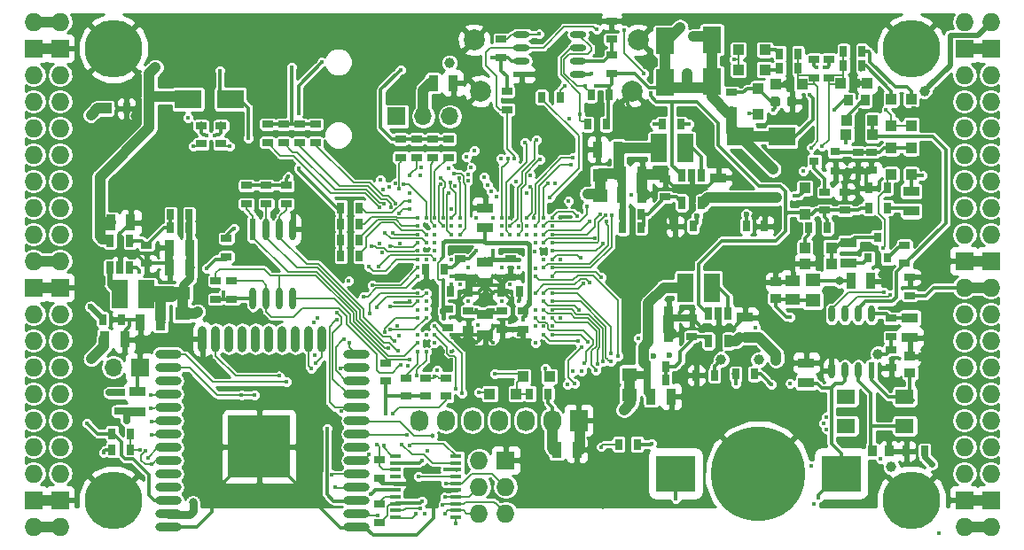
<source format=gbl>
G04 #@! TF.GenerationSoftware,KiCad,Pcbnew,5.0.0-rc3+dfsg1-2*
G04 #@! TF.CreationDate,2018-08-05T14:52:11+02:00*
G04 #@! TF.ProjectId,ulx3s,756C7833732E6B696361645F70636200,rev?*
G04 #@! TF.SameCoordinates,Original*
G04 #@! TF.FileFunction,Copper,L4,Bot,Signal*
G04 #@! TF.FilePolarity,Positive*
%FSLAX46Y46*%
G04 Gerber Fmt 4.6, Leading zero omitted, Abs format (unit mm)*
G04 Created by KiCad (PCBNEW 5.0.0-rc3+dfsg1-2) date Sun Aug  5 14:52:11 2018*
%MOMM*%
%LPD*%
G01*
G04 APERTURE LIST*
G04 #@! TA.AperFunction,EtchedComponent*
%ADD10C,1.000000*%
G04 #@! TD*
G04 #@! TA.AperFunction,ComponentPad*
%ADD11C,2.000000*%
G04 #@! TD*
G04 #@! TA.AperFunction,SMDPad,CuDef*
%ADD12O,2.500000X0.900000*%
G04 #@! TD*
G04 #@! TA.AperFunction,SMDPad,CuDef*
%ADD13O,0.900000X2.500000*%
G04 #@! TD*
G04 #@! TA.AperFunction,SMDPad,CuDef*
%ADD14R,6.000000X6.000000*%
G04 #@! TD*
G04 #@! TA.AperFunction,SMDPad,CuDef*
%ADD15R,0.670000X1.000000*%
G04 #@! TD*
G04 #@! TA.AperFunction,SMDPad,CuDef*
%ADD16R,1.400000X1.295000*%
G04 #@! TD*
G04 #@! TA.AperFunction,SMDPad,CuDef*
%ADD17R,2.500000X1.800000*%
G04 #@! TD*
G04 #@! TA.AperFunction,SMDPad,CuDef*
%ADD18R,1.800000X2.500000*%
G04 #@! TD*
G04 #@! TA.AperFunction,SMDPad,CuDef*
%ADD19R,3.700000X3.500000*%
G04 #@! TD*
G04 #@! TA.AperFunction,BGAPad,CuDef*
%ADD20C,9.000000*%
G04 #@! TD*
G04 #@! TA.AperFunction,SMDPad,CuDef*
%ADD21R,1.550000X0.600000*%
G04 #@! TD*
G04 #@! TA.AperFunction,SMDPad,CuDef*
%ADD22O,1.550000X0.600000*%
G04 #@! TD*
G04 #@! TA.AperFunction,SMDPad,CuDef*
%ADD23R,0.600000X2.100000*%
G04 #@! TD*
G04 #@! TA.AperFunction,SMDPad,CuDef*
%ADD24O,0.600000X2.100000*%
G04 #@! TD*
G04 #@! TA.AperFunction,SMDPad,CuDef*
%ADD25R,0.600000X1.550000*%
G04 #@! TD*
G04 #@! TA.AperFunction,SMDPad,CuDef*
%ADD26O,0.600000X1.550000*%
G04 #@! TD*
G04 #@! TA.AperFunction,SMDPad,CuDef*
%ADD27R,1.000000X0.400000*%
G04 #@! TD*
G04 #@! TA.AperFunction,SMDPad,CuDef*
%ADD28R,0.700000X1.200000*%
G04 #@! TD*
G04 #@! TA.AperFunction,ComponentPad*
%ADD29O,1.727200X1.727200*%
G04 #@! TD*
G04 #@! TA.AperFunction,ComponentPad*
%ADD30R,1.727200X1.727200*%
G04 #@! TD*
G04 #@! TA.AperFunction,ComponentPad*
%ADD31C,5.500000*%
G04 #@! TD*
G04 #@! TA.AperFunction,ComponentPad*
%ADD32R,1.727200X2.032000*%
G04 #@! TD*
G04 #@! TA.AperFunction,ComponentPad*
%ADD33O,1.727200X2.032000*%
G04 #@! TD*
G04 #@! TA.AperFunction,SMDPad,CuDef*
%ADD34R,1.800000X1.400000*%
G04 #@! TD*
G04 #@! TA.AperFunction,SMDPad,CuDef*
%ADD35R,0.970000X1.500000*%
G04 #@! TD*
G04 #@! TA.AperFunction,SMDPad,CuDef*
%ADD36R,1.500000X0.970000*%
G04 #@! TD*
G04 #@! TA.AperFunction,SMDPad,CuDef*
%ADD37R,1.000000X0.670000*%
G04 #@! TD*
G04 #@! TA.AperFunction,SMDPad,CuDef*
%ADD38R,1.000000X1.000000*%
G04 #@! TD*
G04 #@! TA.AperFunction,BGAPad,CuDef*
%ADD39C,0.300000*%
G04 #@! TD*
G04 #@! TA.AperFunction,ComponentPad*
%ADD40R,1.700000X1.700000*%
G04 #@! TD*
G04 #@! TA.AperFunction,ComponentPad*
%ADD41O,1.700000X1.700000*%
G04 #@! TD*
G04 #@! TA.AperFunction,SMDPad,CuDef*
%ADD42R,1.500000X2.700000*%
G04 #@! TD*
G04 #@! TA.AperFunction,SMDPad,CuDef*
%ADD43R,0.800000X0.900000*%
G04 #@! TD*
G04 #@! TA.AperFunction,SMDPad,CuDef*
%ADD44R,0.900000X0.800000*%
G04 #@! TD*
G04 #@! TA.AperFunction,SMDPad,CuDef*
%ADD45R,0.820000X1.000000*%
G04 #@! TD*
G04 #@! TA.AperFunction,SMDPad,CuDef*
%ADD46R,1.000000X0.820000*%
G04 #@! TD*
G04 #@! TA.AperFunction,SMDPad,CuDef*
%ADD47R,1.400000X1.120000*%
G04 #@! TD*
G04 #@! TA.AperFunction,Conductor*
%ADD48C,0.100000*%
G04 #@! TD*
G04 #@! TA.AperFunction,SMDPad,CuDef*
%ADD49C,0.875000*%
G04 #@! TD*
G04 #@! TA.AperFunction,ViaPad*
%ADD50C,2.000000*%
G04 #@! TD*
G04 #@! TA.AperFunction,ViaPad*
%ADD51C,0.419000*%
G04 #@! TD*
G04 #@! TA.AperFunction,ViaPad*
%ADD52C,0.454000*%
G04 #@! TD*
G04 #@! TA.AperFunction,ViaPad*
%ADD53C,0.600000*%
G04 #@! TD*
G04 #@! TA.AperFunction,ViaPad*
%ADD54C,1.000000*%
G04 #@! TD*
G04 #@! TA.AperFunction,ViaPad*
%ADD55C,0.800000*%
G04 #@! TD*
G04 #@! TA.AperFunction,ViaPad*
%ADD56C,0.700000*%
G04 #@! TD*
G04 #@! TA.AperFunction,Conductor*
%ADD57C,0.300000*%
G04 #@! TD*
G04 #@! TA.AperFunction,Conductor*
%ADD58C,0.500000*%
G04 #@! TD*
G04 #@! TA.AperFunction,Conductor*
%ADD59C,1.000000*%
G04 #@! TD*
G04 #@! TA.AperFunction,Conductor*
%ADD60C,0.700000*%
G04 #@! TD*
G04 #@! TA.AperFunction,Conductor*
%ADD61C,0.400000*%
G04 #@! TD*
G04 #@! TA.AperFunction,Conductor*
%ADD62C,0.800000*%
G04 #@! TD*
G04 #@! TA.AperFunction,Conductor*
%ADD63C,0.600000*%
G04 #@! TD*
G04 #@! TA.AperFunction,Conductor*
%ADD64C,0.127000*%
G04 #@! TD*
G04 #@! TA.AperFunction,Conductor*
%ADD65C,0.200000*%
G04 #@! TD*
G04 #@! TA.AperFunction,Conductor*
%ADD66C,0.140000*%
G04 #@! TD*
G04 #@! TA.AperFunction,Conductor*
%ADD67C,0.190000*%
G04 #@! TD*
G04 #@! TA.AperFunction,Conductor*
%ADD68C,1.500000*%
G04 #@! TD*
G04 #@! TA.AperFunction,Conductor*
%ADD69C,0.254000*%
G04 #@! TD*
G04 APERTURE END LIST*
D10*
G04 #@! TO.C,RP3*
X149472000Y-77311000D02*
X149472000Y-79311000D01*
G04 #@! TO.C,RP2*
X109609000Y-88632000D02*
X109609000Y-90632000D01*
G04 #@! TO.C,RP1*
X152281000Y-96361000D02*
X152281000Y-98361000D01*
G04 #@! TO.C,RD9*
X166854000Y-73630000D02*
X162854000Y-73630000D01*
G04 #@! TO.C,RD52*
X160155000Y-64391000D02*
X160155000Y-68391000D01*
G04 #@! TO.C,RD51*
X155710000Y-68518000D02*
X155710000Y-64518000D01*
G04 #@! TD*
D11*
G04 #@! TO.P,GPDI1,0*
G04 #@! TO.N,GND*
X152546000Y-69312000D03*
X138046000Y-69312000D03*
X153146000Y-64412000D03*
X137446000Y-64412000D03*
G04 #@! TD*
D12*
G04 #@! TO.P,U9,38*
G04 #@! TO.N,GND*
X126230000Y-111000000D03*
G04 #@! TO.P,U9,37*
G04 #@! TO.N,JTAG_TDI*
X126230000Y-109730000D03*
G04 #@! TO.P,U9,36*
G04 #@! TO.N,PROG_DONE*
X126230000Y-108460000D03*
G04 #@! TO.P,U9,35*
G04 #@! TO.N,WIFI_TXD*
X126230000Y-107190000D03*
G04 #@! TO.P,U9,34*
G04 #@! TO.N,WIFI_RXD*
X126230000Y-105920000D03*
G04 #@! TO.P,U9,33*
G04 #@! TO.N,JTAG_TMS*
X126230000Y-104650000D03*
G04 #@! TO.P,U9,32*
G04 #@! TO.N,Net-(U9-Pad32)*
X126230000Y-103380000D03*
G04 #@! TO.P,U9,31*
G04 #@! TO.N,JTAG_TDO*
X126230000Y-102110000D03*
G04 #@! TO.P,U9,30*
G04 #@! TO.N,JTAG_TCK*
X126230000Y-100840000D03*
G04 #@! TO.P,U9,29*
G04 #@! TO.N,WIFI_GPIO5*
X126230000Y-99570000D03*
G04 #@! TO.P,U9,28*
G04 #@! TO.N,WIFI_GPIO17*
X126230000Y-98300000D03*
G04 #@! TO.P,U9,27*
G04 #@! TO.N,WIFI_GPIO16*
X126230000Y-97030000D03*
G04 #@! TO.P,U9,26*
G04 #@! TO.N,SD_D1*
X126230000Y-95760000D03*
G04 #@! TO.P,U9,25*
G04 #@! TO.N,WIFI_GPIO0*
X126230000Y-94490000D03*
D13*
G04 #@! TO.P,U9,24*
G04 #@! TO.N,SD_D0*
X122945000Y-93000000D03*
G04 #@! TO.P,U9,23*
G04 #@! TO.N,SD_CMD*
X121675000Y-93000000D03*
G04 #@! TO.P,U9,22*
G04 #@! TO.N,Net-(U9-Pad22)*
X120405000Y-93000000D03*
G04 #@! TO.P,U9,21*
G04 #@! TO.N,Net-(U9-Pad21)*
X119135000Y-93000000D03*
G04 #@! TO.P,U9,20*
G04 #@! TO.N,Net-(U9-Pad20)*
X117865000Y-93000000D03*
G04 #@! TO.P,U9,19*
G04 #@! TO.N,Net-(U9-Pad19)*
X116595000Y-93000000D03*
G04 #@! TO.P,U9,18*
G04 #@! TO.N,Net-(U9-Pad18)*
X115325000Y-93000000D03*
G04 #@! TO.P,U9,17*
G04 #@! TO.N,Net-(U9-Pad17)*
X114055000Y-93000000D03*
G04 #@! TO.P,U9,16*
G04 #@! TO.N,SD_D3*
X112785000Y-93000000D03*
G04 #@! TO.P,U9,15*
G04 #@! TO.N,GND*
X111515000Y-93000000D03*
D12*
G04 #@! TO.P,U9,14*
G04 #@! TO.N,SD_D2*
X108230000Y-94490000D03*
G04 #@! TO.P,U9,13*
G04 #@! TO.N,SD_CLK*
X108230000Y-95760000D03*
G04 #@! TO.P,U9,12*
G04 #@! TO.N,Net-(U9-Pad12)*
X108230000Y-97030000D03*
G04 #@! TO.P,U9,11*
G04 #@! TO.N,GP11*
X108230000Y-98300000D03*
G04 #@! TO.P,U9,10*
G04 #@! TO.N,GN11*
X108230000Y-99570000D03*
G04 #@! TO.P,U9,9*
G04 #@! TO.N,GP12*
X108230000Y-100840000D03*
G04 #@! TO.P,U9,8*
G04 #@! TO.N,GN12*
X108230000Y-102110000D03*
G04 #@! TO.P,U9,7*
G04 #@! TO.N,GP13*
X108230000Y-103380000D03*
G04 #@! TO.P,U9,6*
G04 #@! TO.N,GN13*
X108230000Y-104650000D03*
G04 #@! TO.P,U9,5*
G04 #@! TO.N,Net-(U9-Pad5)*
X108230000Y-105920000D03*
G04 #@! TO.P,U9,4*
G04 #@! TO.N,Net-(U9-Pad4)*
X108230000Y-107190000D03*
G04 #@! TO.P,U9,3*
G04 #@! TO.N,/wifi/WIFIEN*
X108230000Y-108460000D03*
G04 #@! TO.P,U9,2*
G04 #@! TO.N,+3V3*
X108230000Y-109730000D03*
G04 #@! TO.P,U9,1*
G04 #@! TO.N,GND*
X108230000Y-111000000D03*
D14*
G04 #@! TO.P,U9,39*
X116930000Y-103300000D03*
G04 #@! TD*
D15*
G04 #@! TO.P,C49,2*
G04 #@! TO.N,GND*
X103738000Y-91156000D03*
G04 #@! TO.P,C49,1*
G04 #@! TO.N,2V5_3V3*
X101988000Y-91156000D03*
G04 #@! TD*
D16*
G04 #@! TO.P,RP3,2*
G04 #@! TO.N,+3V3*
X149472000Y-79278500D03*
G04 #@! TO.P,RP3,1*
G04 #@! TO.N,/power/P3V3*
X149472000Y-77343500D03*
G04 #@! TD*
G04 #@! TO.P,RP2,2*
G04 #@! TO.N,+2V5*
X109609000Y-90599500D03*
G04 #@! TO.P,RP2,1*
G04 #@! TO.N,/power/P2V5*
X109609000Y-88664500D03*
G04 #@! TD*
G04 #@! TO.P,RP1,2*
G04 #@! TO.N,+1V1*
X152281000Y-98328500D03*
G04 #@! TO.P,RP1,1*
G04 #@! TO.N,/power/P1V1*
X152281000Y-96393500D03*
G04 #@! TD*
D17*
G04 #@! TO.P,RD9,2*
G04 #@! TO.N,+5V*
X162854000Y-73630000D03*
G04 #@! TO.P,RD9,1*
G04 #@! TO.N,/usb/US2VBUS*
X166854000Y-73630000D03*
G04 #@! TD*
D18*
G04 #@! TO.P,RD52,2*
G04 #@! TO.N,+5V*
X160155000Y-68391000D03*
G04 #@! TO.P,RD52,1*
G04 #@! TO.N,/gpio/OUT5V*
X160155000Y-64391000D03*
G04 #@! TD*
G04 #@! TO.P,RD51,2*
G04 #@! TO.N,/gpio/IN5V*
X155710000Y-64518000D03*
G04 #@! TO.P,RD51,1*
G04 #@! TO.N,+5V*
X155710000Y-68518000D03*
G04 #@! TD*
D19*
G04 #@! TO.P,BAT1,1*
G04 #@! TO.N,/power/VBAT*
X172485000Y-105870000D03*
X156685000Y-105870000D03*
D20*
G04 #@! TO.P,BAT1,2*
G04 #@! TO.N,GND*
X164585000Y-105870000D03*
G04 #@! TD*
D21*
G04 #@! TO.P,U11,1*
G04 #@! TO.N,GND*
X141980000Y-67706500D03*
D22*
G04 #@! TO.P,U11,2*
G04 #@! TO.N,+2V5*
X141980000Y-66436500D03*
G04 #@! TO.P,U11,3*
G04 #@! TO.N,FPDI_SCL*
X141980000Y-65166500D03*
G04 #@! TO.P,U11,4*
G04 #@! TO.N,FPDI_SDA*
X141980000Y-63896500D03*
G04 #@! TO.P,U11,5*
G04 #@! TO.N,GPDI_SDA*
X147380000Y-63896500D03*
G04 #@! TO.P,U11,6*
G04 #@! TO.N,GPDI_SCL*
X147380000Y-65166500D03*
G04 #@! TO.P,U11,7*
G04 #@! TO.N,/gpdi/VREF2*
X147380000Y-66436500D03*
G04 #@! TO.P,U11,8*
G04 #@! TO.N,+3V3*
X147380000Y-67706500D03*
G04 #@! TD*
D23*
G04 #@! TO.P,U10,1*
G04 #@! TO.N,/flash/FLASH_nCS*
X116340000Y-82520000D03*
D24*
G04 #@! TO.P,U10,2*
G04 #@! TO.N,/flash/FLASH_MISO*
X117610000Y-82520000D03*
G04 #@! TO.P,U10,3*
G04 #@! TO.N,/flash/FLASH_nWP*
X118880000Y-82520000D03*
G04 #@! TO.P,U10,4*
G04 #@! TO.N,GND*
X120150000Y-82520000D03*
G04 #@! TO.P,U10,5*
G04 #@! TO.N,/flash/FLASH_MOSI*
X120150000Y-89124000D03*
G04 #@! TO.P,U10,6*
G04 #@! TO.N,/flash/FLASH_SCK*
X118880000Y-89124000D03*
G04 #@! TO.P,U10,7*
G04 #@! TO.N,/flash/FLASH_nHOLD*
X117610000Y-89124000D03*
G04 #@! TO.P,U10,8*
G04 #@! TO.N,+3V3*
X116340000Y-89124000D03*
G04 #@! TD*
D25*
G04 #@! TO.P,U7,1*
G04 #@! TO.N,/power/OSCI_32k*
X175395000Y-96015000D03*
D26*
G04 #@! TO.P,U7,2*
G04 #@! TO.N,/power/OSCO_32k*
X174125000Y-96015000D03*
G04 #@! TO.P,U7,3*
G04 #@! TO.N,/power/VBAT*
X172855000Y-96015000D03*
G04 #@! TO.P,U7,4*
G04 #@! TO.N,GND*
X171585000Y-96015000D03*
G04 #@! TO.P,U7,5*
G04 #@! TO.N,FPDI_SDA*
X171585000Y-90615000D03*
G04 #@! TO.P,U7,6*
G04 #@! TO.N,FPDI_SCL*
X172855000Y-90615000D03*
G04 #@! TO.P,U7,7*
G04 #@! TO.N,/power/WAKEUPn*
X174125000Y-90615000D03*
G04 #@! TO.P,U7,8*
G04 #@! TO.N,/power/RTCVDD*
X175395000Y-90615000D03*
G04 #@! TD*
D27*
G04 #@! TO.P,U6,20*
G04 #@! TO.N,FTDI_TXD*
X129935000Y-104215000D03*
G04 #@! TO.P,U6,19*
G04 #@! TO.N,FTDI_nSLEEP*
X129935000Y-104865000D03*
G04 #@! TO.P,U6,18*
G04 #@! TO.N,FTDI_TXDEN*
X129935000Y-105515000D03*
G04 #@! TO.P,U6,17*
G04 #@! TO.N,FTDI_nRXLED*
X129935000Y-106165000D03*
G04 #@! TO.P,U6,16*
G04 #@! TO.N,GND*
X129935000Y-106815000D03*
G04 #@! TO.P,U6,15*
G04 #@! TO.N,USB5V*
X129935000Y-107465000D03*
G04 #@! TO.P,U6,14*
G04 #@! TO.N,nRESET*
X129935000Y-108115000D03*
G04 #@! TO.P,U6,13*
G04 #@! TO.N,FT2V5*
X129935000Y-108765000D03*
G04 #@! TO.P,U6,12*
G04 #@! TO.N,USB_FTDI_D-*
X129935000Y-109415000D03*
G04 #@! TO.P,U6,11*
G04 #@! TO.N,USB_FTDI_D+*
X129935000Y-110065000D03*
G04 #@! TO.P,U6,10*
G04 #@! TO.N,FTDI_nTXLED*
X135735000Y-110065000D03*
G04 #@! TO.P,U6,9*
G04 #@! TO.N,JTAG_TDO*
X135735000Y-109415000D03*
G04 #@! TO.P,U6,8*
G04 #@! TO.N,JTAG_TMS*
X135735000Y-108765000D03*
G04 #@! TO.P,U6,7*
G04 #@! TO.N,JTAG_TCK*
X135735000Y-108115000D03*
G04 #@! TO.P,U6,6*
G04 #@! TO.N,GND*
X135735000Y-107465000D03*
G04 #@! TO.P,U6,5*
G04 #@! TO.N,JTAG_TDI*
X135735000Y-106815000D03*
G04 #@! TO.P,U6,4*
G04 #@! TO.N,FTDI_RXD*
X135735000Y-106165000D03*
G04 #@! TO.P,U6,3*
G04 #@! TO.N,FT2V5*
X135735000Y-105515000D03*
G04 #@! TO.P,U6,2*
G04 #@! TO.N,FTDI_nRTS*
X135735000Y-104865000D03*
G04 #@! TO.P,U6,1*
G04 #@! TO.N,FTDI_nDTR*
X135735000Y-104215000D03*
G04 #@! TD*
D28*
G04 #@! TO.P,U5,1*
G04 #@! TO.N,/power/PWREN*
X157285000Y-77392000D03*
G04 #@! TO.P,U5,2*
G04 #@! TO.N,GND*
X158235000Y-77392000D03*
G04 #@! TO.P,U5,3*
G04 #@! TO.N,/power/L3*
X159185000Y-77392000D03*
G04 #@! TO.P,U5,4*
G04 #@! TO.N,+5V*
X159185000Y-79992000D03*
G04 #@! TO.P,U5,5*
G04 #@! TO.N,/power/FB3*
X157285000Y-79992000D03*
G04 #@! TD*
G04 #@! TO.P,U3,1*
G04 #@! TO.N,/power/PWREN*
X159825000Y-90600000D03*
G04 #@! TO.P,U3,2*
G04 #@! TO.N,GND*
X160775000Y-90600000D03*
G04 #@! TO.P,U3,3*
G04 #@! TO.N,/power/L1*
X161725000Y-90600000D03*
G04 #@! TO.P,U3,4*
G04 #@! TO.N,+5V*
X161725000Y-93200000D03*
G04 #@! TO.P,U3,5*
G04 #@! TO.N,/power/FB1*
X159825000Y-93200000D03*
G04 #@! TD*
G04 #@! TO.P,U4,1*
G04 #@! TO.N,/power/PWREN*
X104575000Y-86215000D03*
G04 #@! TO.P,U4,2*
G04 #@! TO.N,GND*
X103625000Y-86215000D03*
G04 #@! TO.P,U4,3*
G04 #@! TO.N,/power/L2*
X102675000Y-86215000D03*
G04 #@! TO.P,U4,4*
G04 #@! TO.N,+5V*
X102675000Y-83615000D03*
G04 #@! TO.P,U4,5*
G04 #@! TO.N,/power/FB2*
X104575000Y-83615000D03*
G04 #@! TD*
D29*
G04 #@! TO.P,J1,1*
G04 #@! TO.N,2V5_3V3*
X97910000Y-62690000D03*
G04 #@! TO.P,J1,2*
X95370000Y-62690000D03*
D30*
G04 #@! TO.P,J1,3*
G04 #@! TO.N,GND*
X97910000Y-65230000D03*
G04 #@! TO.P,J1,4*
X95370000Y-65230000D03*
D29*
G04 #@! TO.P,J1,5*
G04 #@! TO.N,GN0*
X97910000Y-67770000D03*
G04 #@! TO.P,J1,6*
G04 #@! TO.N,GP0*
X95370000Y-67770000D03*
G04 #@! TO.P,J1,7*
G04 #@! TO.N,GN1*
X97910000Y-70310000D03*
G04 #@! TO.P,J1,8*
G04 #@! TO.N,GP1*
X95370000Y-70310000D03*
G04 #@! TO.P,J1,9*
G04 #@! TO.N,GN2*
X97910000Y-72850000D03*
G04 #@! TO.P,J1,10*
G04 #@! TO.N,GP2*
X95370000Y-72850000D03*
G04 #@! TO.P,J1,11*
G04 #@! TO.N,GN3*
X97910000Y-75390000D03*
G04 #@! TO.P,J1,12*
G04 #@! TO.N,GP3*
X95370000Y-75390000D03*
G04 #@! TO.P,J1,13*
G04 #@! TO.N,GN4*
X97910000Y-77930000D03*
G04 #@! TO.P,J1,14*
G04 #@! TO.N,GP4*
X95370000Y-77930000D03*
G04 #@! TO.P,J1,15*
G04 #@! TO.N,GN5*
X97910000Y-80470000D03*
G04 #@! TO.P,J1,16*
G04 #@! TO.N,GP5*
X95370000Y-80470000D03*
G04 #@! TO.P,J1,17*
G04 #@! TO.N,GN6*
X97910000Y-83010000D03*
G04 #@! TO.P,J1,18*
G04 #@! TO.N,GP6*
X95370000Y-83010000D03*
G04 #@! TO.P,J1,19*
G04 #@! TO.N,2V5_3V3*
X97910000Y-85550000D03*
G04 #@! TO.P,J1,20*
X95370000Y-85550000D03*
D30*
G04 #@! TO.P,J1,21*
G04 #@! TO.N,GND*
X97910000Y-88090000D03*
G04 #@! TO.P,J1,22*
X95370000Y-88090000D03*
D29*
G04 #@! TO.P,J1,23*
G04 #@! TO.N,GN7*
X97910000Y-90630000D03*
G04 #@! TO.P,J1,24*
G04 #@! TO.N,GP7*
X95370000Y-90630000D03*
G04 #@! TO.P,J1,25*
G04 #@! TO.N,GN8*
X97910000Y-93170000D03*
G04 #@! TO.P,J1,26*
G04 #@! TO.N,GP8*
X95370000Y-93170000D03*
G04 #@! TO.P,J1,27*
G04 #@! TO.N,GN9*
X97910000Y-95710000D03*
G04 #@! TO.P,J1,28*
G04 #@! TO.N,GP9*
X95370000Y-95710000D03*
G04 #@! TO.P,J1,29*
G04 #@! TO.N,GN10*
X97910000Y-98250000D03*
G04 #@! TO.P,J1,30*
G04 #@! TO.N,GP10*
X95370000Y-98250000D03*
G04 #@! TO.P,J1,31*
G04 #@! TO.N,GN11*
X97910000Y-100790000D03*
G04 #@! TO.P,J1,32*
G04 #@! TO.N,GP11*
X95370000Y-100790000D03*
G04 #@! TO.P,J1,33*
G04 #@! TO.N,GN12*
X97910000Y-103330000D03*
G04 #@! TO.P,J1,34*
G04 #@! TO.N,GP12*
X95370000Y-103330000D03*
G04 #@! TO.P,J1,35*
G04 #@! TO.N,GN13*
X97910000Y-105870000D03*
G04 #@! TO.P,J1,36*
G04 #@! TO.N,GP13*
X95370000Y-105870000D03*
D30*
G04 #@! TO.P,J1,37*
G04 #@! TO.N,GND*
X97910000Y-108410000D03*
G04 #@! TO.P,J1,38*
X95370000Y-108410000D03*
D29*
G04 #@! TO.P,J1,39*
G04 #@! TO.N,2V5_3V3*
X97910000Y-110950000D03*
G04 #@! TO.P,J1,40*
X95370000Y-110950000D03*
G04 #@! TD*
G04 #@! TO.P,J2,1*
G04 #@! TO.N,+3V3*
X184270000Y-110950000D03*
G04 #@! TO.P,J2,2*
X186810000Y-110950000D03*
D30*
G04 #@! TO.P,J2,3*
G04 #@! TO.N,GND*
X184270000Y-108410000D03*
G04 #@! TO.P,J2,4*
X186810000Y-108410000D03*
D29*
G04 #@! TO.P,J2,5*
G04 #@! TO.N,GN14*
X184270000Y-105870000D03*
G04 #@! TO.P,J2,6*
G04 #@! TO.N,GP14*
X186810000Y-105870000D03*
G04 #@! TO.P,J2,7*
G04 #@! TO.N,GN15*
X184270000Y-103330000D03*
G04 #@! TO.P,J2,8*
G04 #@! TO.N,GP15*
X186810000Y-103330000D03*
G04 #@! TO.P,J2,9*
G04 #@! TO.N,GN16*
X184270000Y-100790000D03*
G04 #@! TO.P,J2,10*
G04 #@! TO.N,GP16*
X186810000Y-100790000D03*
G04 #@! TO.P,J2,11*
G04 #@! TO.N,GN17*
X184270000Y-98250000D03*
G04 #@! TO.P,J2,12*
G04 #@! TO.N,GP17*
X186810000Y-98250000D03*
G04 #@! TO.P,J2,13*
G04 #@! TO.N,GN18*
X184270000Y-95710000D03*
G04 #@! TO.P,J2,14*
G04 #@! TO.N,GP18*
X186810000Y-95710000D03*
G04 #@! TO.P,J2,15*
G04 #@! TO.N,GN19*
X184270000Y-93170000D03*
G04 #@! TO.P,J2,16*
G04 #@! TO.N,GP19*
X186810000Y-93170000D03*
G04 #@! TO.P,J2,17*
G04 #@! TO.N,GN20*
X184270000Y-90630000D03*
G04 #@! TO.P,J2,18*
G04 #@! TO.N,GP20*
X186810000Y-90630000D03*
G04 #@! TO.P,J2,19*
G04 #@! TO.N,+3V3*
X184270000Y-88090000D03*
G04 #@! TO.P,J2,20*
X186810000Y-88090000D03*
D30*
G04 #@! TO.P,J2,21*
G04 #@! TO.N,GND*
X184270000Y-85550000D03*
G04 #@! TO.P,J2,22*
X186810000Y-85550000D03*
D29*
G04 #@! TO.P,J2,23*
G04 #@! TO.N,GN21*
X184270000Y-83010000D03*
G04 #@! TO.P,J2,24*
G04 #@! TO.N,GP21*
X186810000Y-83010000D03*
G04 #@! TO.P,J2,25*
G04 #@! TO.N,GN22*
X184270000Y-80470000D03*
G04 #@! TO.P,J2,26*
G04 #@! TO.N,GP22*
X186810000Y-80470000D03*
G04 #@! TO.P,J2,27*
G04 #@! TO.N,GN23*
X184270000Y-77930000D03*
G04 #@! TO.P,J2,28*
G04 #@! TO.N,GP23*
X186810000Y-77930000D03*
G04 #@! TO.P,J2,29*
G04 #@! TO.N,GN24*
X184270000Y-75390000D03*
G04 #@! TO.P,J2,30*
G04 #@! TO.N,GP24*
X186810000Y-75390000D03*
G04 #@! TO.P,J2,31*
G04 #@! TO.N,GN25*
X184270000Y-72850000D03*
G04 #@! TO.P,J2,32*
G04 #@! TO.N,GP25*
X186810000Y-72850000D03*
G04 #@! TO.P,J2,33*
G04 #@! TO.N,GN26*
X184270000Y-70310000D03*
G04 #@! TO.P,J2,34*
G04 #@! TO.N,GP26*
X186810000Y-70310000D03*
G04 #@! TO.P,J2,35*
G04 #@! TO.N,GN27*
X184270000Y-67770000D03*
G04 #@! TO.P,J2,36*
G04 #@! TO.N,GP27*
X186810000Y-67770000D03*
D30*
G04 #@! TO.P,J2,37*
G04 #@! TO.N,GND*
X184270000Y-65230000D03*
G04 #@! TO.P,J2,38*
X186810000Y-65230000D03*
D29*
G04 #@! TO.P,J2,39*
G04 #@! TO.N,/gpio/IN5V*
X184270000Y-62690000D03*
G04 #@! TO.P,J2,40*
G04 #@! TO.N,/gpio/OUT5V*
X186810000Y-62690000D03*
G04 #@! TD*
D31*
G04 #@! TO.P,H1,1*
G04 #@! TO.N,GND*
X102990000Y-108410000D03*
G04 #@! TD*
G04 #@! TO.P,H2,1*
G04 #@! TO.N,GND*
X179190000Y-108410000D03*
G04 #@! TD*
G04 #@! TO.P,H3,1*
G04 #@! TO.N,GND*
X179190000Y-65230000D03*
G04 #@! TD*
G04 #@! TO.P,H4,1*
G04 #@! TO.N,GND*
X102990000Y-65230000D03*
G04 #@! TD*
D30*
G04 #@! TO.P,J4,1*
G04 #@! TO.N,GND*
X140455000Y-104600000D03*
D29*
G04 #@! TO.P,J4,2*
G04 #@! TO.N,+3V3*
X137915000Y-104600000D03*
G04 #@! TO.P,J4,3*
G04 #@! TO.N,JTAG_TDI*
X140455000Y-107140000D03*
G04 #@! TO.P,J4,4*
G04 #@! TO.N,JTAG_TCK*
X137915000Y-107140000D03*
G04 #@! TO.P,J4,5*
G04 #@! TO.N,JTAG_TMS*
X140455000Y-109680000D03*
G04 #@! TO.P,J4,6*
G04 #@! TO.N,JTAG_TDO*
X137915000Y-109680000D03*
G04 #@! TD*
D32*
G04 #@! TO.P,OLED1,1*
G04 #@! TO.N,GND*
X147440000Y-100790000D03*
D33*
G04 #@! TO.P,OLED1,2*
G04 #@! TO.N,+3V3*
X144900000Y-100790000D03*
G04 #@! TO.P,OLED1,3*
G04 #@! TO.N,OLED_CLK*
X142360000Y-100790000D03*
G04 #@! TO.P,OLED1,4*
G04 #@! TO.N,OLED_MOSI*
X139820000Y-100790000D03*
G04 #@! TO.P,OLED1,5*
G04 #@! TO.N,OLED_RES*
X137280000Y-100790000D03*
G04 #@! TO.P,OLED1,6*
G04 #@! TO.N,OLED_DC*
X134740000Y-100790000D03*
G04 #@! TO.P,OLED1,7*
G04 #@! TO.N,OLED_CS*
X132200000Y-100790000D03*
G04 #@! TD*
D34*
G04 #@! TO.P,Y2,4*
G04 #@! TO.N,/power/OSCI_32k*
X178576000Y-98522000D03*
G04 #@! TO.P,Y2,3*
G04 #@! TO.N,Net-(Y2-Pad3)*
X172976000Y-98522000D03*
G04 #@! TO.P,Y2,2*
G04 #@! TO.N,Net-(Y2-Pad2)*
X172976000Y-101322000D03*
G04 #@! TO.P,Y2,1*
G04 #@! TO.N,/power/OSCO_32k*
X178576000Y-101322000D03*
G04 #@! TD*
D35*
G04 #@! TO.P,C47,1*
G04 #@! TO.N,2V5_3V3*
X133546000Y-68550000D03*
G04 #@! TO.P,C47,2*
G04 #@! TO.N,GND*
X135456000Y-68550000D03*
G04 #@! TD*
G04 #@! TO.P,C1,1*
G04 #@! TO.N,+5V*
X102748500Y-81885000D03*
G04 #@! TO.P,C1,2*
G04 #@! TO.N,GND*
X104658500Y-81885000D03*
G04 #@! TD*
D15*
G04 #@! TO.P,C2,1*
G04 #@! TO.N,/power/P1V1*
X153985000Y-96910000D03*
G04 #@! TO.P,C2,2*
G04 #@! TO.N,/power/FB1*
X155735000Y-96910000D03*
G04 #@! TD*
D35*
G04 #@! TO.P,C3,2*
G04 #@! TO.N,GND*
X156015000Y-90630000D03*
G04 #@! TO.P,C3,1*
G04 #@! TO.N,/power/P1V1*
X154105000Y-90630000D03*
G04 #@! TD*
G04 #@! TO.P,C4,1*
G04 #@! TO.N,/power/P1V1*
X154105000Y-92535000D03*
G04 #@! TO.P,C4,2*
G04 #@! TO.N,GND*
X156015000Y-92535000D03*
G04 #@! TD*
D36*
G04 #@! TO.P,C5,2*
G04 #@! TO.N,GND*
X163315000Y-90945000D03*
G04 #@! TO.P,C5,1*
G04 #@! TO.N,+5V*
X163315000Y-92855000D03*
G04 #@! TD*
D15*
G04 #@! TO.P,C6,1*
G04 #@! TO.N,/power/P3V3*
X151645000Y-82375000D03*
G04 #@! TO.P,C6,2*
G04 #@! TO.N,/power/FB3*
X153395000Y-82375000D03*
G04 #@! TD*
D35*
G04 #@! TO.P,C7,2*
G04 #@! TO.N,GND*
X153475000Y-79200000D03*
G04 #@! TO.P,C7,1*
G04 #@! TO.N,/power/P3V3*
X151565000Y-79200000D03*
G04 #@! TD*
G04 #@! TO.P,C8,2*
G04 #@! TO.N,GND*
X153475000Y-77295000D03*
G04 #@! TO.P,C8,1*
G04 #@! TO.N,/power/P3V3*
X151565000Y-77295000D03*
G04 #@! TD*
D36*
G04 #@! TO.P,C9,1*
G04 #@! TO.N,+5V*
X160775000Y-79520000D03*
G04 #@! TO.P,C9,2*
G04 #@! TO.N,GND*
X160775000Y-77610000D03*
G04 #@! TD*
D15*
G04 #@! TO.P,C10,2*
G04 #@! TO.N,/power/FB2*
X108465000Y-81105000D03*
G04 #@! TO.P,C10,1*
G04 #@! TO.N,/power/P2V5*
X110215000Y-81105000D03*
G04 #@! TD*
D35*
G04 #@! TO.P,C11,2*
G04 #@! TO.N,GND*
X108385000Y-84280000D03*
G04 #@! TO.P,C11,1*
G04 #@! TO.N,/power/P2V5*
X110295000Y-84280000D03*
G04 #@! TD*
G04 #@! TO.P,C12,1*
G04 #@! TO.N,/power/P2V5*
X110295000Y-86185000D03*
G04 #@! TO.P,C12,2*
G04 #@! TO.N,GND*
X108385000Y-86185000D03*
G04 #@! TD*
D36*
G04 #@! TO.P,C13,2*
G04 #@! TO.N,/power/WKUP*
X173221000Y-83833000D03*
G04 #@! TO.P,C13,1*
G04 #@! TO.N,+5V*
X173221000Y-85743000D03*
G04 #@! TD*
D37*
G04 #@! TO.P,C14,2*
G04 #@! TO.N,GND*
X175380000Y-76900000D03*
G04 #@! TO.P,C14,1*
G04 #@! TO.N,/power/SHUT*
X175380000Y-75150000D03*
G04 #@! TD*
D36*
G04 #@! TO.P,C15,1*
G04 #@! TO.N,/sdcard/SD3V3*
X105276000Y-99967000D03*
G04 #@! TO.P,C15,2*
G04 #@! TO.N,GND*
X105276000Y-98057000D03*
G04 #@! TD*
D35*
G04 #@! TO.P,C16,1*
G04 #@! TO.N,+3V3*
X173424000Y-87473000D03*
G04 #@! TO.P,C16,2*
G04 #@! TO.N,GND*
X175334000Y-87473000D03*
G04 #@! TD*
D36*
G04 #@! TO.P,C17,1*
G04 #@! TO.N,+1V1*
X138500000Y-90665000D03*
G04 #@! TO.P,C17,2*
G04 #@! TO.N,GND*
X138500000Y-92575000D03*
G04 #@! TD*
D37*
G04 #@! TO.P,C18,1*
G04 #@! TO.N,/gpdi/VREF2*
X150589600Y-64359000D03*
G04 #@! TO.P,C18,2*
G04 #@! TO.N,GND*
X150589600Y-62609000D03*
G04 #@! TD*
D36*
G04 #@! TO.P,C19,1*
G04 #@! TO.N,+2V5*
X138500000Y-82375000D03*
G04 #@! TO.P,C19,2*
G04 #@! TO.N,GND*
X138500000Y-80465000D03*
G04 #@! TD*
G04 #@! TO.P,C20,2*
G04 #@! TO.N,GND*
X138500000Y-87575000D03*
G04 #@! TO.P,C20,1*
G04 #@! TO.N,+3V3*
X138500000Y-85665000D03*
G04 #@! TD*
D35*
G04 #@! TO.P,C21,2*
G04 #@! TO.N,GND*
X104072000Y-93061000D03*
G04 #@! TO.P,C21,1*
G04 #@! TO.N,+3V3*
X102162000Y-93061000D03*
G04 #@! TD*
G04 #@! TO.P,C22,1*
G04 #@! TO.N,/power/P1V1*
X154359000Y-98504000D03*
G04 #@! TO.P,C22,2*
G04 #@! TO.N,GND*
X156269000Y-98504000D03*
G04 #@! TD*
G04 #@! TO.P,C23,2*
G04 #@! TO.N,GND*
X105591000Y-91392000D03*
G04 #@! TO.P,C23,1*
G04 #@! TO.N,/power/P2V5*
X107501000Y-91392000D03*
G04 #@! TD*
G04 #@! TO.P,C24,1*
G04 #@! TO.N,/power/P3V3*
X151189000Y-74882000D03*
G04 #@! TO.P,C24,2*
G04 #@! TO.N,GND*
X149279000Y-74882000D03*
G04 #@! TD*
D37*
G04 #@! TO.P,C25,2*
G04 #@! TO.N,GND*
X140900000Y-87095000D03*
G04 #@! TO.P,C25,1*
G04 #@! TO.N,+3V3*
X140900000Y-85345000D03*
G04 #@! TD*
G04 #@! TO.P,C26,2*
G04 #@! TO.N,GND*
X136100000Y-87095000D03*
G04 #@! TO.P,C26,1*
G04 #@! TO.N,2V5_3V3*
X136100000Y-85345000D03*
G04 #@! TD*
G04 #@! TO.P,C27,2*
G04 #@! TO.N,GND*
X136900000Y-92095000D03*
G04 #@! TO.P,C27,1*
G04 #@! TO.N,+1V1*
X136900000Y-90345000D03*
G04 #@! TD*
G04 #@! TO.P,C28,1*
G04 #@! TO.N,+1V1*
X140100000Y-90345000D03*
G04 #@! TO.P,C28,2*
G04 #@! TO.N,GND*
X140100000Y-92095000D03*
G04 #@! TD*
G04 #@! TO.P,C29,2*
G04 #@! TO.N,GND*
X142100000Y-92095000D03*
G04 #@! TO.P,C29,1*
G04 #@! TO.N,+2V5*
X142100000Y-90345000D03*
G04 #@! TD*
G04 #@! TO.P,C30,1*
G04 #@! TO.N,+2V5*
X134900000Y-90145000D03*
G04 #@! TO.P,C30,2*
G04 #@! TO.N,GND*
X134900000Y-91895000D03*
G04 #@! TD*
D15*
G04 #@! TO.P,C31,1*
G04 #@! TO.N,+3V3*
X135225000Y-88420000D03*
G04 #@! TO.P,C31,2*
G04 #@! TO.N,GND*
X136975000Y-88420000D03*
G04 #@! TD*
G04 #@! TO.P,C32,2*
G04 #@! TO.N,GND*
X140025000Y-88420000D03*
G04 #@! TO.P,C32,1*
G04 #@! TO.N,+3V3*
X141775000Y-88420000D03*
G04 #@! TD*
G04 #@! TO.P,C33,1*
G04 #@! TO.N,+3V3*
X163425000Y-82220000D03*
G04 #@! TO.P,C33,2*
G04 #@! TO.N,GND*
X165175000Y-82220000D03*
G04 #@! TD*
G04 #@! TO.P,C34,1*
G04 #@! TO.N,+3V3*
X158375000Y-82220000D03*
G04 #@! TO.P,C34,2*
G04 #@! TO.N,GND*
X156625000Y-82220000D03*
G04 #@! TD*
D37*
G04 #@! TO.P,C35,1*
G04 #@! TO.N,+3V3*
X177300000Y-94025000D03*
G04 #@! TO.P,C35,2*
G04 #@! TO.N,GND*
X177300000Y-95775000D03*
G04 #@! TD*
D35*
G04 #@! TO.P,C46,1*
G04 #@! TO.N,+3V3*
X145342000Y-103584000D03*
G04 #@! TO.P,C46,2*
G04 #@! TO.N,GND*
X147252000Y-103584000D03*
G04 #@! TD*
D15*
G04 #@! TO.P,C48,2*
G04 #@! TO.N,GND*
X104246000Y-70963000D03*
G04 #@! TO.P,C48,1*
G04 #@! TO.N,2V5_3V3*
X102496000Y-70963000D03*
G04 #@! TD*
D37*
G04 #@! TO.P,C50,1*
G04 #@! TO.N,+3V3*
X179063000Y-88856000D03*
G04 #@! TO.P,C50,2*
G04 #@! TO.N,GND*
X179063000Y-87106000D03*
G04 #@! TD*
D15*
G04 #@! TO.P,C51,1*
G04 #@! TO.N,+3V3*
X180473000Y-103711000D03*
G04 #@! TO.P,C51,2*
G04 #@! TO.N,GND*
X178723000Y-103711000D03*
G04 #@! TD*
G04 #@! TO.P,C52,2*
G04 #@! TO.N,GND*
X158645000Y-96490000D03*
G04 #@! TO.P,C52,1*
G04 #@! TO.N,+3V3*
X160395000Y-96490000D03*
G04 #@! TD*
G04 #@! TO.P,C53,2*
G04 #@! TO.N,GND*
X132827200Y-86330000D03*
G04 #@! TO.P,C53,1*
G04 #@! TO.N,2V5_3V3*
X134577200Y-86330000D03*
G04 #@! TD*
D36*
G04 #@! TO.P,C54,2*
G04 #@! TO.N,GND*
X169172000Y-95281000D03*
G04 #@! TO.P,C54,1*
G04 #@! TO.N,/power/VBAT*
X169172000Y-97191000D03*
G04 #@! TD*
G04 #@! TO.P,D11,1*
G04 #@! TO.N,/power/HOLD*
X179190000Y-80790000D03*
G04 #@! TO.P,D11,2*
G04 #@! TO.N,+3V3*
X179190000Y-78880000D03*
G04 #@! TD*
D38*
G04 #@! TO.P,D10,1*
G04 #@! TO.N,/power/WAKE*
X169050000Y-84280000D03*
G04 #@! TO.P,D10,2*
G04 #@! TO.N,/power/WKUP*
X171550000Y-84280000D03*
G04 #@! TD*
G04 #@! TO.P,D12,2*
G04 #@! TO.N,/power/FTDI_nSUSPEND*
X169030000Y-78585000D03*
G04 #@! TO.P,D12,1*
G04 #@! TO.N,/power/PWREN*
X169030000Y-81085000D03*
G04 #@! TD*
G04 #@! TO.P,D13,1*
G04 #@! TO.N,/power/WKUP*
X171550000Y-85804000D03*
G04 #@! TO.P,D13,2*
G04 #@! TO.N,GND*
X169050000Y-85804000D03*
G04 #@! TD*
G04 #@! TO.P,D14,2*
G04 #@! TO.N,/power/SHUT*
X179190000Y-74775000D03*
G04 #@! TO.P,D14,1*
G04 #@! TO.N,+3V3*
X179190000Y-77275000D03*
G04 #@! TD*
G04 #@! TO.P,D15,2*
G04 #@! TO.N,SHUTDOWN*
X177285000Y-77275000D03*
G04 #@! TO.P,D15,1*
G04 #@! TO.N,/power/SHUT*
X177285000Y-74775000D03*
G04 #@! TD*
G04 #@! TO.P,D16,1*
G04 #@! TO.N,PWRBTn*
X172987000Y-73503000D03*
G04 #@! TO.P,D16,2*
G04 #@! TO.N,/power/WAKEUPn*
X175487000Y-73503000D03*
G04 #@! TD*
G04 #@! TO.P,D17,1*
G04 #@! TO.N,PWRBTn*
X164585000Y-69060000D03*
G04 #@! TO.P,D17,2*
G04 #@! TO.N,BTN_PWRn*
X164585000Y-71560000D03*
G04 #@! TD*
G04 #@! TO.P,D20,1*
G04 #@! TO.N,USB_FPGA_D+*
X168756000Y-68659000D03*
G04 #@! TO.P,D20,2*
G04 #@! TO.N,GND*
X166256000Y-68659000D03*
G04 #@! TD*
G04 #@! TO.P,D21,2*
G04 #@! TO.N,GND*
X174979000Y-68550000D03*
G04 #@! TO.P,D21,1*
G04 #@! TO.N,USB_FPGA_D-*
X172479000Y-68550000D03*
G04 #@! TD*
G04 #@! TO.P,D23,2*
G04 #@! TO.N,Net-(D23-Pad2)*
X165200000Y-67262000D03*
G04 #@! TO.P,D23,1*
G04 #@! TO.N,USB_FPGA_PULL_D+*
X162700000Y-67262000D03*
G04 #@! TD*
G04 #@! TO.P,D24,2*
G04 #@! TO.N,USB_FPGA_PULL_D+*
X162700000Y-65357000D03*
G04 #@! TO.P,D24,1*
G04 #@! TO.N,Net-(D24-Pad1)*
X165200000Y-65357000D03*
G04 #@! TD*
G04 #@! TO.P,D25,1*
G04 #@! TO.N,USB_FPGA_PULL_D-*
X177285000Y-72594000D03*
G04 #@! TO.P,D25,2*
G04 #@! TO.N,Net-(D25-Pad2)*
X177285000Y-70094000D03*
G04 #@! TD*
G04 #@! TO.P,D26,1*
G04 #@! TO.N,Net-(D26-Pad1)*
X179190000Y-70094000D03*
G04 #@! TO.P,D26,2*
G04 #@! TO.N,USB_FPGA_PULL_D-*
X179190000Y-72594000D03*
G04 #@! TD*
D39*
G04 #@! TO.P,AE1,1*
G04 #@! TO.N,/usb/ANT_433MHz*
X181872000Y-111603000D03*
G04 #@! TD*
D37*
G04 #@! TO.P,R49,1*
G04 #@! TO.N,USB_FTDI_D-*
X113277000Y-74360000D03*
G04 #@! TO.P,R49,2*
G04 #@! TO.N,/usb/FTD-*
X113277000Y-72610000D03*
G04 #@! TD*
G04 #@! TO.P,R50,2*
G04 #@! TO.N,/usb/FTD+*
X111372000Y-72610000D03*
G04 #@! TO.P,R50,1*
G04 #@! TO.N,USB_FTDI_D+*
X111372000Y-74360000D03*
G04 #@! TD*
D15*
G04 #@! TO.P,R51,2*
G04 #@! TO.N,/blinkey/SWPU*
X155455000Y-72487000D03*
G04 #@! TO.P,R51,1*
G04 #@! TO.N,2V5_3V3*
X157205000Y-72487000D03*
G04 #@! TD*
D37*
G04 #@! TO.P,R52,2*
G04 #@! TO.N,/usb/FPD-*
X171331000Y-66278000D03*
G04 #@! TO.P,R52,1*
G04 #@! TO.N,USB_FPGA_D-*
X171331000Y-68028000D03*
G04 #@! TD*
G04 #@! TO.P,R53,1*
G04 #@! TO.N,USB_FPGA_D+*
X169919000Y-68028000D03*
G04 #@! TO.P,R53,2*
G04 #@! TO.N,/usb/FPD+*
X169919000Y-66278000D03*
G04 #@! TD*
D15*
G04 #@! TO.P,R54,2*
G04 #@! TO.N,Net-(D26-Pad1)*
X174477000Y-65502000D03*
G04 #@! TO.P,R54,1*
G04 #@! TO.N,USB_FPGA_D-*
X172727000Y-65502000D03*
G04 #@! TD*
D37*
G04 #@! TO.P,R56,1*
G04 #@! TO.N,GND*
X128390000Y-106321000D03*
G04 #@! TO.P,R56,2*
G04 #@! TO.N,FTDI_TXDEN*
X128390000Y-104571000D03*
G04 #@! TD*
G04 #@! TO.P,R57,2*
G04 #@! TO.N,/analog/AUDIO_V*
X117722000Y-72483000D03*
G04 #@! TO.P,R57,1*
G04 #@! TO.N,AUDIO_V0*
X117722000Y-74233000D03*
G04 #@! TD*
G04 #@! TO.P,R58,1*
G04 #@! TO.N,AUDIO_V1*
X119246000Y-74233000D03*
G04 #@! TO.P,R58,2*
G04 #@! TO.N,/analog/AUDIO_V*
X119246000Y-72483000D03*
G04 #@! TD*
G04 #@! TO.P,R59,2*
G04 #@! TO.N,/analog/AUDIO_V*
X120770000Y-72483000D03*
G04 #@! TO.P,R59,1*
G04 #@! TO.N,AUDIO_V2*
X120770000Y-74233000D03*
G04 #@! TD*
G04 #@! TO.P,R60,1*
G04 #@! TO.N,AUDIO_V3*
X122294000Y-74233000D03*
G04 #@! TO.P,R60,2*
G04 #@! TO.N,/analog/AUDIO_V*
X122294000Y-72483000D03*
G04 #@! TD*
D15*
G04 #@! TO.P,R61,1*
G04 #@! TO.N,GPDI_CEC*
X145655000Y-69900000D03*
G04 #@! TO.P,R61,2*
G04 #@! TO.N,/gpdi/FPDI_CEC*
X143905000Y-69900000D03*
G04 #@! TD*
D40*
G04 #@! TO.P,J3,1*
G04 #@! TO.N,GND*
X105530000Y-95710000D03*
D41*
G04 #@! TO.P,J3,2*
G04 #@! TO.N,/wifi/WIFIEN*
X102990000Y-95710000D03*
G04 #@! TD*
D40*
G04 #@! TO.P,J5,1*
G04 #@! TO.N,+2V5*
X130056000Y-71725000D03*
D41*
G04 #@! TO.P,J5,2*
G04 #@! TO.N,2V5_3V3*
X132596000Y-71725000D03*
G04 #@! TO.P,J5,3*
G04 #@! TO.N,+3V3*
X135136000Y-71725000D03*
G04 #@! TD*
D15*
G04 #@! TO.P,R40,1*
G04 #@! TO.N,Net-(D24-Pad1)*
X166631000Y-65738000D03*
G04 #@! TO.P,R40,2*
G04 #@! TO.N,USB_FPGA_D+*
X168381000Y-65738000D03*
G04 #@! TD*
D37*
G04 #@! TO.P,R55,1*
G04 #@! TO.N,/flash/FPGA_DONE*
X134740000Y-96740000D03*
G04 #@! TO.P,R55,2*
G04 #@! TO.N,PROG_DONE*
X134740000Y-98490000D03*
G04 #@! TD*
D36*
G04 #@! TO.P,C55,1*
G04 #@! TO.N,/power/RTCVDD*
X179078000Y-90963000D03*
G04 #@! TO.P,C55,2*
G04 #@! TO.N,GND*
X179078000Y-92873000D03*
G04 #@! TD*
D37*
G04 #@! TO.P,R65,1*
G04 #@! TO.N,+3V3*
X177300000Y-92793000D03*
G04 #@! TO.P,R65,2*
G04 #@! TO.N,/power/RTCVDD*
X177300000Y-91043000D03*
G04 #@! TD*
D42*
G04 #@! TO.P,L1,1*
G04 #@! TO.N,/power/L1*
X160140000Y-88090000D03*
G04 #@! TO.P,L1,2*
G04 #@! TO.N,/power/P1V1*
X157600000Y-88090000D03*
G04 #@! TD*
G04 #@! TO.P,L2,1*
G04 #@! TO.N,/power/L2*
X103625000Y-88725000D03*
G04 #@! TO.P,L2,2*
G04 #@! TO.N,/power/P2V5*
X106165000Y-88725000D03*
G04 #@! TD*
G04 #@! TO.P,L3,2*
G04 #@! TO.N,/power/P3V3*
X155060000Y-74755000D03*
G04 #@! TO.P,L3,1*
G04 #@! TO.N,/power/L3*
X157600000Y-74755000D03*
G04 #@! TD*
D15*
G04 #@! TO.P,R1,2*
G04 #@! TO.N,/power/PWREN*
X171175000Y-82375000D03*
G04 #@! TO.P,R1,1*
G04 #@! TO.N,/power/WAKE*
X169425000Y-82375000D03*
G04 #@! TD*
D37*
G04 #@! TO.P,R2,2*
G04 #@! TO.N,GND*
X172840000Y-78960000D03*
G04 #@! TO.P,R2,1*
G04 #@! TO.N,/power/PWREN*
X172840000Y-80710000D03*
G04 #@! TD*
G04 #@! TO.P,R3,1*
G04 #@! TO.N,+5V*
X162045000Y-71185000D03*
G04 #@! TO.P,R3,2*
G04 #@! TO.N,PWRBTn*
X162045000Y-69435000D03*
G04 #@! TD*
D15*
G04 #@! TO.P,R4,1*
G04 #@! TO.N,/power/HOLD*
X176890000Y-80470000D03*
G04 #@! TO.P,R4,2*
G04 #@! TO.N,/power/PWREN*
X175140000Y-80470000D03*
G04 #@! TD*
D37*
G04 #@! TO.P,R5,1*
G04 #@! TO.N,/power/SHUT*
X174110000Y-75150000D03*
G04 #@! TO.P,R5,2*
G04 #@! TO.N,GND*
X174110000Y-76900000D03*
G04 #@! TD*
G04 #@! TO.P,R6,2*
G04 #@! TO.N,/power/WAKEUPn*
X178555000Y-85790000D03*
G04 #@! TO.P,R6,1*
G04 #@! TO.N,/power/WKn*
X178555000Y-84040000D03*
G04 #@! TD*
G04 #@! TO.P,R7,2*
G04 #@! TO.N,/blinkey/BTNPUL*
X113785000Y-85155000D03*
G04 #@! TO.P,R7,1*
G04 #@! TO.N,+3V3*
X113785000Y-83405000D03*
G04 #@! TD*
G04 #@! TO.P,R8,1*
G04 #@! TO.N,/power/PWREN*
X170935000Y-80710000D03*
G04 #@! TO.P,R8,2*
G04 #@! TO.N,/power/SHD*
X170935000Y-78960000D03*
G04 #@! TD*
G04 #@! TO.P,R9,2*
G04 #@! TO.N,FT2V5*
X128390000Y-110555000D03*
G04 #@! TO.P,R9,1*
G04 #@! TO.N,nRESET*
X128390000Y-108805000D03*
G04 #@! TD*
D15*
G04 #@! TO.P,R10,2*
G04 #@! TO.N,FTDI_nSLEEP*
X151264000Y-103076000D03*
G04 #@! TO.P,R10,1*
G04 #@! TO.N,/power/FTDI_nSUSPEND*
X153014000Y-103076000D03*
G04 #@! TD*
D37*
G04 #@! TO.P,R11,2*
G04 #@! TO.N,/flash/FLASH_nWP*
X119515000Y-80093000D03*
G04 #@! TO.P,R11,1*
G04 #@! TO.N,+3V3*
X119515000Y-78343000D03*
G04 #@! TD*
G04 #@! TO.P,R12,1*
G04 #@! TO.N,+3V3*
X114308000Y-89219000D03*
G04 #@! TO.P,R12,2*
G04 #@! TO.N,/flash/FLASH_nHOLD*
X114308000Y-87469000D03*
G04 #@! TD*
D15*
G04 #@! TO.P,R13,2*
G04 #@! TO.N,GND*
X175140000Y-78565000D03*
G04 #@! TO.P,R13,1*
G04 #@! TO.N,SHUTDOWN*
X176890000Y-78565000D03*
G04 #@! TD*
G04 #@! TO.P,R14,2*
G04 #@! TO.N,/analog/AUDIO_L*
X124721000Y-85060000D03*
G04 #@! TO.P,R14,1*
G04 #@! TO.N,AUDIO_L0*
X126471000Y-85060000D03*
G04 #@! TD*
G04 #@! TO.P,R15,1*
G04 #@! TO.N,AUDIO_L1*
X126471000Y-83536000D03*
G04 #@! TO.P,R15,2*
G04 #@! TO.N,/analog/AUDIO_L*
X124721000Y-83536000D03*
G04 #@! TD*
G04 #@! TO.P,R16,2*
G04 #@! TO.N,/analog/AUDIO_L*
X124721000Y-82012000D03*
G04 #@! TO.P,R16,1*
G04 #@! TO.N,AUDIO_L2*
X126471000Y-82012000D03*
G04 #@! TD*
G04 #@! TO.P,R17,1*
G04 #@! TO.N,AUDIO_L3*
X126471000Y-80470000D03*
G04 #@! TO.P,R17,2*
G04 #@! TO.N,/analog/AUDIO_L*
X124721000Y-80470000D03*
G04 #@! TD*
D37*
G04 #@! TO.P,R18,2*
G04 #@! TO.N,/analog/AUDIO_R*
X130422000Y-73898000D03*
G04 #@! TO.P,R18,1*
G04 #@! TO.N,AUDIO_R0*
X130422000Y-75648000D03*
G04 #@! TD*
G04 #@! TO.P,R19,2*
G04 #@! TO.N,/analog/AUDIO_R*
X131961000Y-73898000D03*
G04 #@! TO.P,R19,1*
G04 #@! TO.N,AUDIO_R1*
X131961000Y-75648000D03*
G04 #@! TD*
G04 #@! TO.P,R20,2*
G04 #@! TO.N,/analog/AUDIO_R*
X133485000Y-73898000D03*
G04 #@! TO.P,R20,1*
G04 #@! TO.N,AUDIO_R2*
X133485000Y-75648000D03*
G04 #@! TD*
G04 #@! TO.P,R21,1*
G04 #@! TO.N,AUDIO_R3*
X135009000Y-75648000D03*
G04 #@! TO.P,R21,2*
G04 #@! TO.N,/analog/AUDIO_R*
X135009000Y-73898000D03*
G04 #@! TD*
G04 #@! TO.P,R22,1*
G04 #@! TO.N,+2V5*
X140025500Y-66105000D03*
G04 #@! TO.P,R22,2*
G04 #@! TO.N,FPDI_SDA*
X140025500Y-64355000D03*
G04 #@! TD*
G04 #@! TO.P,R23,2*
G04 #@! TO.N,FPDI_SCL*
X140597000Y-71076000D03*
G04 #@! TO.P,R23,1*
G04 #@! TO.N,+2V5*
X140597000Y-69326000D03*
G04 #@! TD*
G04 #@! TO.P,R24,1*
G04 #@! TO.N,+5V*
X150615000Y-67647000D03*
G04 #@! TO.P,R24,2*
G04 #@! TO.N,/gpdi/VREF2*
X150615000Y-65897000D03*
G04 #@! TD*
D15*
G04 #@! TO.P,R25,2*
G04 #@! TO.N,GPDI_SCL*
X148300000Y-72487000D03*
G04 #@! TO.P,R25,1*
G04 #@! TO.N,+5V*
X150050000Y-72487000D03*
G04 #@! TD*
G04 #@! TO.P,R26,1*
G04 #@! TO.N,+5V*
X150362000Y-69693000D03*
G04 #@! TO.P,R26,2*
G04 #@! TO.N,GPDI_SDA*
X148612000Y-69693000D03*
G04 #@! TD*
D37*
G04 #@! TO.P,R27,2*
G04 #@! TO.N,/flash/FLASH_MOSI*
X129025000Y-95300000D03*
G04 #@! TO.P,R27,1*
G04 #@! TO.N,+3V3*
X129025000Y-97050000D03*
G04 #@! TD*
G04 #@! TO.P,R28,1*
G04 #@! TO.N,+3V3*
X117595000Y-78343000D03*
G04 #@! TO.P,R28,2*
G04 #@! TO.N,/flash/FLASH_MISO*
X117595000Y-80093000D03*
G04 #@! TD*
G04 #@! TO.P,R29,1*
G04 #@! TO.N,+3V3*
X112784000Y-89219000D03*
G04 #@! TO.P,R29,2*
G04 #@! TO.N,/flash/FLASH_SCK*
X112784000Y-87469000D03*
G04 #@! TD*
G04 #@! TO.P,R30,1*
G04 #@! TO.N,+3V3*
X115690000Y-78343000D03*
G04 #@! TO.P,R30,2*
G04 #@! TO.N,/flash/FLASH_nCS*
X115690000Y-80093000D03*
G04 #@! TD*
D15*
G04 #@! TO.P,R31,2*
G04 #@! TO.N,/flash/FPGA_PROGRAMN*
X142755000Y-98250000D03*
G04 #@! TO.P,R31,1*
G04 #@! TO.N,+3V3*
X144505000Y-98250000D03*
G04 #@! TD*
D37*
G04 #@! TO.P,R32,1*
G04 #@! TO.N,+3V3*
X132835000Y-98490000D03*
G04 #@! TO.P,R32,2*
G04 #@! TO.N,/flash/FPGA_DONE*
X132835000Y-96740000D03*
G04 #@! TD*
G04 #@! TO.P,R33,2*
G04 #@! TO.N,/flash/FPGA_INITN*
X130930000Y-96740000D03*
G04 #@! TO.P,R33,1*
G04 #@! TO.N,+3V3*
X130930000Y-98490000D03*
G04 #@! TD*
D15*
G04 #@! TO.P,R34,1*
G04 #@! TO.N,+3V3*
X102877000Y-103600000D03*
G04 #@! TO.P,R34,2*
G04 #@! TO.N,WIFI_EN*
X104627000Y-103600000D03*
G04 #@! TD*
G04 #@! TO.P,R35,2*
G04 #@! TO.N,/wifi/WIFIEN*
X102877000Y-102060000D03*
G04 #@! TO.P,R35,1*
G04 #@! TO.N,WIFI_EN*
X104627000Y-102060000D03*
G04 #@! TD*
D37*
G04 #@! TO.P,R38,1*
G04 #@! TO.N,/sdcard/SD3V3*
X103576500Y-99905000D03*
G04 #@! TO.P,R38,2*
G04 #@! TO.N,+3V3*
X103576500Y-98155000D03*
G04 #@! TD*
D15*
G04 #@! TO.P,R39,1*
G04 #@! TO.N,+3V3*
X164190000Y-96345000D03*
G04 #@! TO.P,R39,2*
G04 #@! TO.N,/blinkey/BTNPUR*
X162440000Y-96345000D03*
G04 #@! TD*
G04 #@! TO.P,R63,2*
G04 #@! TO.N,USB_FPGA_D+*
X168381000Y-67135000D03*
G04 #@! TO.P,R63,1*
G04 #@! TO.N,Net-(D23-Pad2)*
X166631000Y-67135000D03*
G04 #@! TD*
G04 #@! TO.P,R64,1*
G04 #@! TO.N,Net-(D25-Pad2)*
X174475000Y-66899000D03*
G04 #@! TO.P,R64,2*
G04 #@! TO.N,USB_FPGA_D-*
X172725000Y-66899000D03*
G04 #@! TD*
G04 #@! TO.P,RA1,1*
G04 #@! TO.N,/power/P1V1*
X153985000Y-95640000D03*
G04 #@! TO.P,RA1,2*
G04 #@! TO.N,/power/FB1*
X155735000Y-95640000D03*
G04 #@! TD*
G04 #@! TO.P,RA2,1*
G04 #@! TO.N,/power/P2V5*
X110215000Y-82375000D03*
G04 #@! TO.P,RA2,2*
G04 #@! TO.N,/power/FB2*
X108465000Y-82375000D03*
G04 #@! TD*
G04 #@! TO.P,RA3,1*
G04 #@! TO.N,/power/P3V3*
X151645000Y-81105000D03*
G04 #@! TO.P,RA3,2*
G04 #@! TO.N,/power/FB3*
X153395000Y-81105000D03*
G04 #@! TD*
D37*
G04 #@! TO.P,RB1,2*
G04 #@! TO.N,/power/FB1*
X158235000Y-92775000D03*
G04 #@! TO.P,RB1,1*
G04 #@! TO.N,GND*
X158235000Y-91025000D03*
G04 #@! TD*
G04 #@! TO.P,RB2,1*
G04 #@! TO.N,GND*
X106165000Y-85790000D03*
G04 #@! TO.P,RB2,2*
G04 #@! TO.N,/power/FB2*
X106165000Y-84040000D03*
G04 #@! TD*
G04 #@! TO.P,RB3,2*
G04 #@! TO.N,/power/FB3*
X155695000Y-79440000D03*
G04 #@! TO.P,RB3,1*
G04 #@! TO.N,GND*
X155695000Y-77690000D03*
G04 #@! TD*
D17*
G04 #@! TO.P,D8,1*
G04 #@! TO.N,+5V*
X110149000Y-70074000D03*
G04 #@! TO.P,D8,2*
G04 #@! TO.N,USB5V*
X114149000Y-70074000D03*
G04 #@! TD*
D43*
G04 #@! TO.P,Q1,3*
G04 #@! TO.N,/power/WKUP*
X176015000Y-83280000D03*
G04 #@! TO.P,Q1,2*
G04 #@! TO.N,+5V*
X175065000Y-85280000D03*
G04 #@! TO.P,Q1,1*
G04 #@! TO.N,/power/WKn*
X176965000Y-85280000D03*
G04 #@! TD*
D44*
G04 #@! TO.P,Q2,1*
G04 #@! TO.N,/power/SHUT*
X171935000Y-75075000D03*
G04 #@! TO.P,Q2,2*
G04 #@! TO.N,GND*
X171935000Y-76975000D03*
G04 #@! TO.P,Q2,3*
G04 #@! TO.N,/power/SHD*
X169935000Y-76025000D03*
G04 #@! TD*
D38*
G04 #@! TO.P,D27,1*
G04 #@! TO.N,/power/WAKEUPn*
X175502000Y-72106000D03*
G04 #@! TO.P,D27,2*
G04 #@! TO.N,Net-(D27-Pad2)*
X173002000Y-72106000D03*
G04 #@! TD*
D45*
G04 #@! TO.P,R66,1*
G04 #@! TO.N,US2_ID*
X173198000Y-70201000D03*
G04 #@! TO.P,R66,2*
G04 #@! TO.N,Net-(D27-Pad2)*
X174798000Y-70201000D03*
G04 #@! TD*
D46*
G04 #@! TO.P,C56,2*
G04 #@! TO.N,/power/OSCI_32k*
X179078000Y-96274000D03*
G04 #@! TO.P,C56,1*
G04 #@! TO.N,GND*
X179078000Y-94674000D03*
G04 #@! TD*
D45*
G04 #@! TO.P,C57,1*
G04 #@! TO.N,GND*
X177084000Y-103711000D03*
G04 #@! TO.P,C57,2*
G04 #@! TO.N,/power/OSCO_32k*
X175484000Y-103711000D03*
G04 #@! TD*
D47*
G04 #@! TO.P,C58,1*
G04 #@! TO.N,/analog/ADC3V3*
X167902000Y-89242000D03*
G04 #@! TO.P,C58,2*
G04 #@! TO.N,GND*
X167902000Y-87482000D03*
G04 #@! TD*
D46*
G04 #@! TO.P,C59,1*
G04 #@! TO.N,/analog/ADC3V3*
X166251000Y-89162000D03*
G04 #@! TO.P,C59,2*
G04 #@! TO.N,GND*
X166251000Y-87562000D03*
G04 #@! TD*
D16*
G04 #@! TO.P,L4,1*
G04 #@! TO.N,+3V3*
X169807000Y-87394500D03*
G04 #@! TO.P,L4,2*
G04 #@! TO.N,/analog/ADC3V3*
X169807000Y-89329500D03*
G04 #@! TD*
D38*
G04 #@! TO.P,D28,1*
G04 #@! TO.N,PWRBTn*
X144626000Y-96599000D03*
G04 #@! TO.P,D28,2*
G04 #@! TO.N,/flash/FPGA_PROGRAMN*
X142126000Y-96599000D03*
G04 #@! TD*
G04 #@! TO.P,D29,1*
G04 #@! TO.N,USER_PROGRAMN*
X138951000Y-98250000D03*
G04 #@! TO.P,D29,2*
G04 #@! TO.N,/flash/FPGA_PROGRAMN*
X141451000Y-98250000D03*
G04 #@! TD*
D48*
G04 #@! TO.N,PWRBTn*
G04 #@! TO.C,C60*
G36*
X166450691Y-69836053D02*
X166471926Y-69839203D01*
X166492750Y-69844419D01*
X166512962Y-69851651D01*
X166532368Y-69860830D01*
X166550781Y-69871866D01*
X166568024Y-69884654D01*
X166583930Y-69899070D01*
X166598346Y-69914976D01*
X166611134Y-69932219D01*
X166622170Y-69950632D01*
X166631349Y-69970038D01*
X166638581Y-69990250D01*
X166643797Y-70011074D01*
X166646947Y-70032309D01*
X166648000Y-70053750D01*
X166648000Y-70566250D01*
X166646947Y-70587691D01*
X166643797Y-70608926D01*
X166638581Y-70629750D01*
X166631349Y-70649962D01*
X166622170Y-70669368D01*
X166611134Y-70687781D01*
X166598346Y-70705024D01*
X166583930Y-70720930D01*
X166568024Y-70735346D01*
X166550781Y-70748134D01*
X166532368Y-70759170D01*
X166512962Y-70768349D01*
X166492750Y-70775581D01*
X166471926Y-70780797D01*
X166450691Y-70783947D01*
X166429250Y-70785000D01*
X165991750Y-70785000D01*
X165970309Y-70783947D01*
X165949074Y-70780797D01*
X165928250Y-70775581D01*
X165908038Y-70768349D01*
X165888632Y-70759170D01*
X165870219Y-70748134D01*
X165852976Y-70735346D01*
X165837070Y-70720930D01*
X165822654Y-70705024D01*
X165809866Y-70687781D01*
X165798830Y-70669368D01*
X165789651Y-70649962D01*
X165782419Y-70629750D01*
X165777203Y-70608926D01*
X165774053Y-70587691D01*
X165773000Y-70566250D01*
X165773000Y-70053750D01*
X165774053Y-70032309D01*
X165777203Y-70011074D01*
X165782419Y-69990250D01*
X165789651Y-69970038D01*
X165798830Y-69950632D01*
X165809866Y-69932219D01*
X165822654Y-69914976D01*
X165837070Y-69899070D01*
X165852976Y-69884654D01*
X165870219Y-69871866D01*
X165888632Y-69860830D01*
X165908038Y-69851651D01*
X165928250Y-69844419D01*
X165949074Y-69839203D01*
X165970309Y-69836053D01*
X165991750Y-69835000D01*
X166429250Y-69835000D01*
X166450691Y-69836053D01*
X166450691Y-69836053D01*
G37*
D49*
G04 #@! TD*
G04 #@! TO.P,C60,1*
G04 #@! TO.N,PWRBTn*
X166210500Y-70310000D03*
D48*
G04 #@! TO.N,GND*
G04 #@! TO.C,C60*
G36*
X168025691Y-69836053D02*
X168046926Y-69839203D01*
X168067750Y-69844419D01*
X168087962Y-69851651D01*
X168107368Y-69860830D01*
X168125781Y-69871866D01*
X168143024Y-69884654D01*
X168158930Y-69899070D01*
X168173346Y-69914976D01*
X168186134Y-69932219D01*
X168197170Y-69950632D01*
X168206349Y-69970038D01*
X168213581Y-69990250D01*
X168218797Y-70011074D01*
X168221947Y-70032309D01*
X168223000Y-70053750D01*
X168223000Y-70566250D01*
X168221947Y-70587691D01*
X168218797Y-70608926D01*
X168213581Y-70629750D01*
X168206349Y-70649962D01*
X168197170Y-70669368D01*
X168186134Y-70687781D01*
X168173346Y-70705024D01*
X168158930Y-70720930D01*
X168143024Y-70735346D01*
X168125781Y-70748134D01*
X168107368Y-70759170D01*
X168087962Y-70768349D01*
X168067750Y-70775581D01*
X168046926Y-70780797D01*
X168025691Y-70783947D01*
X168004250Y-70785000D01*
X167566750Y-70785000D01*
X167545309Y-70783947D01*
X167524074Y-70780797D01*
X167503250Y-70775581D01*
X167483038Y-70768349D01*
X167463632Y-70759170D01*
X167445219Y-70748134D01*
X167427976Y-70735346D01*
X167412070Y-70720930D01*
X167397654Y-70705024D01*
X167384866Y-70687781D01*
X167373830Y-70669368D01*
X167364651Y-70649962D01*
X167357419Y-70629750D01*
X167352203Y-70608926D01*
X167349053Y-70587691D01*
X167348000Y-70566250D01*
X167348000Y-70053750D01*
X167349053Y-70032309D01*
X167352203Y-70011074D01*
X167357419Y-69990250D01*
X167364651Y-69970038D01*
X167373830Y-69950632D01*
X167384866Y-69932219D01*
X167397654Y-69914976D01*
X167412070Y-69899070D01*
X167427976Y-69884654D01*
X167445219Y-69871866D01*
X167463632Y-69860830D01*
X167483038Y-69851651D01*
X167503250Y-69844419D01*
X167524074Y-69839203D01*
X167545309Y-69836053D01*
X167566750Y-69835000D01*
X168004250Y-69835000D01*
X168025691Y-69836053D01*
X168025691Y-69836053D01*
G37*
D49*
G04 #@! TD*
G04 #@! TO.P,C60,2*
G04 #@! TO.N,GND*
X167785500Y-70310000D03*
D50*
G04 #@! TO.N,GND*
X118689500Y-101316000D03*
D51*
X152408000Y-72169500D03*
X138480000Y-92600000D03*
X140080000Y-92600000D03*
X135280000Y-87000000D03*
D52*
X141675979Y-86986521D03*
D51*
X177287984Y-96778661D03*
D53*
X152510125Y-81695229D03*
D54*
X177658444Y-82281349D03*
X163203000Y-94966000D03*
X158539988Y-94868772D03*
D53*
X156262773Y-81349374D03*
X123437000Y-108972000D03*
D51*
X170309539Y-85441529D03*
X133216000Y-107465000D03*
X137680000Y-88600000D03*
X142480000Y-95000000D03*
X141680000Y-92600000D03*
D54*
X116880503Y-64802940D03*
X106974809Y-64953974D03*
D51*
X142480000Y-94200000D03*
X140880000Y-93400000D03*
X139280000Y-93400000D03*
X137680000Y-93400000D03*
X136880000Y-92600000D03*
X135280000Y-92600000D03*
X132880000Y-91800000D03*
X132880000Y-93400000D03*
D52*
X139280000Y-87000000D03*
X137680000Y-87000000D03*
X136080000Y-84600000D03*
X139280000Y-88600000D03*
D54*
X175776000Y-63343000D03*
X164854000Y-63343000D03*
X158645000Y-98635000D03*
X104402000Y-76932000D03*
X123198000Y-64232000D03*
D55*
X167267000Y-68677000D03*
D51*
X170061000Y-103094000D03*
X173109000Y-103094000D03*
D54*
X166632000Y-96363000D03*
X173490000Y-94585000D03*
D55*
X176411000Y-86838000D03*
D51*
X122944000Y-67788000D03*
D54*
X118245000Y-67534000D03*
D51*
X114181000Y-76678000D03*
X111006000Y-76551000D03*
X106815000Y-76424000D03*
X101354000Y-76297000D03*
X116340000Y-76678000D03*
D54*
X121674000Y-104618000D03*
X108339000Y-71852000D03*
X147455000Y-107031000D03*
X149741000Y-108809000D03*
D53*
X152408000Y-92997500D03*
D54*
X173934500Y-68550000D03*
X180221000Y-94712000D03*
D50*
X115197000Y-101316000D03*
D51*
X180460000Y-74374000D03*
X116452000Y-74247000D03*
X100450000Y-103838000D03*
X131280000Y-89400000D03*
X131280000Y-86200000D03*
X132880000Y-82200000D03*
X135280000Y-80600000D03*
X132880000Y-84600000D03*
X134480000Y-94200000D03*
X135280000Y-94200000D03*
X135280000Y-95000000D03*
X136080000Y-93400000D03*
X145680000Y-94200000D03*
X145680000Y-85400000D03*
X145680000Y-81400000D03*
X144080000Y-84600000D03*
X140880000Y-81400000D03*
X145680000Y-91000000D03*
X140880000Y-84600000D03*
D52*
X139280000Y-91800000D03*
D51*
X140880000Y-91400000D03*
X141480000Y-68800000D03*
X174313117Y-71127457D03*
D53*
X179459000Y-71036957D03*
D54*
X105149000Y-71727010D03*
X180714000Y-91900000D03*
D53*
X154567000Y-79178521D03*
D51*
X169284000Y-79708000D03*
D54*
X101847000Y-100790000D03*
X161156000Y-81359000D03*
D55*
X164331000Y-81232000D03*
D51*
X181412500Y-86312000D03*
D54*
X159266000Y-72205935D03*
X173030500Y-77212479D03*
D55*
X112794578Y-101644078D03*
D51*
X101974000Y-88788500D03*
X100005500Y-79962000D03*
X135280000Y-89400000D03*
D54*
G04 #@! TO.N,+5V*
X107021491Y-67043629D03*
X157807568Y-67669269D03*
X101707889Y-82423180D03*
X166284693Y-95025145D03*
D51*
X174379000Y-85743000D03*
X149080000Y-68800000D03*
D54*
X166363006Y-79473521D03*
X165982000Y-76801043D03*
G04 #@! TO.N,/gpio/IN5V*
X157107000Y-63216000D03*
G04 #@! TO.N,/gpio/OUT5V*
X158376998Y-64105000D03*
X180444709Y-69292440D03*
D51*
G04 #@! TO.N,+3V3*
X119692151Y-77494120D03*
D53*
X156091000Y-94585000D03*
D51*
X137803000Y-91664000D03*
D53*
X181155918Y-104980708D03*
D54*
X135105588Y-66616618D03*
D51*
X114513935Y-82409431D03*
X165803369Y-97344883D03*
D53*
X154593901Y-94607945D03*
D54*
X164625730Y-94982471D03*
D55*
X110593913Y-108636458D03*
D51*
X129005202Y-100174798D03*
X141680000Y-86200000D03*
X132880000Y-92600000D03*
X141680000Y-85400000D03*
D56*
X102624000Y-98141000D03*
D51*
X110117000Y-71852000D03*
D55*
X172347000Y-87473000D03*
D53*
X163457000Y-81123000D03*
D54*
X161044000Y-94966000D03*
D53*
X158758000Y-81250000D03*
D51*
X102101000Y-103838000D03*
X132080000Y-92600000D03*
X135280000Y-87800000D03*
X141680000Y-89400000D03*
X139280000Y-84600000D03*
X148680006Y-67600000D03*
D54*
X177285000Y-105235000D03*
X176015000Y-94440000D03*
X100894500Y-94884500D03*
D51*
X113546000Y-88559731D03*
X180255508Y-77402208D03*
D54*
X148268387Y-79156021D03*
D51*
G04 #@! TO.N,BTN_F1*
X130092500Y-91742500D03*
X122520963Y-90982169D03*
G04 #@! TO.N,BTN_F2*
X130283002Y-92694998D03*
X122116566Y-91386566D03*
G04 #@! TO.N,BTN_R*
X146394787Y-97333919D03*
X143300000Y-86220000D03*
G04 #@! TO.N,BTN_U*
X147700000Y-93820000D03*
X144880000Y-91800000D03*
X147047006Y-97267000D03*
G04 #@! TO.N,+2V5*
X142107219Y-91201016D03*
X142480000Y-83800000D03*
X134480000Y-83800000D03*
X134480000Y-91000000D03*
X139200000Y-66137000D03*
D54*
X111025100Y-90413100D03*
D51*
G04 #@! TO.N,/power/PWREN*
X154313000Y-69502500D03*
X122926177Y-66532317D03*
X105454500Y-86599000D03*
X120664983Y-71436510D03*
G04 #@! TO.N,/power/VBAT*
X156725998Y-108301000D03*
X170315004Y-108174000D03*
G04 #@! TO.N,JTAG_TDI*
X132708000Y-109680000D03*
X134750646Y-106810513D03*
X133680000Y-91800000D03*
X136280000Y-98200000D03*
X128251000Y-109840000D03*
G04 #@! TO.N,JTAG_TCK*
X134675868Y-108131585D03*
D52*
X133449289Y-102232615D03*
D51*
X133680000Y-92600000D03*
X135680000Y-97800000D03*
G04 #@! TO.N,JTAG_TMS*
X127419091Y-104077728D03*
X134463998Y-108841973D03*
X133680000Y-93400000D03*
X132950000Y-103680500D03*
G04 #@! TO.N,JTAG_TDO*
X131039072Y-102187000D03*
X134636872Y-109719950D03*
X132880000Y-94200000D03*
X131997500Y-96505000D03*
G04 #@! TO.N,SHUTDOWN*
X143260000Y-84620000D03*
X176480289Y-84343711D03*
G04 #@! TO.N,GPDI_SDA*
X148059490Y-68800000D03*
G04 #@! TO.N,GPDI_SCL*
X147582000Y-71534498D03*
G04 #@! TO.N,SD_CMD*
X121928000Y-95855000D03*
G04 #@! TO.N,SD_CLK*
X115245500Y-98377000D03*
X116438522Y-98377000D03*
G04 #@! TO.N,SD_D0*
X122309000Y-95347000D03*
X132080000Y-86200000D03*
X127747678Y-87878032D03*
G04 #@! TO.N,SD_D1*
X122203636Y-94585375D03*
X124726021Y-95825718D03*
G04 #@! TO.N,USB5V*
X113157250Y-67343629D03*
X127586603Y-107875044D03*
X115880000Y-73800000D03*
G04 #@! TO.N,GPDI_CEC*
X146080000Y-68800000D03*
G04 #@! TO.N,FTDI_nDTR*
X131299000Y-103172500D03*
G04 #@! TO.N,SDRAM_D15*
X144080000Y-86200000D03*
X150107000Y-81740000D03*
G04 #@! TO.N,SDRAM_A6*
X144880000Y-87000000D03*
X149575498Y-87093010D03*
G04 #@! TO.N,SDRAM_D13*
X144880000Y-83800000D03*
X150013807Y-81172725D03*
G04 #@! TO.N,SDRAM_D6*
X147343891Y-93217126D03*
X144080000Y-92600000D03*
G04 #@! TO.N,SDRAM_D14*
X144880000Y-86200000D03*
X150559802Y-81168435D03*
G04 #@! TO.N,SDRAM_D12*
X144880000Y-83000000D03*
X149471988Y-81105000D03*
G04 #@! TO.N,SDRAM_D5*
X148349010Y-93322307D03*
X144880000Y-92600000D03*
G04 #@! TO.N,SDRAM_D4*
X149091000Y-95964000D03*
X144880000Y-91000000D03*
G04 #@! TO.N,SDRAM_D3*
X144880000Y-90200000D03*
X149777490Y-95171500D03*
G04 #@! TO.N,SDRAM_D2*
X144880000Y-89400000D03*
X150476000Y-95171500D03*
G04 #@! TO.N,SDRAM_D1*
X144880000Y-88600000D03*
X150539500Y-94346000D03*
G04 #@! TO.N,SDRAM_D0*
X143280000Y-87000000D03*
X151190159Y-94650846D03*
G04 #@! TO.N,/flash/FLASH_nWP*
X131084713Y-95564177D03*
X129838500Y-93203000D03*
G04 #@! TO.N,/flash/FLASH_nHOLD*
X130405479Y-95464307D03*
G04 #@! TO.N,/flash/FLASH_MOSI*
X131280000Y-95000000D03*
G04 #@! TO.N,/flash/FLASH_MISO*
X130159444Y-94149669D03*
G04 #@! TO.N,/flash/FLASH_SCK*
X132080000Y-93400000D03*
G04 #@! TO.N,/flash/FLASH_nCS*
X129245814Y-93859186D03*
G04 #@! TO.N,/flash/FPGA_PROGRAMN*
X139439000Y-96345000D03*
X133880000Y-96000000D03*
G04 #@! TO.N,/flash/FPGA_DONE*
X133680000Y-96600000D03*
G04 #@! TO.N,/flash/FPGA_INITN*
X132080000Y-94200000D03*
G04 #@! TO.N,WIFI_EN*
X105530000Y-103584000D03*
X128701140Y-84724382D03*
G04 #@! TO.N,FTDI_nRTS*
X129449238Y-89937935D03*
X132080000Y-89400000D03*
X130537000Y-103109000D03*
G04 #@! TO.N,FTDI_TXD*
X128806823Y-103185900D03*
G04 #@! TO.N,FTDI_RXD*
X132162861Y-106185868D03*
X132880000Y-88600000D03*
X128136791Y-89948099D03*
G04 #@! TO.N,WIFI_RXD*
X132080000Y-87000000D03*
X123863489Y-105966500D03*
X126923286Y-88929791D03*
G04 #@! TO.N,WIFI_GPIO0*
X125520500Y-93393500D03*
G04 #@! TO.N,WIFI_TXD*
X124202418Y-107207639D03*
G04 #@! TO.N,USB_FTDI_D+*
X110599084Y-74589383D03*
X131882500Y-109743500D03*
G04 #@! TO.N,USB_FTDI_D-*
X114104080Y-74612196D03*
X132275111Y-109182963D03*
G04 #@! TO.N,SD_D3*
X118804124Y-96541124D03*
G04 #@! TO.N,AUDIO_L3*
X131297848Y-79823446D03*
G04 #@! TO.N,AUDIO_L2*
X132080000Y-81400000D03*
G04 #@! TO.N,AUDIO_L1*
X132080000Y-82200000D03*
G04 #@! TO.N,AUDIO_L0*
X132880000Y-83000000D03*
G04 #@! TO.N,AUDIO_R3*
X133680000Y-81400000D03*
G04 #@! TO.N,AUDIO_R2*
X133680000Y-82200000D03*
G04 #@! TO.N,AUDIO_R1*
X131285655Y-77327355D03*
G04 #@! TO.N,AUDIO_R0*
X130283053Y-78624643D03*
G04 #@! TO.N,OLED_CLK*
X132880000Y-91000000D03*
X129457500Y-92123500D03*
G04 #@! TO.N,OLED_MOSI*
X132077338Y-91002010D03*
X128894429Y-92322425D03*
G04 #@! TO.N,LED0*
X131280000Y-80623627D03*
X130295000Y-80978000D03*
G04 #@! TO.N,LED7*
X132080000Y-85414999D03*
X127374000Y-86058000D03*
G04 #@! TO.N,BTN_PWRn*
X134480000Y-82200000D03*
X146565997Y-71977990D03*
X134250196Y-78254176D03*
X163690901Y-71416935D03*
G04 #@! TO.N,FTDI_nTXLED*
X135656559Y-110610712D03*
G04 #@! TO.N,FTDI_nSLEEP*
X149577281Y-103320847D03*
X132442000Y-104633000D03*
D56*
G04 #@! TO.N,/sdcard/SD3V3*
X104260000Y-100790000D03*
D51*
G04 #@! TO.N,SD_D2*
X119515000Y-97125000D03*
G04 #@! TO.N,/blinkey/BTNPUL*
X111895217Y-86253790D03*
G04 #@! TO.N,/blinkey/BTNPUR*
X162441000Y-97270000D03*
X169934000Y-108808998D03*
X169680000Y-105126000D03*
G04 #@! TO.N,USB_FPGA_D+*
X142480000Y-82200000D03*
X143280000Y-83000000D03*
X169653000Y-74706510D03*
G04 #@! TO.N,/power/FTDI_nSUSPEND*
X154425580Y-102987766D03*
X168014000Y-79327000D03*
G04 #@! TO.N,/usb/FTD-*
X112680000Y-73600000D03*
G04 #@! TO.N,/usb/FTD+*
X111880000Y-73600000D03*
G04 #@! TO.N,ADC_MISO*
X176284000Y-104491000D03*
X143280000Y-93400000D03*
G04 #@! TO.N,ADC_MOSI*
X143280000Y-91800000D03*
X171050000Y-101628490D03*
G04 #@! TO.N,ADC_CSn*
X144080000Y-91800000D03*
X170859500Y-101077000D03*
G04 #@! TO.N,ADC_SCLK*
X144080000Y-91000000D03*
X171050000Y-100442000D03*
G04 #@! TO.N,SW3*
X135280000Y-82200000D03*
X135591505Y-78376591D03*
G04 #@! TO.N,SW2*
X136080000Y-82200000D03*
X134993992Y-76723500D03*
G04 #@! TO.N,SW1*
X136080000Y-83000000D03*
X135565500Y-77168000D03*
G04 #@! TO.N,USB_FPGA_D-*
X142460000Y-83020000D03*
X143280000Y-83800000D03*
X170680000Y-74600000D03*
X142785835Y-77336599D03*
G04 #@! TO.N,/usb/FPD+*
X170188000Y-67026000D03*
G04 #@! TO.N,/usb/FPD-*
X170950000Y-67026000D03*
G04 #@! TO.N,WIFI_GPIO16*
X125012500Y-93016238D03*
G04 #@! TO.N,/usb/ANT_433MHz*
X181872000Y-111603000D03*
X125488374Y-87410874D03*
G04 #@! TO.N,PROG_DONE*
X129660000Y-100155000D03*
X123425447Y-101564351D03*
G04 #@! TO.N,FTDI_TXDEN*
X132080000Y-88600000D03*
X128187500Y-103109000D03*
X127438343Y-90557396D03*
G04 #@! TO.N,/analog/AUDIO_V*
X120008000Y-67008000D03*
G04 #@! TO.N,AUDIO_V3*
X133680000Y-83000000D03*
X129947106Y-80044312D03*
G04 #@! TO.N,AUDIO_V2*
X133680000Y-83800000D03*
X129507513Y-80406500D03*
G04 #@! TO.N,AUDIO_V1*
X130334100Y-83854100D03*
X128834500Y-80089000D03*
G04 #@! TO.N,AUDIO_V0*
X133680000Y-85400000D03*
X128453500Y-83899000D03*
X128340688Y-86079979D03*
X128390000Y-80406500D03*
G04 #@! TO.N,+1V1*
X136080000Y-87800000D03*
X140080000Y-89400000D03*
X136880000Y-89400000D03*
X140896226Y-87816226D03*
D54*
X151758000Y-99774000D03*
D51*
X136880000Y-86200000D03*
X140080000Y-86200000D03*
X137680000Y-90200000D03*
X139280000Y-90200000D03*
G04 #@! TO.N,SW4*
X135021320Y-79024950D03*
X135280000Y-83000000D03*
G04 #@! TO.N,/blinkey/SWPU*
X154694000Y-72487000D03*
G04 #@! TO.N,/wifi/WIFIEN*
X100450000Y-101044000D03*
G04 #@! TO.N,FT2V5*
X134707351Y-105508447D03*
X132442000Y-108506500D03*
G04 #@! TO.N,GN0*
X139280000Y-81400000D03*
G04 #@! TO.N,GP0*
X139554000Y-79423500D03*
G04 #@! TO.N,GN1*
X139046000Y-78915500D03*
G04 #@! TO.N,GP1*
X138728500Y-78280500D03*
G04 #@! TO.N,GN2*
X138405916Y-77551542D03*
G04 #@! TO.N,GP2*
X137480000Y-75000000D03*
G04 #@! TO.N,GN3*
X137680000Y-81400000D03*
G04 #@! TO.N,GP3*
X136742593Y-75579407D03*
G04 #@! TO.N,GN4*
X137174375Y-76624866D03*
G04 #@! TO.N,GP4*
X136863200Y-77287600D03*
G04 #@! TO.N,GN5*
X136894606Y-77861070D03*
G04 #@! TO.N,GP5*
X136048819Y-77645502D03*
X136080000Y-81400000D03*
G04 #@! TO.N,GN6*
X135280000Y-81400000D03*
X135172500Y-78026500D03*
G04 #@! TO.N,GP6*
X134480000Y-81400000D03*
X134211634Y-77583950D03*
G04 #@! TO.N,GN14*
X146885134Y-96104826D03*
G04 #@! TO.N,GP14*
X147747247Y-96057357D03*
G04 #@! TO.N,GN15*
X147928857Y-95339016D03*
X143280000Y-91000000D03*
G04 #@! TO.N,GP15*
X144080000Y-90200000D03*
X149206000Y-95362000D03*
G04 #@! TO.N,GN16*
X144080000Y-89400000D03*
X147430953Y-90233021D03*
G04 #@! TO.N,GP16*
X143280000Y-90200000D03*
G04 #@! TO.N,GN17*
X147910791Y-87683418D03*
X144080000Y-88600000D03*
G04 #@! TO.N,GP17*
X148483539Y-87623462D03*
X143280000Y-88600000D03*
G04 #@! TO.N,GN18*
X144080000Y-85400000D03*
G04 #@! TO.N,GP18*
X144880000Y-85400000D03*
X147612154Y-85271855D03*
G04 #@! TO.N,GN19*
X144880000Y-84600000D03*
X149764011Y-83914020D03*
G04 #@! TO.N,GP19*
X144080000Y-83800000D03*
X148964000Y-83391010D03*
G04 #@! TO.N,GN20*
X144080000Y-83000000D03*
X148519500Y-81740000D03*
G04 #@! TO.N,GP20*
X144880000Y-82200000D03*
G04 #@! TO.N,GN21*
X144080000Y-82200000D03*
X148202000Y-80343000D03*
G04 #@! TO.N,GP21*
X144880000Y-81400000D03*
X147301000Y-81265000D03*
G04 #@! TO.N,GN22*
X142480000Y-81400000D03*
X142773292Y-78438000D03*
G04 #@! TO.N,GP22*
X142463773Y-79031095D03*
G04 #@! TO.N,GN23*
X144080000Y-81400000D03*
X144519000Y-78120500D03*
G04 #@! TO.N,GP23*
X145217500Y-78120500D03*
G04 #@! TO.N,GN24*
X143280000Y-82200000D03*
X146700290Y-76355020D03*
G04 #@! TO.N,GP24*
X143156990Y-81459472D03*
X146868500Y-75707500D03*
G04 #@! TO.N,GN25*
X143708879Y-75817300D03*
X141680000Y-83000000D03*
G04 #@! TO.N,GP25*
X141680000Y-82200000D03*
G04 #@! TO.N,GN26*
X140080000Y-82200000D03*
G04 #@! TO.N,GP26*
X141459000Y-77962998D03*
G04 #@! TO.N,GN27*
X140880000Y-83000000D03*
X142280000Y-74200000D03*
G04 #@! TO.N,GP27*
X140880000Y-82200000D03*
X143418626Y-73975126D03*
G04 #@! TO.N,GN7*
X132309031Y-77342560D03*
G04 #@! TO.N,GP7*
X132378500Y-76629500D03*
G04 #@! TO.N,GN8*
X128517000Y-77754510D03*
G04 #@! TO.N,GP8*
X129914000Y-78120498D03*
G04 #@! TO.N,GN9*
X128771000Y-78755500D03*
G04 #@! TO.N,GP9*
X129342500Y-78438000D03*
G04 #@! TO.N,GN10*
X131248178Y-79023435D03*
G04 #@! TO.N,GP10*
X132880000Y-81400000D03*
X130739500Y-78184000D03*
G04 #@! TO.N,GN11*
X132080000Y-83000000D03*
X106609500Y-99647000D03*
X129723500Y-82838510D03*
G04 #@! TO.N,GP11*
X132880000Y-83800000D03*
X106609500Y-98377000D03*
X128961500Y-82883000D03*
G04 #@! TO.N,GN12*
X132080000Y-83800000D03*
X106673000Y-102187010D03*
X129405008Y-84108521D03*
G04 #@! TO.N,GP12*
X132080000Y-84600000D03*
X106673000Y-100917000D03*
X127691500Y-84153000D03*
G04 #@! TO.N,GN13*
X133680000Y-84600000D03*
X106673000Y-104981000D03*
X106059700Y-103716425D03*
G04 #@! TO.N,GP13*
X132880000Y-85400000D03*
X106292000Y-104346000D03*
G04 #@! TO.N,WIFI_GPIO5*
X132900000Y-90180000D03*
X124337020Y-91171000D03*
X124770500Y-99901000D03*
G04 #@! TO.N,WIFI_GPIO17*
X132080000Y-90200000D03*
X124337018Y-90487913D03*
G04 #@! TO.N,USB_FPGA_PULL_D+*
X162271466Y-66284958D03*
X139993521Y-75751715D03*
G04 #@! TO.N,USB_FPGA_PULL_D-*
X140080000Y-81400000D03*
X140680000Y-75800000D03*
X176797084Y-71127457D03*
G04 #@! TO.N,FPDI_SDA*
X176605426Y-88507160D03*
X152497066Y-79193467D03*
X146481406Y-79819384D03*
X143650666Y-63862520D03*
X151773000Y-63470000D03*
X153680000Y-67600000D03*
G04 #@! TO.N,FPDI_SCL*
X140060000Y-83020000D03*
X149134122Y-63424051D03*
X177188990Y-88764025D03*
X141280000Y-75800000D03*
G04 #@! TO.N,/gpdi/FPDI_CEC*
X144634000Y-79522787D03*
G04 #@! TO.N,2V5_3V3*
X157996000Y-72487000D03*
D54*
X100855891Y-71574861D03*
D51*
X135280000Y-85400000D03*
X135280000Y-86200000D03*
X137680000Y-84600000D03*
D53*
X100831000Y-89931500D03*
D51*
G04 #@! TO.N,/usb/US2VBUS*
X169517039Y-69686488D03*
G04 #@! TO.N,US2_ID*
X171839000Y-71127457D03*
G04 #@! TO.N,/analog/AUDIO_L*
X120739932Y-76694083D03*
G04 #@! TO.N,/analog/AUDIO_R*
X130437000Y-67280000D03*
G04 #@! TO.N,/analog/ADC3V3*
X167648000Y-90902000D03*
X167648000Y-97252000D03*
G04 #@! TO.N,PWRBTn*
X172982000Y-74265000D03*
X164285100Y-91945900D03*
X153155000Y-92916000D03*
X144264994Y-95837000D03*
X165982000Y-71127457D03*
X168903000Y-76972035D03*
G04 #@! TO.N,USER_PROGRAMN*
X137914992Y-98123000D03*
X132880000Y-89400000D03*
G04 #@! TD*
D57*
G04 #@! TO.N,GND*
X152154000Y-69704000D02*
X152154000Y-70610213D01*
X152154000Y-70610213D02*
X152408000Y-70864213D01*
X152408000Y-70864213D02*
X152408000Y-72169500D01*
X152903398Y-83282000D02*
X152510125Y-82888727D01*
X154588000Y-83282000D02*
X152903398Y-83282000D01*
X152510125Y-82888727D02*
X152510125Y-82119493D01*
X155650000Y-82220000D02*
X154588000Y-83282000D01*
X156262773Y-81349374D02*
X156262773Y-81932773D01*
X156550000Y-82220000D02*
X155650000Y-82220000D01*
X156262773Y-81932773D02*
X156550000Y-82220000D01*
X152510125Y-82119493D02*
X152510125Y-81695229D01*
D58*
X136188509Y-87050148D02*
X136609374Y-87050148D01*
X136609374Y-87050148D02*
X136850000Y-87290774D01*
X136850000Y-87290774D02*
X136850000Y-88027041D01*
D57*
X135280000Y-87000000D02*
X136070000Y-87000000D01*
X136070000Y-87000000D02*
X136100000Y-86970000D01*
X141662500Y-87000000D02*
X141675979Y-86986521D01*
X139280000Y-87000000D02*
X141662500Y-87000000D01*
X141354953Y-86986521D02*
X141675979Y-86986521D01*
X140773938Y-86994997D02*
X140782414Y-86986521D01*
X140782414Y-86986521D02*
X141354953Y-86986521D01*
X133680000Y-91000000D02*
X132880000Y-91800000D01*
X134450000Y-91770000D02*
X133680000Y-91000000D01*
X134900000Y-91770000D02*
X134450000Y-91770000D01*
X177300000Y-95850000D02*
X177300000Y-96766645D01*
X177300000Y-96766645D02*
X177287984Y-96778661D01*
X139163860Y-75537864D02*
X137472985Y-77228739D01*
X139163860Y-73733860D02*
X139163860Y-75537864D01*
X137472985Y-77228739D02*
X137472985Y-78092985D01*
X137680000Y-71550000D02*
X137680000Y-72250000D01*
X137680000Y-72250000D02*
X139163860Y-73733860D01*
X138500000Y-79120000D02*
X138500000Y-80170000D01*
X137472985Y-78092985D02*
X138500000Y-79120000D01*
X105276000Y-97762000D02*
X105276000Y-95964000D01*
X105276000Y-95964000D02*
X105530000Y-95710000D01*
X138500000Y-87870000D02*
X137137029Y-87870000D01*
X137137029Y-87870000D02*
X136979988Y-88027041D01*
X136979988Y-88027041D02*
X136850000Y-88027041D01*
X140150000Y-88420000D02*
X140150000Y-87836000D01*
X140150000Y-87836000D02*
X140150000Y-87618935D01*
X138500000Y-87870000D02*
X140116000Y-87870000D01*
X140116000Y-87870000D02*
X140150000Y-87836000D01*
X139280000Y-88600000D02*
X139230000Y-88600000D01*
X139230000Y-88600000D02*
X138500000Y-87870000D01*
X137680000Y-88600000D02*
X137770000Y-88600000D01*
X137770000Y-88600000D02*
X138500000Y-87870000D01*
D59*
X147547000Y-103584000D02*
X147547000Y-100897000D01*
D57*
X147547000Y-100897000D02*
X147440000Y-100790000D01*
D58*
X140150000Y-88420000D02*
X140150000Y-87606614D01*
X140150000Y-87606614D02*
X139543386Y-87000000D01*
D57*
X139543386Y-87000000D02*
X139280000Y-87000000D01*
D58*
X140150000Y-87618935D02*
X140773938Y-86994997D01*
D57*
X137680000Y-87000000D02*
X137680000Y-87050000D01*
X137680000Y-87050000D02*
X138500000Y-87870000D01*
X139280000Y-87000000D02*
X139280000Y-87090000D01*
X139280000Y-87090000D02*
X138500000Y-87870000D01*
X140150000Y-88420000D02*
X141150000Y-89420000D01*
X140150000Y-88420000D02*
X139460000Y-88420000D01*
X139460000Y-88420000D02*
X139280000Y-88600000D01*
X137680000Y-87000000D02*
X137680000Y-87298789D01*
D58*
X137680000Y-87298789D02*
X136850000Y-88128789D01*
D57*
X136850000Y-88128789D02*
X136850000Y-88420000D01*
X136110990Y-86995403D02*
X136110990Y-87288031D01*
X136850000Y-88027041D02*
X136850000Y-88420000D01*
X136110990Y-86995403D02*
X137675403Y-86995403D01*
X137675403Y-86995403D02*
X137680000Y-87000000D01*
X135850000Y-90220000D02*
X135850000Y-89545000D01*
X135850000Y-89545000D02*
X136795000Y-88600000D01*
X136795000Y-88600000D02*
X137397158Y-88600000D01*
X137397158Y-88600000D02*
X137680000Y-88600000D01*
X133415999Y-107664999D02*
X133216000Y-107465000D01*
X133612013Y-107861013D02*
X133415999Y-107664999D01*
X131991648Y-111780338D02*
X133612013Y-110159973D01*
X127810434Y-111780338D02*
X131991648Y-111780338D01*
X133612013Y-110159973D02*
X133612013Y-107861013D01*
X127060434Y-111030338D02*
X127810434Y-111780338D01*
X126260434Y-111030338D02*
X127060434Y-111030338D01*
D59*
X184270000Y-108410000D02*
X186810000Y-108410000D01*
X184270000Y-85550000D02*
X186810000Y-85550000D01*
X184270000Y-65230000D02*
X186810000Y-65230000D01*
X95370000Y-65230000D02*
X97910000Y-65230000D01*
X95370000Y-88090000D02*
X97910000Y-88090000D01*
X95370000Y-108410000D02*
X97910000Y-108410000D01*
D57*
X108260434Y-111030338D02*
X109060434Y-111030338D01*
X109060434Y-111030338D02*
X109140772Y-110950000D01*
X110957617Y-110950000D02*
X112380000Y-109527617D01*
X109140772Y-110950000D02*
X110957617Y-110950000D01*
X112380000Y-109527617D02*
X112380000Y-107854384D01*
X112380000Y-107854384D02*
X116904046Y-103330338D01*
X116904046Y-103330338D02*
X116960434Y-103330338D01*
X133216000Y-107465000D02*
X132214478Y-107465000D01*
X135735000Y-107465000D02*
X133216000Y-107465000D01*
X132214478Y-107465000D02*
X131572496Y-106823018D01*
X131572496Y-106823018D02*
X129919874Y-106823018D01*
X126260434Y-111030338D02*
X124660659Y-111030338D01*
X124660659Y-111030338D02*
X116960659Y-103330338D01*
X116960659Y-103330338D02*
X116960434Y-103330338D01*
X129935000Y-106815000D02*
X128659000Y-106815000D01*
X128659000Y-106815000D02*
X128390000Y-106546000D01*
X128390000Y-106546000D02*
X128558000Y-106546000D01*
X136880000Y-92600000D02*
X137680000Y-93400000D01*
X136880000Y-92600000D02*
X138381000Y-92600000D01*
X138381000Y-92600000D02*
X138550000Y-92769000D01*
X135280000Y-92600000D02*
X136880000Y-92600000D01*
X138550000Y-92769000D02*
X138649000Y-92769000D01*
X138649000Y-92769000D02*
X139280000Y-93400000D01*
X138550000Y-92769000D02*
X138311000Y-92769000D01*
X138311000Y-92769000D02*
X137680000Y-93400000D01*
X103625000Y-84915000D02*
X105215000Y-84915000D01*
X103625000Y-86215000D02*
X103625000Y-84915000D01*
X105215000Y-84915000D02*
X106165000Y-85865000D01*
X155525000Y-77295000D02*
X155695000Y-77465000D01*
X174110000Y-77125000D02*
X174745000Y-77125000D01*
X174745000Y-77125000D02*
X175230000Y-77125000D01*
X174915000Y-78565000D02*
X174915000Y-77295000D01*
X174915000Y-77295000D02*
X174745000Y-77125000D01*
X175230000Y-77125000D02*
X175380000Y-76975000D01*
X173960000Y-76975000D02*
X174110000Y-77125000D01*
X159850000Y-78365000D02*
X158235000Y-78365000D01*
X158235000Y-78365000D02*
X156445000Y-78365000D01*
X158235000Y-77235000D02*
X158235000Y-78365000D01*
X160775000Y-77315000D02*
X160775000Y-77440000D01*
X160775000Y-77440000D02*
X159850000Y-78365000D01*
X156445000Y-78365000D02*
X155695000Y-77615000D01*
X155695000Y-77615000D02*
X155695000Y-77465000D01*
X163315000Y-90650000D02*
X163315000Y-90834602D01*
X163315000Y-90834602D02*
X162249602Y-91900000D01*
X162249602Y-91900000D02*
X160775000Y-91900000D01*
X106165000Y-85944374D02*
X106165000Y-86015000D01*
X159185000Y-91900000D02*
X160775000Y-91900000D01*
X160775000Y-90600000D02*
X160775000Y-91900000D01*
X158235000Y-90800000D02*
X158235000Y-90950000D01*
X158235000Y-90950000D02*
X159185000Y-91900000D01*
X108090000Y-84280000D02*
X108090000Y-86185000D01*
X108070000Y-84260000D02*
X108090000Y-84280000D01*
X103625000Y-82979500D02*
X103625000Y-84915000D01*
X104658500Y-81885000D02*
X104658500Y-81946000D01*
X104658500Y-81946000D02*
X103625000Y-82979500D01*
X172840000Y-77087000D02*
X172728000Y-76975000D01*
X172840000Y-78960000D02*
X172840000Y-77087000D01*
X172435000Y-76975000D02*
X172728000Y-76975000D01*
X172728000Y-76975000D02*
X173960000Y-76975000D01*
X175068894Y-63343000D02*
X164854000Y-63343000D01*
X175776000Y-63343000D02*
X175068894Y-63343000D01*
X158645000Y-96490000D02*
X158645000Y-98635000D01*
X103738000Y-91156000D02*
X103008000Y-91156000D01*
X103008000Y-91156000D02*
X102863000Y-91011000D01*
X107990000Y-85790000D02*
X108385000Y-86185000D01*
X106165000Y-85790000D02*
X107990000Y-85790000D01*
X105355000Y-91156000D02*
X105591000Y-91392000D01*
X103738000Y-91156000D02*
X104577500Y-91156000D01*
X104577500Y-91156000D02*
X105355000Y-91156000D01*
X104577500Y-91773000D02*
X104577500Y-91156000D01*
X104072000Y-93061000D02*
X104072000Y-92278500D01*
X104072000Y-92278500D02*
X104577500Y-91773000D01*
D59*
X154567000Y-77295000D02*
X155525000Y-77295000D01*
X153770000Y-79200000D02*
X153472500Y-78902500D01*
X153472500Y-77295000D02*
X154567000Y-77295000D01*
X153472500Y-78902500D02*
X153472500Y-77295000D01*
X156025200Y-92250200D02*
X156310000Y-92535000D01*
X156025200Y-90914800D02*
X156025200Y-92250200D01*
D60*
X158235000Y-90800000D02*
X157998600Y-91036400D01*
X156380800Y-91036400D02*
X156025200Y-90680800D01*
X157998600Y-91036400D02*
X156380800Y-91036400D01*
D57*
X167252000Y-68692000D02*
X167267000Y-68677000D01*
X167267000Y-68928000D02*
X167267000Y-68677000D01*
X136080000Y-93400000D02*
X137680000Y-93400000D01*
X136080000Y-93400000D02*
X135280000Y-92600000D01*
X136080000Y-93400000D02*
X136880000Y-92600000D01*
X139280000Y-91800000D02*
X139930000Y-91800000D01*
X139280000Y-91800000D02*
X139264636Y-91815364D01*
X139930000Y-91800000D02*
X140100000Y-91970000D01*
X139264636Y-91815364D02*
X139264636Y-92054364D01*
X139264636Y-92054364D02*
X138550000Y-92769000D01*
X169947068Y-85804000D02*
X170309539Y-85441529D01*
X169050000Y-85804000D02*
X169947068Y-85804000D01*
X160775000Y-75520000D02*
X159266000Y-74011000D01*
X159266000Y-72913041D02*
X159266000Y-72205935D01*
X160775000Y-77610000D02*
X160775000Y-75520000D01*
X159266000Y-74011000D02*
X159266000Y-72913041D01*
G04 #@! TO.N,+5V*
X160742000Y-79520000D02*
X160536000Y-79726000D01*
X160775000Y-79520000D02*
X160742000Y-79520000D01*
X150249000Y-69806000D02*
X150249000Y-72016000D01*
X150249000Y-72016000D02*
X150050000Y-72215000D01*
X150362000Y-69693000D02*
X150249000Y-69806000D01*
X150615000Y-67647000D02*
X152770962Y-67647000D01*
X152770962Y-67647000D02*
X154123962Y-69000000D01*
X150362000Y-68881500D02*
X150615000Y-68628500D01*
X150615000Y-68628500D02*
X150615000Y-67647000D01*
X154123962Y-69000000D02*
X155695000Y-69000000D01*
X150362000Y-69693000D02*
X150362000Y-68881500D01*
D59*
X162045000Y-71410000D02*
X162045000Y-73229108D01*
X106407114Y-69940886D02*
X106407114Y-67658006D01*
X106521492Y-67543628D02*
X107021491Y-67043629D01*
X106407114Y-67658006D02*
X106521492Y-67543628D01*
X106407114Y-69940886D02*
X106407114Y-72833672D01*
X106407114Y-72833672D02*
X101707889Y-77532897D01*
X101707889Y-77532897D02*
X101707889Y-81716074D01*
X101707889Y-81716074D02*
X101707889Y-82423180D01*
X162045000Y-71410000D02*
X162045000Y-71260000D01*
X155695000Y-69000000D02*
X157800000Y-69000000D01*
X157800000Y-69000000D02*
X160140000Y-69000000D01*
D57*
X157807568Y-68376375D02*
X157800000Y-68383943D01*
D59*
X157807568Y-67669269D02*
X157807568Y-68376375D01*
X157800000Y-68383943D02*
X157800000Y-69000000D01*
D57*
X101733051Y-82423180D02*
X101707889Y-82423180D01*
X101913492Y-82603621D02*
X101733051Y-82423180D01*
X101684316Y-83665000D02*
X101913492Y-83435824D01*
D59*
X160140000Y-69000000D02*
X160140000Y-69850000D01*
X160140000Y-69850000D02*
X161700000Y-71410000D01*
X109975000Y-69802000D02*
X106546000Y-69802000D01*
X106546000Y-69802000D02*
X106419000Y-69929000D01*
X106419000Y-69929000D02*
X106407114Y-69940886D01*
D57*
X106419000Y-69675000D02*
X106419000Y-69929000D01*
X160790000Y-79800000D02*
X160775000Y-79815000D01*
X164925000Y-93150000D02*
X164240000Y-93150000D01*
X164240000Y-93150000D02*
X163315000Y-93150000D01*
X160755000Y-79835000D02*
X160775000Y-79815000D01*
X163265000Y-93200000D02*
X163315000Y-93150000D01*
X102625000Y-83665000D02*
X102675000Y-83615000D01*
X161700000Y-71410000D02*
X162045000Y-71410000D01*
X162045000Y-71753000D02*
X162045000Y-71410000D01*
D59*
X102246069Y-81885000D02*
X101707889Y-82423180D01*
X102748500Y-81885000D02*
X102246069Y-81885000D01*
D60*
X102025000Y-83615000D02*
X102675000Y-83615000D01*
D57*
X101913492Y-83503492D02*
X102025000Y-83615000D01*
X101913492Y-83435824D02*
X101913492Y-83503492D01*
D59*
X162445892Y-73630000D02*
X162045000Y-73229108D01*
X163886500Y-73630000D02*
X162445892Y-73630000D01*
D57*
X160155000Y-68985000D02*
X160140000Y-69000000D01*
D59*
X160155000Y-67358500D02*
X160155000Y-68985000D01*
D57*
X155710000Y-68985000D02*
X155695000Y-69000000D01*
D59*
X155710000Y-67485500D02*
X155710000Y-68985000D01*
D57*
X174602000Y-85743000D02*
X175065000Y-85280000D01*
X174379000Y-85743000D02*
X174602000Y-85743000D01*
X173221000Y-85743000D02*
X174379000Y-85743000D01*
D59*
X166284693Y-94494693D02*
X166284693Y-95025145D01*
X163378500Y-92852500D02*
X164642500Y-92852500D01*
X164642500Y-92852500D02*
X166284693Y-94494693D01*
X162489500Y-93170000D02*
X162807000Y-92852500D01*
X161918000Y-93170000D02*
X162489500Y-93170000D01*
X101913492Y-83435824D02*
X101913492Y-83393992D01*
X101720000Y-83200500D02*
X101720000Y-82438500D01*
X101913492Y-83393992D02*
X101720000Y-83200500D01*
X160711500Y-79517500D02*
X159759000Y-79517500D01*
X159759000Y-79517500D02*
X159314500Y-79962000D01*
D57*
X150362000Y-68881500D02*
X150280500Y-68800000D01*
X150280500Y-68800000D02*
X149362842Y-68800000D01*
X149362842Y-68800000D02*
X149080000Y-68800000D01*
D59*
X166316527Y-79520000D02*
X166363006Y-79473521D01*
X160775000Y-79520000D02*
X166316527Y-79520000D01*
X162410065Y-73229108D02*
X165482001Y-76301044D01*
X165482001Y-76301044D02*
X165982000Y-76801043D01*
X162045000Y-73229108D02*
X162410065Y-73229108D01*
G04 #@! TO.N,/gpio/IN5V*
X155710000Y-65550500D02*
X155710000Y-64613000D01*
X155710000Y-64613000D02*
X156607001Y-63715999D01*
X156607001Y-63715999D02*
X157107000Y-63216000D01*
D58*
G04 #@! TO.N,/gpio/OUT5V*
X185540000Y-63960000D02*
X186810000Y-62690000D01*
X183000000Y-63960000D02*
X185540000Y-63960000D01*
D57*
X183000000Y-63960000D02*
X182906000Y-63960000D01*
X160155000Y-64476000D02*
X159784000Y-64105000D01*
D59*
X159869000Y-64105000D02*
X160155000Y-64391000D01*
X158376998Y-64105000D02*
X159869000Y-64105000D01*
D58*
X180944708Y-68792441D02*
X180444709Y-69292440D01*
X182906000Y-63960000D02*
X182906000Y-66831149D01*
X182906000Y-66831149D02*
X180944708Y-68792441D01*
D57*
G04 #@! TO.N,+3V3*
X177300000Y-92793000D02*
X177300000Y-94025000D01*
X144900000Y-99523000D02*
X144505000Y-99128000D01*
X144900000Y-100790000D02*
X144900000Y-99523000D01*
X144505000Y-99128000D02*
X144505000Y-98250000D01*
D59*
X144900000Y-100790000D02*
X144900000Y-103437000D01*
D57*
X144730000Y-100620000D02*
X144900000Y-100790000D01*
D59*
X144900000Y-103437000D02*
X145047000Y-103584000D01*
D57*
X129025000Y-98522000D02*
X129025000Y-98800000D01*
X129025000Y-97275000D02*
X129025000Y-98522000D01*
X130930000Y-98490000D02*
X129057000Y-98490000D01*
X129057000Y-98490000D02*
X129025000Y-98522000D01*
X132835000Y-98490000D02*
X130930000Y-98490000D01*
X149080093Y-79019093D02*
X149472000Y-79411000D01*
D61*
X141680000Y-85400000D02*
X140900000Y-85400000D01*
X140900000Y-85400000D02*
X138530000Y-85400000D01*
D57*
X140500000Y-85470000D02*
X140830000Y-85470000D01*
X140830000Y-85470000D02*
X140900000Y-85400000D01*
X138430000Y-85440000D02*
X138500000Y-85370000D01*
X138530000Y-85400000D02*
X138500000Y-85370000D01*
X113785000Y-83138366D02*
X114313936Y-82609430D01*
X113785000Y-83180000D02*
X113785000Y-83138366D01*
X114313936Y-82609430D02*
X114513935Y-82409431D01*
X179190000Y-78735000D02*
X179190000Y-77275000D01*
D62*
X110593913Y-109202143D02*
X110593913Y-108636458D01*
X110593913Y-109476859D02*
X110593913Y-109202143D01*
X110310434Y-109760338D02*
X110593913Y-109476859D01*
X108260434Y-109760338D02*
X110310434Y-109760338D01*
D59*
X184270000Y-110950000D02*
X186810000Y-110950000D01*
X184270000Y-88090000D02*
X186810000Y-88090000D01*
D57*
X129025000Y-98800000D02*
X129025000Y-100155000D01*
X129025000Y-100155000D02*
X129005202Y-100174798D01*
X129025000Y-97275000D02*
X129025000Y-98175000D01*
D60*
X103576500Y-98155000D02*
X103562500Y-98141000D01*
X103562500Y-98141000D02*
X103118974Y-98141000D01*
X103118974Y-98141000D02*
X102624000Y-98141000D01*
D57*
X119515000Y-77671271D02*
X119692151Y-77494120D01*
X119515000Y-78343000D02*
X119515000Y-77671271D01*
X119515000Y-78343000D02*
X117595000Y-78343000D01*
X117595000Y-78343000D02*
X115690000Y-78343000D01*
X173424000Y-87473000D02*
X172639000Y-87473000D01*
X172639000Y-87473000D02*
X172347000Y-87473000D01*
X169758500Y-87473000D02*
X169680000Y-87394500D01*
X169885500Y-87473000D02*
X169807000Y-87394500D01*
X172347000Y-87473000D02*
X169885500Y-87473000D01*
X163457000Y-82113000D02*
X163457000Y-81688685D01*
X163350000Y-82220000D02*
X163457000Y-82113000D01*
X163457000Y-81688685D02*
X163457000Y-81123000D01*
X160395000Y-96490000D02*
X160395000Y-95615000D01*
X160544001Y-95465999D02*
X161044000Y-94966000D01*
X160395000Y-95615000D02*
X160544001Y-95465999D01*
X158758000Y-81912000D02*
X158758000Y-81674264D01*
X158758000Y-81674264D02*
X158758000Y-81250000D01*
X158450000Y-82220000D02*
X158758000Y-81912000D01*
X114784000Y-89124000D02*
X114689000Y-89219000D01*
X116340000Y-89124000D02*
X114784000Y-89124000D01*
X113926996Y-89218996D02*
X113927000Y-89219000D01*
X114689000Y-89219000D02*
X113927000Y-89219000D01*
X113546000Y-89219000D02*
X113165000Y-89219000D01*
X113927000Y-89219000D02*
X113546000Y-89219000D01*
X179713000Y-88856000D02*
X179063000Y-88856000D01*
X181353000Y-88090000D02*
X180587000Y-88856000D01*
X180587000Y-88856000D02*
X179713000Y-88856000D01*
X184270000Y-88090000D02*
X181353000Y-88090000D01*
D63*
X180460000Y-104284790D02*
X181155918Y-104980708D01*
X180460000Y-103711000D02*
X180460000Y-104284790D01*
D57*
X102877000Y-103600000D02*
X102242000Y-103600000D01*
X102101000Y-103741000D02*
X102101000Y-103838000D01*
X102242000Y-103600000D02*
X102101000Y-103741000D01*
X165603370Y-97134770D02*
X164813600Y-96345000D01*
X165603370Y-97144884D02*
X165603370Y-97134770D01*
X165803369Y-97344883D02*
X165603370Y-97144884D01*
X164415000Y-96345000D02*
X164813600Y-96345000D01*
X135280000Y-87800000D02*
X135263000Y-87817000D01*
X135263000Y-87817000D02*
X135263000Y-88333000D01*
X135263000Y-88333000D02*
X135350000Y-88420000D01*
X141680000Y-88515000D02*
X141775000Y-88420000D01*
X139327000Y-85314000D02*
X138851000Y-85314000D01*
X138851000Y-85314000D02*
X138500000Y-85665000D01*
X139280000Y-85267000D02*
X139327000Y-85314000D01*
X139280000Y-84600000D02*
X139280000Y-85267000D01*
X141775000Y-89305000D02*
X141680000Y-89400000D01*
X141775000Y-88420000D02*
X141775000Y-89305000D01*
X147380000Y-67706500D02*
X148573506Y-67706500D01*
X148573506Y-67706500D02*
X148680006Y-67600000D01*
X176810000Y-94440000D02*
X176722106Y-94440000D01*
X177300000Y-93950000D02*
X176810000Y-94440000D01*
X176722106Y-94440000D02*
X176015000Y-94440000D01*
D59*
X102101000Y-93678000D02*
X101394499Y-94384501D01*
X101394499Y-94384501D02*
X100894500Y-94884500D01*
X102101000Y-93043000D02*
X102101000Y-93678000D01*
D57*
X113546000Y-89219000D02*
X113546000Y-88559731D01*
X179190000Y-77075000D02*
X179517208Y-77402208D01*
X179517208Y-77402208D02*
X179959231Y-77402208D01*
X179959231Y-77402208D02*
X180255508Y-77402208D01*
D59*
X149472000Y-79273500D02*
X149354521Y-79156021D01*
X149354521Y-79156021D02*
X148975493Y-79156021D01*
X148975493Y-79156021D02*
X148268387Y-79156021D01*
D64*
G04 #@! TO.N,BTN_U*
X146424000Y-96643994D02*
X146837507Y-97057501D01*
X146837507Y-97057501D02*
X147047006Y-97267000D01*
X146424000Y-95096000D02*
X146424000Y-96643994D01*
X147700000Y-93820000D02*
X146424000Y-95096000D01*
D57*
G04 #@! TO.N,/power/FB1*
X157145126Y-94239874D02*
X158235000Y-93150000D01*
X155735000Y-95640000D02*
X156687000Y-95640000D01*
X158235000Y-93150000D02*
X158235000Y-93000000D01*
X157145126Y-95181874D02*
X157145126Y-94239874D01*
X156687000Y-95640000D02*
X157145126Y-95181874D01*
X159625000Y-93000000D02*
X159825000Y-93200000D01*
X155735000Y-95640000D02*
X155735000Y-96910000D01*
X159400000Y-92775000D02*
X159825000Y-93200000D01*
X158235000Y-92775000D02*
X159400000Y-92775000D01*
G04 #@! TO.N,+2V5*
X141980000Y-66435000D02*
X141612000Y-66435000D01*
D61*
X142480000Y-83800000D02*
X142679999Y-83999999D01*
X142521001Y-89778999D02*
X142480000Y-89820000D01*
X142679999Y-89620001D02*
X142521001Y-89778999D01*
X142679999Y-83999999D02*
X142679999Y-89620001D01*
D57*
X138500000Y-82375000D02*
X138500000Y-83750000D01*
X138500000Y-83750000D02*
X138550000Y-83800000D01*
X134310500Y-85314000D02*
X134296398Y-85314000D01*
X134480000Y-83800000D02*
X134480000Y-85144500D01*
X134480000Y-85144500D02*
X134310500Y-85314000D01*
X134480000Y-87402602D02*
X134480000Y-90620000D01*
X142280331Y-90715424D02*
X142107219Y-90888536D01*
X142107219Y-90918174D02*
X142107219Y-91201016D01*
X142107219Y-90888536D02*
X142107219Y-90918174D01*
D61*
X142280331Y-90019669D02*
X142280331Y-90715424D01*
X142480000Y-89820000D02*
X142280331Y-90019669D01*
D57*
X142100000Y-90470000D02*
X142280331Y-90650331D01*
X142280331Y-90650331D02*
X142280331Y-90715424D01*
D61*
X138350001Y-83600001D02*
X138550000Y-83800000D01*
X134480000Y-83800000D02*
X134679999Y-83600001D01*
X134679999Y-83600001D02*
X138350001Y-83600001D01*
X134480000Y-90620000D02*
X134480000Y-90220000D01*
D57*
X134900000Y-90270000D02*
X134530000Y-90270000D01*
X134530000Y-90270000D02*
X134480000Y-90220000D01*
X142650000Y-89420000D02*
X142650000Y-89650000D01*
X142650000Y-89650000D02*
X142480000Y-89820000D01*
D61*
X134480000Y-91000000D02*
X134480000Y-90620000D01*
D57*
X134350000Y-90220000D02*
X134350000Y-90490000D01*
X134350000Y-90490000D02*
X134480000Y-90620000D01*
D61*
X138550000Y-83800000D02*
X142480000Y-83800000D01*
D57*
X140025500Y-66330000D02*
X140026862Y-66518000D01*
X140025500Y-66105000D02*
X139232000Y-66105000D01*
X139232000Y-66105000D02*
X139200000Y-66137000D01*
D59*
X110838700Y-90599500D02*
X111025100Y-90413100D01*
X109609000Y-90599500D02*
X110838700Y-90599500D01*
D57*
X140032430Y-67286930D02*
X140026862Y-66518000D01*
X140597000Y-69326000D02*
X140597000Y-67915000D01*
X140032430Y-67350430D02*
X140032430Y-67286930D01*
X140597000Y-67915000D02*
X140032430Y-67350430D01*
X140036900Y-66093600D02*
X140025500Y-66105000D01*
X141980000Y-66436500D02*
X141026500Y-66436500D01*
X140683600Y-66093600D02*
X140036900Y-66093600D01*
X141026500Y-66436500D02*
X140683600Y-66093600D01*
D65*
X134125802Y-87402602D02*
X134480000Y-87402602D01*
D66*
X133967600Y-87244400D02*
X134125802Y-87402602D01*
X133967600Y-85712400D02*
X133967600Y-87244400D01*
D65*
X134296398Y-85314000D02*
X134296398Y-85383602D01*
D66*
X134296398Y-85383602D02*
X133967600Y-85712400D01*
D57*
G04 #@! TO.N,/power/PWREN*
X158880000Y-89754000D02*
X159726000Y-90600000D01*
X158880000Y-85800000D02*
X158880000Y-89754000D01*
X166265000Y-83600000D02*
X161080000Y-83600000D01*
X161080000Y-83600000D02*
X158880000Y-85800000D01*
X167183550Y-81105000D02*
X167183550Y-82681450D01*
X167183550Y-82681450D02*
X166265000Y-83600000D01*
X159726000Y-90600000D02*
X159825000Y-90600000D01*
X157156000Y-77235000D02*
X156319773Y-76398773D01*
X157285000Y-77235000D02*
X157156000Y-77235000D01*
X156319773Y-71574763D02*
X156330000Y-71564536D01*
X170935000Y-81362000D02*
X171175000Y-81602000D01*
X171175000Y-81602000D02*
X171175000Y-82375000D01*
X170935000Y-80710000D02*
X170935000Y-81362000D01*
X174157000Y-80710000D02*
X174397000Y-80470000D01*
X174397000Y-80470000D02*
X175140000Y-80470000D01*
X172840000Y-80710000D02*
X174157000Y-80710000D01*
X170935000Y-80710000D02*
X172840000Y-80710000D01*
X169718000Y-81085000D02*
X170093000Y-80710000D01*
X169030000Y-81085000D02*
X169718000Y-81085000D01*
X170093000Y-80710000D02*
X170935000Y-80710000D01*
X154313000Y-69785342D02*
X154313000Y-69502500D01*
X169030000Y-80885000D02*
X167403550Y-80885000D01*
X167403550Y-80885000D02*
X167183550Y-81105000D01*
X168980000Y-80885000D02*
X169030000Y-80885000D01*
X154855658Y-70328000D02*
X154313000Y-69785342D01*
X156319773Y-70353227D02*
X156345000Y-70328000D01*
X156345000Y-70328000D02*
X154855658Y-70328000D01*
X156319773Y-71725000D02*
X156319773Y-71574763D01*
X156319773Y-71725000D02*
X156319773Y-70353227D01*
X156319773Y-76398773D02*
X156319773Y-71725000D01*
X104575000Y-86215000D02*
X105225000Y-86215000D01*
X105454500Y-86444500D02*
X105454500Y-86599000D01*
X105225000Y-86215000D02*
X105454500Y-86444500D01*
X120664983Y-71140233D02*
X120664983Y-71436510D01*
X122926177Y-66532317D02*
X120664983Y-68793511D01*
X120664983Y-68793511D02*
X120664983Y-71140233D01*
X166667740Y-78396548D02*
X167183550Y-78912358D01*
X160790000Y-74519000D02*
X164667548Y-78396548D01*
X156345000Y-70328000D02*
X158758000Y-70328000D01*
X158758000Y-70328000D02*
X160790000Y-72360000D01*
X160790000Y-72360000D02*
X160790000Y-74519000D01*
X167183550Y-78912358D02*
X167183550Y-81105000D01*
X164667548Y-78396548D02*
X166667740Y-78396548D01*
G04 #@! TO.N,/power/FB3*
X153620000Y-81105000D02*
X153620000Y-82225000D01*
X153620000Y-82225000D02*
X153470000Y-82375000D01*
X157115000Y-79665000D02*
X157285000Y-79835000D01*
X156733000Y-79440000D02*
X157285000Y-79992000D01*
X155695000Y-79440000D02*
X156733000Y-79440000D01*
X154030000Y-81105000D02*
X155695000Y-79440000D01*
X153395000Y-81105000D02*
X154030000Y-81105000D01*
G04 #@! TO.N,/power/FB2*
X108465000Y-82375000D02*
X108465000Y-81105000D01*
X107830000Y-82375000D02*
X108465000Y-82375000D01*
X104575000Y-83615000D02*
X105740000Y-83615000D01*
X105740000Y-83615000D02*
X106165000Y-84040000D01*
X107830000Y-82375000D02*
X106165000Y-84040000D01*
X104775000Y-83815000D02*
X104575000Y-83615000D01*
G04 #@! TO.N,/power/VBAT*
X169172000Y-97278500D02*
X170222000Y-97278500D01*
X170222000Y-97278500D02*
X170619505Y-97676005D01*
X170619505Y-97676005D02*
X171566133Y-97676005D01*
X172855000Y-96015000D02*
X172855000Y-97011291D01*
X172855000Y-97011291D02*
X172567532Y-97298759D01*
X172567532Y-97298759D02*
X171943379Y-97298759D01*
X171943379Y-97298759D02*
X171566133Y-97676005D01*
X171566133Y-97676005D02*
X171566133Y-103001133D01*
X172485000Y-103920000D02*
X172485000Y-105870000D01*
X171566133Y-103001133D02*
X172485000Y-103920000D01*
X172585000Y-105870000D02*
X172485000Y-105870000D01*
X156685000Y-108260002D02*
X156725998Y-108301000D01*
X156685000Y-105870000D02*
X156685000Y-108260002D01*
X172485000Y-105870000D02*
X172385000Y-105870000D01*
X172385000Y-105870000D02*
X170315004Y-107939996D01*
X170315004Y-107939996D02*
X170315004Y-108174000D01*
D67*
G04 #@! TO.N,JTAG_TDI*
X137254415Y-105873269D02*
X139188269Y-105873269D01*
X139188269Y-105873269D02*
X140455000Y-107140000D01*
X135735000Y-106856777D02*
X135718950Y-106872827D01*
X135718950Y-106872827D02*
X135656636Y-106810513D01*
X135656636Y-106810513D02*
X135033488Y-106810513D01*
X135033488Y-106810513D02*
X134750646Y-106810513D01*
X137254415Y-105873269D02*
X136254857Y-106872827D01*
X135735000Y-106815000D02*
X135735000Y-106856777D01*
X136254857Y-106872827D02*
X135718950Y-106872827D01*
D64*
X133879999Y-91999999D02*
X133680000Y-91800000D01*
X135059378Y-93301878D02*
X133879999Y-92122499D01*
X133879999Y-92122499D02*
X133879999Y-91999999D01*
X135181878Y-93301878D02*
X135059378Y-93301878D01*
X136280000Y-98200000D02*
X136280000Y-94400000D01*
X136280000Y-94400000D02*
X135181878Y-93301878D01*
D67*
X128251000Y-109840000D02*
X128198012Y-109892988D01*
X127193084Y-109892988D02*
X127107096Y-109807000D01*
X128198012Y-109892988D02*
X127193084Y-109892988D01*
G04 #@! TO.N,JTAG_TCK*
X133449289Y-102232615D02*
X131722624Y-102232615D01*
X127700434Y-100870338D02*
X126260434Y-100870338D01*
X131722624Y-102232615D02*
X130360347Y-100870338D01*
X130360347Y-100870338D02*
X127700434Y-100870338D01*
X135735000Y-108115000D02*
X136940000Y-108115000D01*
X136940000Y-108115000D02*
X137915000Y-107140000D01*
X135644172Y-108131585D02*
X134958710Y-108131585D01*
X134958710Y-108131585D02*
X134675868Y-108131585D01*
X135669098Y-108106659D02*
X135644172Y-108131585D01*
X135726659Y-108106659D02*
X135669098Y-108106659D01*
X135735000Y-108115000D02*
X135726659Y-108106659D01*
D64*
X134880000Y-93800000D02*
X133680000Y-92600000D01*
X134880000Y-94400000D02*
X134880000Y-93800000D01*
X135080000Y-94600000D02*
X134880000Y-94400000D01*
X135516999Y-94600000D02*
X135080000Y-94600000D01*
X135716999Y-94800000D02*
X135516999Y-94600000D01*
X135680000Y-97800000D02*
X135716999Y-97763001D01*
X135716999Y-97763001D02*
X135716999Y-94800000D01*
D67*
G04 #@! TO.N,JTAG_TMS*
X126816481Y-104680338D02*
X127219092Y-104277727D01*
X127219092Y-104277727D02*
X127419091Y-104077728D01*
X126260434Y-104680338D02*
X126816481Y-104680338D01*
X135735000Y-108765000D02*
X136425000Y-108765000D01*
X136595601Y-108594399D02*
X139369399Y-108594399D01*
X139369399Y-108594399D02*
X139591401Y-108816401D01*
X136425000Y-108765000D02*
X136595601Y-108594399D01*
X139591401Y-108816401D02*
X140455000Y-109680000D01*
X134540971Y-108765000D02*
X134463998Y-108841973D01*
X135735000Y-108765000D02*
X134540971Y-108765000D01*
G04 #@! TO.N,JTAG_TDO*
X126260434Y-102140338D02*
X130992410Y-102140338D01*
X130992410Y-102140338D02*
X131039072Y-102187000D01*
X136690000Y-109680000D02*
X137915000Y-109680000D01*
X135735000Y-109415000D02*
X136425000Y-109415000D01*
X136425000Y-109415000D02*
X136690000Y-109680000D01*
X134636872Y-109719950D02*
X134941822Y-109415000D01*
X134941822Y-109415000D02*
X135735000Y-109415000D01*
X132880000Y-95049307D02*
X131997500Y-95931807D01*
X131997500Y-96208723D02*
X131997500Y-96505000D01*
X131997500Y-95931807D02*
X131997500Y-96208723D01*
X132880000Y-94200000D02*
X132880000Y-95049307D01*
D57*
G04 #@! TO.N,/power/WAKEUPn*
X175502000Y-73488000D02*
X175487000Y-73503000D01*
X175502000Y-72106000D02*
X175502000Y-73488000D01*
X175614000Y-73630000D02*
X181237000Y-73630000D01*
X175487000Y-73503000D02*
X175614000Y-73630000D01*
X181237000Y-73630000D02*
X182481998Y-74874998D01*
X182481998Y-74874998D02*
X182481998Y-81938002D01*
X182481998Y-81938002D02*
X178555000Y-85865000D01*
X178555000Y-85790000D02*
X178555000Y-85804000D01*
X178555000Y-85804000D02*
X178047000Y-86312000D01*
X174125000Y-90140000D02*
X174125000Y-90615000D01*
X174840623Y-89424377D02*
X174125000Y-90140000D01*
X177368623Y-89424377D02*
X174840623Y-89424377D01*
X177935000Y-86454000D02*
X177781000Y-86608000D01*
X177781000Y-89012000D02*
X177368623Y-89424377D01*
X177781000Y-86608000D02*
X177781000Y-89012000D01*
G04 #@! TO.N,/power/WKUP*
X171984000Y-84280000D02*
X172431000Y-83833000D01*
X171550000Y-84280000D02*
X171984000Y-84280000D01*
X172431000Y-83833000D02*
X173221000Y-83833000D01*
X171550000Y-84280000D02*
X171550000Y-85804000D01*
X173774000Y-83280000D02*
X173221000Y-83833000D01*
X176015000Y-83280000D02*
X173774000Y-83280000D01*
G04 #@! TO.N,/power/SHUT*
X177285000Y-74775000D02*
X179190000Y-74775000D01*
X174110000Y-75150000D02*
X175380000Y-75150000D01*
X174035000Y-75075000D02*
X174110000Y-75150000D01*
X172010000Y-75150000D02*
X171935000Y-75075000D01*
X174110000Y-75150000D02*
X172010000Y-75150000D01*
X176566500Y-74775000D02*
X177285000Y-74775000D01*
X175380000Y-75150000D02*
X176191500Y-75150000D01*
X176191500Y-75150000D02*
X176566500Y-74775000D01*
G04 #@! TO.N,/power/WAKE*
X169050000Y-83404000D02*
X169425000Y-83029000D01*
X169050000Y-84280000D02*
X169050000Y-83404000D01*
X169425000Y-83029000D02*
X169425000Y-82375000D01*
G04 #@! TO.N,/power/HOLD*
X177115000Y-80470000D02*
X178725000Y-80470000D01*
X178725000Y-80470000D02*
X179190000Y-80935000D01*
G04 #@! TO.N,/power/WKn*
X178169000Y-84026000D02*
X178529600Y-84026000D01*
X176965000Y-85230000D02*
X178169000Y-84026000D01*
G04 #@! TO.N,/power/OSCI_32k*
X179332000Y-98870000D02*
X179344000Y-98882000D01*
X179078000Y-98020000D02*
X178576000Y-98522000D01*
X179078000Y-96274000D02*
X179078000Y-98020000D01*
X176967958Y-98522000D02*
X178576000Y-98522000D01*
X175395000Y-96015000D02*
X175395000Y-96949042D01*
X175395000Y-96949042D02*
X176967958Y-98522000D01*
G04 #@! TO.N,/power/OSCO_32k*
X178576000Y-101322000D02*
X175363000Y-101322000D01*
X175363000Y-101322000D02*
X175357000Y-101316000D01*
X174125000Y-96995000D02*
X174125000Y-96015000D01*
X175357000Y-101316000D02*
X175357000Y-98227000D01*
X175357000Y-98227000D02*
X174125000Y-96995000D01*
X175357000Y-103662600D02*
X175357000Y-101316000D01*
X175380000Y-103685600D02*
X175357000Y-103662600D01*
D67*
G04 #@! TO.N,SHUTDOWN*
X176890000Y-77670000D02*
X177285000Y-77275000D01*
X176890000Y-78565000D02*
X176890000Y-77670000D01*
X176100000Y-80981630D02*
X176689788Y-81571418D01*
X176689788Y-81571418D02*
X176689788Y-84134212D01*
X176689788Y-84134212D02*
X176480289Y-84343711D01*
X176965000Y-78565000D02*
X176100000Y-79430000D01*
X176100000Y-79430000D02*
X176100000Y-80981630D01*
G04 #@! TO.N,GPDI_SDA*
X148397500Y-69566000D02*
X148524500Y-69693000D01*
X148608485Y-65123485D02*
X148608485Y-65471704D01*
X148608485Y-65471704D02*
X148324189Y-65756000D01*
X148324189Y-65756000D02*
X146566000Y-65756000D01*
X146058000Y-67597733D02*
X147260267Y-68800000D01*
X146058000Y-66264000D02*
X146058000Y-67597733D01*
X147763213Y-68800000D02*
X148059490Y-68800000D01*
X147380000Y-63895000D02*
X148608485Y-65123485D01*
X147260267Y-68800000D02*
X147763213Y-68800000D01*
X148059490Y-68975490D02*
X148059490Y-68800000D01*
X148612000Y-69693000D02*
X148612000Y-69528000D01*
X146566000Y-65756000D02*
X146058000Y-66264000D01*
X148612000Y-69528000D02*
X148059490Y-68975490D01*
G04 #@! TO.N,GPDI_SCL*
X147582000Y-72106000D02*
X147709000Y-72233000D01*
X147727000Y-72215000D02*
X148300000Y-72215000D01*
X147582000Y-71534498D02*
X147582000Y-72106000D01*
X147709000Y-72233000D02*
X147727000Y-72215000D01*
X145740989Y-66132690D02*
X145740989Y-67729043D01*
X145740989Y-67729043D02*
X147582000Y-69570054D01*
X147380000Y-65165000D02*
X146708679Y-65165000D01*
X147582000Y-71251656D02*
X147582000Y-71534498D01*
X147582000Y-69570054D02*
X147582000Y-71251656D01*
X146708679Y-65165000D02*
X145740989Y-66132690D01*
D57*
G04 #@! TO.N,/gpdi/VREF2*
X150615000Y-65672000D02*
X150615000Y-64384400D01*
X150615000Y-64384400D02*
X150589600Y-64359000D01*
X147380000Y-66436500D02*
X149850500Y-66436500D01*
X149850500Y-66436500D02*
X150615000Y-65672000D01*
D67*
G04 #@! TO.N,SD_CMD*
X121728001Y-95655001D02*
X121928000Y-95855000D01*
D64*
X121675000Y-95602000D02*
X121728001Y-95655001D01*
D67*
X121675000Y-93000000D02*
X121675000Y-95602000D01*
D64*
G04 #@! TO.N,SD_CLK*
X108260434Y-95790338D02*
X107460434Y-95790338D01*
D67*
X108230000Y-95760000D02*
X110279000Y-95760000D01*
X112896000Y-98377000D02*
X114949223Y-98377000D01*
X114949223Y-98377000D02*
X115245500Y-98377000D01*
X110279000Y-95760000D02*
X112896000Y-98377000D01*
X115245500Y-98377000D02*
X116438522Y-98377000D01*
G04 #@! TO.N,SD_D0*
X122945000Y-94711000D02*
X122309000Y-95347000D01*
X122945000Y-93000000D02*
X122945000Y-94711000D01*
D64*
X128043955Y-87878032D02*
X127747678Y-87878032D01*
X130401968Y-87878032D02*
X128043955Y-87878032D01*
X132080000Y-86200000D02*
X130401968Y-87878032D01*
G04 #@! TO.N,SD_D1*
X124791739Y-95760000D02*
X124726021Y-95825718D01*
X126230000Y-95760000D02*
X124791739Y-95760000D01*
D57*
G04 #@! TO.N,USB5V*
X113157250Y-69682250D02*
X113157250Y-67626471D01*
X113277000Y-69802000D02*
X113157250Y-69682250D01*
X113157250Y-67626471D02*
X113157250Y-67343629D01*
X127786602Y-107675045D02*
X127586603Y-107875044D01*
X129935000Y-107465000D02*
X127996647Y-107465000D01*
X127996647Y-107465000D02*
X127786602Y-107675045D01*
X115880000Y-73503723D02*
X115880000Y-73800000D01*
X115880000Y-70921000D02*
X115880000Y-73503723D01*
X114761000Y-69802000D02*
X115880000Y-70921000D01*
D67*
G04 #@! TO.N,GPDI_CEC*
X145655000Y-69900000D02*
X145655000Y-69210000D01*
X145655000Y-69210000D02*
X146065000Y-68800000D01*
X146065000Y-68800000D02*
X146080000Y-68800000D01*
G04 #@! TO.N,nRESET*
X129935000Y-108115000D02*
X128895397Y-108115000D01*
X128895397Y-108115000D02*
X128373228Y-108637169D01*
D64*
G04 #@! TO.N,FTDI_nDTR*
X134529260Y-103008292D02*
X135760266Y-104239298D01*
X131463208Y-103008292D02*
X134529260Y-103008292D01*
X131299000Y-103172500D02*
X131463208Y-103008292D01*
G04 #@! TO.N,SDRAM_D15*
X150252999Y-84017034D02*
X150252999Y-82182276D01*
X148470033Y-85800000D02*
X150252999Y-84017034D01*
X144080000Y-86200000D02*
X144480000Y-85800000D01*
X144480000Y-85800000D02*
X148470033Y-85800000D01*
X150252999Y-82182276D02*
X150107000Y-82036277D01*
X150107000Y-82036277D02*
X150107000Y-81740000D01*
G04 #@! TO.N,SDRAM_A6*
X149365999Y-86883511D02*
X149575498Y-87093010D01*
X144880000Y-87000000D02*
X145280000Y-86600000D01*
X145280000Y-86600000D02*
X149082488Y-86600000D01*
X149082488Y-86600000D02*
X149365999Y-86883511D01*
G04 #@! TO.N,SDRAM_D13*
X149804308Y-81382224D02*
X150013807Y-81172725D01*
X149364001Y-81822531D02*
X149804308Y-81382224D01*
X149364001Y-83646501D02*
X149364001Y-81822531D01*
X149210502Y-83800000D02*
X149364001Y-83646501D01*
X144880000Y-83800000D02*
X149210502Y-83800000D01*
G04 #@! TO.N,SDRAM_D6*
X147022865Y-93217126D02*
X147343891Y-93217126D01*
X144697126Y-93217126D02*
X147022865Y-93217126D01*
X144080000Y-92600000D02*
X144697126Y-93217126D01*
G04 #@! TO.N,SDRAM_D14*
X150559802Y-84207423D02*
X150559802Y-81464712D01*
X150559802Y-81464712D02*
X150559802Y-81168435D01*
X144880000Y-86200000D02*
X148567225Y-86200000D01*
X148567225Y-86200000D02*
X150559802Y-84207423D01*
G04 #@! TO.N,SDRAM_D12*
X148233000Y-83000000D02*
X148964000Y-82269000D01*
X144880000Y-83000000D02*
X148233000Y-83000000D01*
X148964000Y-82269000D02*
X148964000Y-81612988D01*
X149262489Y-81314499D02*
X149471988Y-81105000D01*
X148964000Y-81612988D02*
X149262489Y-81314499D01*
G04 #@! TO.N,SDRAM_D5*
X148122011Y-93095308D02*
X148349010Y-93322307D01*
X144880000Y-92600000D02*
X147626703Y-92600000D01*
X147626703Y-92600000D02*
X148122011Y-93095308D01*
G04 #@! TO.N,SDRAM_D4*
X148891001Y-95764001D02*
X149091000Y-95964000D01*
X145298647Y-91418647D02*
X148291913Y-91418647D01*
X148637001Y-94147161D02*
X148637001Y-95510001D01*
X148291913Y-91418647D02*
X149115023Y-92241757D01*
X149115023Y-92241757D02*
X149115023Y-93669139D01*
X148637001Y-95510001D02*
X148891001Y-95764001D01*
X144880000Y-91000000D02*
X145298647Y-91418647D01*
X149115023Y-93669139D02*
X148637001Y-94147161D01*
D67*
G04 #@! TO.N,SDRAM_D3*
X144880000Y-90200000D02*
X144886085Y-90193915D01*
D64*
X144886085Y-90193915D02*
X146768083Y-90193915D01*
X149777490Y-94888658D02*
X149777490Y-95171500D01*
X146768083Y-90193915D02*
X147228392Y-90654224D01*
X148424131Y-90654224D02*
X149749045Y-91979138D01*
X149749045Y-94860213D02*
X149777490Y-94888658D01*
X149749045Y-91979138D02*
X149749045Y-94860213D01*
X147228392Y-90654224D02*
X148424131Y-90654224D01*
D67*
G04 #@! TO.N,SDRAM_D2*
X150259189Y-95040253D02*
X150390436Y-95171500D01*
X150390436Y-95171500D02*
X150476000Y-95171500D01*
D64*
X150028441Y-91810214D02*
X150028441Y-94780999D01*
X150259189Y-95011747D02*
X150259189Y-95040253D01*
X144880000Y-89400000D02*
X147618227Y-89400000D01*
X150028441Y-94780999D02*
X150259189Y-95011747D01*
X147618227Y-89400000D02*
X150028441Y-91810214D01*
G04 #@! TO.N,SDRAM_D1*
X147266548Y-88600000D02*
X150539500Y-91872952D01*
X150539500Y-94049723D02*
X150539500Y-94346000D01*
X150539500Y-91872952D02*
X150539500Y-94049723D01*
X144880000Y-88600000D02*
X147266548Y-88600000D01*
G04 #@! TO.N,SDRAM_D0*
X151190159Y-94354569D02*
X151190159Y-94650846D01*
X143680000Y-87400000D02*
X146880000Y-87400000D01*
X147335594Y-86944406D02*
X148834892Y-86944406D01*
X151190159Y-89299673D02*
X151190159Y-94354569D01*
X143280000Y-87000000D02*
X143680000Y-87400000D01*
X148834892Y-86944406D02*
X151190159Y-89299673D01*
X146880000Y-87400000D02*
X147335594Y-86944406D01*
D67*
G04 #@! TO.N,/flash/FLASH_nWP*
X119515000Y-80093000D02*
X119515000Y-80615000D01*
X119515000Y-80645000D02*
X119515000Y-80615000D01*
X118880000Y-81280000D02*
X119515000Y-80645000D01*
X118880000Y-82520000D02*
X118880000Y-81280000D01*
X129447349Y-92811849D02*
X129629001Y-92993501D01*
X129629001Y-92993501D02*
X129838500Y-93203000D01*
X126866998Y-90933624D02*
X128745223Y-92811849D01*
X128745223Y-92811849D02*
X129447349Y-92811849D01*
X118880000Y-83270000D02*
X121432000Y-85822000D01*
X118880000Y-82520000D02*
X118880000Y-83270000D01*
X121432000Y-85822000D02*
X122551332Y-85822000D01*
X122551332Y-85822000D02*
X126866998Y-90137666D01*
X126866998Y-90137666D02*
X126866998Y-90933624D01*
G04 #@! TO.N,/flash/FLASH_nHOLD*
X117610000Y-87854000D02*
X117610000Y-89124000D01*
X114689000Y-87469000D02*
X117225000Y-87469000D01*
X117225000Y-87469000D02*
X117610000Y-87854000D01*
X120178438Y-90884000D02*
X121006026Y-90056412D01*
X117595000Y-88115000D02*
X117595000Y-90379000D01*
X125281943Y-90794216D02*
X125281943Y-91590174D01*
X125281943Y-91590174D02*
X128136000Y-94444231D01*
X118100000Y-90884000D02*
X120178438Y-90884000D01*
X121006026Y-90056412D02*
X124544139Y-90056412D01*
X128136000Y-94444231D02*
X128136000Y-95964000D01*
X130195980Y-95673806D02*
X130405479Y-95464307D01*
X117595000Y-90379000D02*
X118100000Y-90884000D01*
X129651786Y-96218000D02*
X130195980Y-95673806D01*
X128136000Y-95964000D02*
X128390000Y-96218000D01*
X128390000Y-96218000D02*
X129651786Y-96218000D01*
X124544139Y-90056412D02*
X125281943Y-90794216D01*
G04 #@! TO.N,/flash/FLASH_MOSI*
X120640000Y-89124000D02*
X120150000Y-89124000D01*
X125598954Y-91458864D02*
X125598954Y-90662906D01*
X125598954Y-90662906D02*
X124060048Y-89124000D01*
X129140090Y-95000000D02*
X125598954Y-91458864D01*
X124060048Y-89124000D02*
X120640000Y-89124000D01*
X131280000Y-95000000D02*
X129140090Y-95000000D01*
G04 #@! TO.N,/flash/FLASH_MISO*
X117595000Y-82505000D02*
X117610000Y-82520000D01*
X117595000Y-80093000D02*
X117595000Y-82505000D01*
X129949945Y-93940170D02*
X130159444Y-94149669D01*
X129356397Y-93346622D02*
X129949945Y-93940170D01*
X128831675Y-93346622D02*
X129356397Y-93346622D01*
X117610000Y-83270000D02*
X120543000Y-86203000D01*
X117610000Y-82520000D02*
X117610000Y-83270000D01*
X126549987Y-90268976D02*
X126549987Y-91064934D01*
X126549987Y-91064934D02*
X128831675Y-93346622D01*
X120543000Y-86203000D02*
X122484011Y-86203000D01*
X122484011Y-86203000D02*
X126549987Y-90268976D01*
G04 #@! TO.N,/flash/FLASH_SCK*
X118865000Y-88235000D02*
X118865000Y-89520000D01*
X118865000Y-89520000D02*
X118865000Y-89045000D01*
X118865000Y-87869000D02*
X118865000Y-88235000D01*
X118865000Y-86980000D02*
X118880000Y-86965000D01*
X118865000Y-88235000D02*
X118865000Y-86980000D01*
X112784000Y-86711000D02*
X112784000Y-87469000D01*
X113146512Y-86348488D02*
X112784000Y-86711000D01*
X117374488Y-86348488D02*
X113146512Y-86348488D01*
X118880000Y-86965000D02*
X117991000Y-86965000D01*
X117991000Y-86965000D02*
X117374488Y-86348488D01*
X130816500Y-94663500D02*
X129251911Y-94663500D01*
X129251911Y-94663500D02*
X125915965Y-91327554D01*
X125915965Y-91327554D02*
X125915965Y-90531596D01*
X125915965Y-90531596D02*
X122349369Y-86965000D01*
X122349369Y-86965000D02*
X118880000Y-86965000D01*
X132080000Y-93400000D02*
X130816500Y-94663500D01*
G04 #@! TO.N,/flash/FLASH_nCS*
X115690000Y-80600000D02*
X115690000Y-80093000D01*
X116340000Y-82520000D02*
X116340000Y-81250000D01*
X116340000Y-81250000D02*
X115690000Y-80600000D01*
X128895918Y-93859186D02*
X128949537Y-93859186D01*
X126232976Y-91196244D02*
X128895918Y-93859186D01*
X126232976Y-90400286D02*
X126232976Y-91196244D01*
X128949537Y-93859186D02*
X129245814Y-93859186D01*
X116340000Y-82520000D02*
X116340000Y-83270000D01*
X116340000Y-83270000D02*
X119654000Y-86584000D01*
X122416690Y-86584000D02*
X126232976Y-90400286D01*
X119654000Y-86584000D02*
X122416690Y-86584000D01*
G04 #@! TO.N,/flash/FPGA_PROGRAMN*
X141558000Y-98250000D02*
X142755000Y-98250000D01*
X141872000Y-97936000D02*
X141558000Y-98250000D01*
X141558000Y-97167000D02*
X142126000Y-96599000D01*
X141558000Y-98250000D02*
X141558000Y-97167000D01*
X141872000Y-96345000D02*
X142126000Y-96599000D01*
X139439000Y-96345000D02*
X141872000Y-96345000D01*
G04 #@! TO.N,/flash/FPGA_DONE*
X134120000Y-96740000D02*
X134740000Y-96740000D01*
X133997000Y-96617000D02*
X134120000Y-96740000D01*
X133680000Y-96600000D02*
X133540000Y-96740000D01*
X133540000Y-96740000D02*
X132835000Y-96740000D01*
X133680000Y-96600000D02*
X133697000Y-96617000D01*
X133697000Y-96617000D02*
X133997000Y-96617000D01*
G04 #@! TO.N,/flash/FPGA_INITN*
X132080000Y-94200000D02*
X132080000Y-95400986D01*
X132080000Y-95400986D02*
X130965986Y-96515000D01*
X130965986Y-96515000D02*
X130930000Y-96515000D01*
D64*
G04 #@! TO.N,WIFI_EN*
X104627000Y-102060000D02*
X104627000Y-103600000D01*
X105514000Y-103600000D02*
X105530000Y-103584000D01*
X104627000Y-103600000D02*
X105514000Y-103600000D01*
G04 #@! TO.N,FTDI_nRTS*
X129732080Y-89937935D02*
X129449238Y-89937935D01*
X131542065Y-89937935D02*
X129732080Y-89937935D01*
X132080000Y-89400000D02*
X131542065Y-89937935D01*
X133454150Y-104865000D02*
X135735000Y-104865000D01*
X132670562Y-104081412D02*
X133454150Y-104865000D01*
X130537000Y-103109000D02*
X131509412Y-104081412D01*
X131509412Y-104081412D02*
X132670562Y-104081412D01*
G04 #@! TO.N,FTDI_TXD*
X128806823Y-103386823D02*
X128806823Y-103185900D01*
X129635000Y-104215000D02*
X128806823Y-103386823D01*
X129935000Y-104215000D02*
X129635000Y-104215000D01*
D67*
G04 #@! TO.N,FTDI_RXD*
X135792529Y-106185868D02*
X132445703Y-106185868D01*
X135798078Y-106180319D02*
X135792529Y-106185868D01*
X132445703Y-106185868D02*
X132162861Y-106185868D01*
D64*
X132480000Y-89000000D02*
X129084890Y-89000000D01*
X132880000Y-88600000D02*
X132480000Y-89000000D01*
X129084890Y-89000000D02*
X128346290Y-89738600D01*
X128346290Y-89738600D02*
X128136791Y-89948099D01*
D67*
G04 #@! TO.N,WIFI_RXD*
X126230000Y-105920000D02*
X123909989Y-105920000D01*
X123909989Y-105920000D02*
X123863489Y-105966500D01*
D64*
X127219563Y-88929791D02*
X126923286Y-88929791D01*
X128066678Y-88151034D02*
X127287921Y-88929791D01*
X132080000Y-87000000D02*
X130928966Y-88151034D01*
X130928966Y-88151034D02*
X128066678Y-88151034D01*
X127287921Y-88929791D02*
X127219563Y-88929791D01*
G04 #@! TO.N,WIFI_GPIO0*
X126260434Y-94520338D02*
X125520500Y-93780404D01*
X125520500Y-93780404D02*
X125520500Y-93689777D01*
X125520500Y-93689777D02*
X125520500Y-93393500D01*
D67*
G04 #@! TO.N,WIFI_TXD*
X126260434Y-107220338D02*
X124215117Y-107220338D01*
X124215117Y-107220338D02*
X124202418Y-107207639D01*
G04 #@! TO.N,USB_FTDI_D+*
X111372000Y-74585000D02*
X110603467Y-74585000D01*
X110603467Y-74585000D02*
X110599084Y-74589383D01*
X131532687Y-110093313D02*
X131682501Y-109943499D01*
X129989706Y-110093313D02*
X131532687Y-110093313D01*
X131682501Y-109943499D02*
X131882500Y-109743500D01*
G04 #@! TO.N,USB_FTDI_D-*
X114076884Y-74585000D02*
X114104080Y-74612196D01*
X113277000Y-74585000D02*
X114076884Y-74585000D01*
X129935000Y-109415000D02*
X130690692Y-109415000D01*
X130690692Y-109415000D02*
X130922729Y-109182963D01*
X130922729Y-109182963D02*
X131992269Y-109182963D01*
X131992269Y-109182963D02*
X132275111Y-109182963D01*
G04 #@! TO.N,SD_D3*
X114679624Y-96541124D02*
X118507847Y-96541124D01*
X112785000Y-93000000D02*
X112785000Y-94646500D01*
X118507847Y-96541124D02*
X118804124Y-96541124D01*
X112785000Y-94646500D02*
X114679624Y-96541124D01*
D64*
G04 #@! TO.N,AUDIO_L3*
X131001571Y-79823446D02*
X131297848Y-79823446D01*
X126696000Y-80470000D02*
X127159502Y-80933502D01*
X127159502Y-80933502D02*
X129632050Y-80933502D01*
X129632050Y-80933502D02*
X130742106Y-79823446D01*
X130742106Y-79823446D02*
X131001571Y-79823446D01*
G04 #@! TO.N,AUDIO_L2*
X127630498Y-81314502D02*
X126933000Y-82012000D01*
X126933000Y-82012000D02*
X126471000Y-82012000D01*
X130039498Y-81314502D02*
X127630498Y-81314502D01*
X132080000Y-81400000D02*
X130124996Y-81400000D01*
X130124996Y-81400000D02*
X130039498Y-81314502D01*
G04 #@! TO.N,AUDIO_L1*
X132080000Y-82200000D02*
X130565771Y-82200000D01*
X128216782Y-81625218D02*
X126471000Y-83371000D01*
X126471000Y-83371000D02*
X126471000Y-83536000D01*
X130565771Y-82200000D02*
X129990989Y-81625218D01*
X129990989Y-81625218D02*
X128216782Y-81625218D01*
G04 #@! TO.N,AUDIO_L0*
X130490837Y-82600000D02*
X129770066Y-81879229D01*
X127100999Y-83325999D02*
X127100999Y-84265001D01*
X129770066Y-81879229D02*
X128547769Y-81879229D01*
X128547769Y-81879229D02*
X127100999Y-83325999D01*
X132480000Y-82600000D02*
X130490837Y-82600000D01*
X132880000Y-83000000D02*
X132480000Y-82600000D01*
X126471000Y-84895000D02*
X126471000Y-85060000D01*
X127100999Y-84265001D02*
X126471000Y-84895000D01*
G04 #@! TO.N,AUDIO_R3*
X133664491Y-81384491D02*
X133664491Y-76973509D01*
X133664491Y-76973509D02*
X134990000Y-75648000D01*
X133680000Y-81400000D02*
X133664491Y-81384491D01*
X134990000Y-75648000D02*
X135009000Y-75648000D01*
G04 #@! TO.N,AUDIO_R2*
X133485000Y-76137000D02*
X133485000Y-75648000D01*
X133680000Y-82200000D02*
X133280000Y-81800000D01*
X133280000Y-76342000D02*
X133485000Y-76137000D01*
X133280000Y-81800000D02*
X133280000Y-76342000D01*
G04 #@! TO.N,AUDIO_R1*
X131961000Y-76652010D02*
X131495154Y-77117856D01*
X131961000Y-75648000D02*
X131961000Y-76652010D01*
X131495154Y-77117856D02*
X131285655Y-77327355D01*
G04 #@! TO.N,AUDIO_R0*
X130314001Y-76217999D02*
X130314001Y-78297418D01*
X130422000Y-76110000D02*
X130314001Y-76217999D01*
X130422000Y-75648000D02*
X130422000Y-76110000D01*
X130283053Y-78328366D02*
X130283053Y-78624643D01*
X130314001Y-78297418D02*
X130283053Y-78328366D01*
G04 #@! TO.N,OLED_CLK*
X132880000Y-91000000D02*
X131737499Y-92142501D01*
X129753777Y-92123500D02*
X129457500Y-92123500D01*
X129772778Y-92142501D02*
X129753777Y-92123500D01*
X131737499Y-92142501D02*
X129772778Y-92142501D01*
G04 #@! TO.N,OLED_MOSI*
X128894429Y-92026148D02*
X128894429Y-92322425D01*
X129918567Y-91002010D02*
X128894429Y-92026148D01*
X132077338Y-91002010D02*
X129918567Y-91002010D01*
D67*
G04 #@! TO.N,LED0*
X130504499Y-80768501D02*
X130295000Y-80978000D01*
X131280000Y-80623627D02*
X130649373Y-80623627D01*
X130649373Y-80623627D02*
X130504499Y-80768501D01*
D64*
G04 #@! TO.N,LED7*
X130049001Y-85414999D02*
X128984019Y-86479981D01*
X132080000Y-85414999D02*
X130049001Y-85414999D01*
X128984019Y-86479981D02*
X127795981Y-86479981D01*
X127583499Y-86267499D02*
X127374000Y-86058000D01*
X127795981Y-86479981D02*
X127583499Y-86267499D01*
G04 #@! TO.N,BTN_PWRn*
X134080000Y-78424372D02*
X134250196Y-78254176D01*
X134080000Y-81800000D02*
X134080000Y-78424372D01*
X134480000Y-82200000D02*
X134080000Y-81800000D01*
X163987178Y-71416935D02*
X163690901Y-71416935D01*
X164585000Y-71360000D02*
X164528065Y-71416935D01*
X164528065Y-71416935D02*
X163987178Y-71416935D01*
D67*
G04 #@! TO.N,FTDI_nTXLED*
X135656559Y-110327870D02*
X135656559Y-110610712D01*
X135815000Y-110065000D02*
X135656559Y-110223441D01*
X135656559Y-110223441D02*
X135656559Y-110327870D01*
G04 #@! TO.N,FTDI_nSLEEP*
X149822128Y-103076000D02*
X149777280Y-103120848D01*
X151039000Y-103076000D02*
X149822128Y-103076000D01*
X149777280Y-103120848D02*
X149577281Y-103320847D01*
D57*
X132207264Y-104867736D02*
X129931513Y-104867736D01*
X132442000Y-104633000D02*
X132207264Y-104867736D01*
D60*
G04 #@! TO.N,/sdcard/SD3V3*
X104260000Y-100790000D02*
X104300570Y-100749430D01*
X104300570Y-100749430D02*
X104300570Y-99898570D01*
X104300570Y-99898570D02*
X104260000Y-99858000D01*
X103498000Y-99858000D02*
X104260000Y-99858000D01*
X104260000Y-99858000D02*
X104872000Y-99858000D01*
D57*
X104872000Y-99858000D02*
X105276000Y-100262000D01*
D67*
G04 #@! TO.N,SD_D2*
X109898000Y-94490000D02*
X108230000Y-94490000D01*
X119515000Y-97125000D02*
X112533000Y-97125000D01*
X112533000Y-97125000D02*
X109898000Y-94490000D01*
D57*
G04 #@! TO.N,/blinkey/BTNPUL*
X112095216Y-86053791D02*
X111895217Y-86253790D01*
X112769007Y-85380000D02*
X112095216Y-86053791D01*
X113785000Y-85380000D02*
X112769007Y-85380000D01*
G04 #@! TO.N,/blinkey/BTNPUR*
X162440000Y-97269000D02*
X162441000Y-97270000D01*
X162440000Y-96345000D02*
X162440000Y-97269000D01*
X162215000Y-96345000D02*
X162365000Y-96345000D01*
D67*
G04 #@! TO.N,USB_FPGA_D+*
X169919000Y-68553000D02*
X169813000Y-68659000D01*
X169813000Y-68659000D02*
X168756000Y-68659000D01*
X169919000Y-68553000D02*
X169919000Y-68028000D01*
D64*
X168381000Y-67135000D02*
X168381000Y-67915000D01*
X168381000Y-67915000D02*
X168381000Y-68284000D01*
X168381000Y-67915000D02*
X168456000Y-67840000D01*
X168456000Y-67840000D02*
X169919000Y-67840000D01*
X168381000Y-68284000D02*
X168756000Y-68659000D01*
X168381000Y-65738000D02*
X168381000Y-67135000D01*
D67*
X169919000Y-68553000D02*
X170260999Y-68894999D01*
X170260999Y-74098511D02*
X169862499Y-74497011D01*
X170260999Y-68894999D02*
X170260999Y-74098511D01*
X169862499Y-74497011D02*
X169653000Y-74706510D01*
D57*
G04 #@! TO.N,/power/FTDI_nSUSPEND*
X154337346Y-103076000D02*
X154425580Y-102987766D01*
X153239000Y-103076000D02*
X154337346Y-103076000D01*
X168488000Y-79327000D02*
X168310277Y-79327000D01*
X169030000Y-78785000D02*
X168488000Y-79327000D01*
X168310277Y-79327000D02*
X168014000Y-79327000D01*
G04 #@! TO.N,/usb/FTD-*
X112805580Y-73474420D02*
X113087580Y-73474420D01*
X113087580Y-73474420D02*
X113277000Y-73285000D01*
X112680000Y-73600000D02*
X112805580Y-73474420D01*
X113277000Y-73285000D02*
X113277000Y-72385000D01*
G04 #@! TO.N,/usb/FTD+*
X111880000Y-73600000D02*
X111754420Y-73474420D01*
X111561420Y-73474420D02*
X111372000Y-73285000D01*
X111754420Y-73474420D02*
X111561420Y-73474420D01*
X111372000Y-73285000D02*
X111372000Y-72385000D01*
D64*
G04 #@! TO.N,SW1*
X135861777Y-77168000D02*
X135565500Y-77168000D01*
X136472596Y-77470758D02*
X136169838Y-77168000D01*
X136655341Y-78267325D02*
X136472596Y-78084580D01*
X136080000Y-83000000D02*
X136655341Y-82424659D01*
X136169838Y-77168000D02*
X135861777Y-77168000D01*
X136655341Y-82424659D02*
X136655341Y-78267325D01*
X136472596Y-78084580D02*
X136472596Y-77470758D01*
D67*
G04 #@! TO.N,USB_FPGA_D-*
X171331000Y-68677000D02*
X171331000Y-68028000D01*
X172479000Y-68659000D02*
X171349000Y-68659000D01*
D64*
X171349000Y-68659000D02*
X171331000Y-68677000D01*
X172725000Y-67915000D02*
X172725000Y-68413000D01*
X172725000Y-67120000D02*
X172725000Y-67915000D01*
X171316000Y-67840000D02*
X172650000Y-67840000D01*
X172650000Y-67840000D02*
X172725000Y-67915000D01*
X172725000Y-68413000D02*
X172479000Y-68659000D01*
X172727000Y-65738000D02*
X172727000Y-67118000D01*
X172727000Y-67118000D02*
X172725000Y-67120000D01*
X172852000Y-67118000D02*
X172850000Y-67120000D01*
D67*
X171331000Y-73949000D02*
X171331000Y-68677000D01*
X170680000Y-74600000D02*
X171331000Y-73949000D01*
D57*
G04 #@! TO.N,/usb/FPD+*
X169919000Y-66278000D02*
X169919000Y-66913000D01*
X170032000Y-67026000D02*
X170188000Y-67026000D01*
X169919000Y-66913000D02*
X170032000Y-67026000D01*
G04 #@! TO.N,/usb/FPD-*
X171331000Y-66278000D02*
X171331000Y-66913000D01*
X171331000Y-66913000D02*
X171218000Y-67026000D01*
X171218000Y-67026000D02*
X170950000Y-67026000D01*
D64*
G04 #@! TO.N,WIFI_GPIO16*
X126260434Y-97060338D02*
X125310214Y-97060338D01*
X125310214Y-97060338D02*
X124263498Y-96013622D01*
X124263498Y-96013622D02*
X124263498Y-93765240D01*
X124263498Y-93765240D02*
X124803001Y-93225737D01*
X124803001Y-93225737D02*
X125012500Y-93016238D01*
D67*
G04 #@! TO.N,PROG_DONE*
X134073010Y-99551990D02*
X134073010Y-99531990D01*
X134073010Y-99531990D02*
X134740000Y-98865000D01*
X134740000Y-98865000D02*
X134740000Y-98715000D01*
X129660000Y-100155000D02*
X130263010Y-99551990D01*
X130263010Y-99551990D02*
X134073010Y-99551990D01*
D57*
X123425447Y-105684518D02*
X123425447Y-101860628D01*
X123425447Y-101860628D02*
X123425447Y-101564351D01*
X123376987Y-107841987D02*
X123376987Y-105732978D01*
X124025338Y-108490338D02*
X123376987Y-107841987D01*
X126260434Y-108490338D02*
X124025338Y-108490338D01*
X123376987Y-105732978D02*
X123425447Y-105684518D01*
D59*
G04 #@! TO.N,/power/P3V3*
X151270000Y-75149000D02*
X151664000Y-74755000D01*
X151270000Y-77295000D02*
X151270000Y-75149000D01*
X151664000Y-74755000D02*
X152885000Y-74755000D01*
X149472000Y-77211000D02*
X151186000Y-77211000D01*
D57*
X151186000Y-77211000D02*
X151270000Y-77295000D01*
D59*
X151038211Y-77289735D02*
X151095040Y-77232906D01*
D57*
X151330000Y-75000000D02*
X151330000Y-77235000D01*
X151330000Y-77235000D02*
X151270000Y-77295000D01*
D59*
X151270000Y-77295000D02*
X151264735Y-77289735D01*
D57*
X151790000Y-76775000D02*
X151270000Y-77295000D01*
X152885000Y-74755000D02*
X153030000Y-74755000D01*
X154044000Y-74469000D02*
X154330000Y-74755000D01*
D59*
X153030000Y-74755000D02*
X154330000Y-74755000D01*
D63*
X151645000Y-82375000D02*
X151645000Y-81105000D01*
D57*
X151645000Y-79280000D02*
X151565000Y-79200000D01*
D63*
X151645000Y-81105000D02*
X151645000Y-79280000D01*
D62*
X151565000Y-79200000D02*
X151565000Y-77295000D01*
D57*
G04 #@! TO.N,/power/P2V5*
X109139500Y-88598000D02*
X108621879Y-88598000D01*
X108621879Y-88598000D02*
X108494879Y-88725000D01*
D68*
X106182500Y-88725000D02*
X107530000Y-88725000D01*
X108494879Y-88725000D02*
X107530000Y-88725000D01*
D59*
X107530000Y-88725000D02*
X107530000Y-91126000D01*
D57*
X107530000Y-91126000D02*
X107796000Y-91392000D01*
X110070000Y-86705000D02*
X110590000Y-86185000D01*
D59*
X109373000Y-88725000D02*
X108494879Y-88725000D01*
D63*
X110215000Y-81105000D02*
X110215000Y-82375000D01*
D57*
X110215000Y-84200000D02*
X110295000Y-84280000D01*
D63*
X110215000Y-82375000D02*
X110215000Y-84200000D01*
D62*
X110295000Y-84280000D02*
X110295000Y-86185000D01*
X109609000Y-87884500D02*
X109609000Y-88664500D01*
X110295000Y-86185000D02*
X110295000Y-87198500D01*
X110295000Y-87198500D02*
X109609000Y-87884500D01*
D57*
G04 #@! TO.N,/power/L1*
X160870000Y-88090000D02*
X161725000Y-88945000D01*
X161725000Y-88945000D02*
X161725000Y-90600000D01*
G04 #@! TO.N,/power/L3*
X159185000Y-77235000D02*
X159185000Y-75610000D01*
X159185000Y-75610000D02*
X158330000Y-74755000D01*
D58*
G04 #@! TO.N,/power/L2*
X102675000Y-86215000D02*
X102675000Y-87870000D01*
X102675000Y-87870000D02*
X103530000Y-88725000D01*
D67*
G04 #@! TO.N,FTDI_TXDEN*
X128390000Y-103311500D02*
X128390000Y-105136000D01*
X128187500Y-103109000D02*
X128390000Y-103311500D01*
X128390000Y-105136000D02*
X128769000Y-105515000D01*
X128769000Y-105515000D02*
X129935000Y-105515000D01*
X128522988Y-88600000D02*
X127438343Y-89684645D01*
X127438343Y-90261119D02*
X127438343Y-90557396D01*
X132080000Y-88600000D02*
X128522988Y-88600000D01*
X127438343Y-89684645D02*
X127438343Y-90261119D01*
D57*
G04 #@! TO.N,/analog/AUDIO_V*
X120023000Y-72483000D02*
X120770000Y-72483000D01*
X119246000Y-72483000D02*
X120023000Y-72483000D01*
X120008000Y-72468000D02*
X120023000Y-72483000D01*
X120008000Y-67008000D02*
X120008000Y-72468000D01*
X120770000Y-72483000D02*
X122294000Y-72483000D01*
X117722000Y-72483000D02*
X119246000Y-72483000D01*
D67*
G04 #@! TO.N,AUDIO_V3*
X127470934Y-78082989D02*
X128728433Y-79340488D01*
X129243282Y-79340488D02*
X129737607Y-79834813D01*
X125918989Y-78082989D02*
X127470934Y-78082989D01*
X128728433Y-79340488D02*
X129243282Y-79340488D01*
X129737607Y-79834813D02*
X129947106Y-80044312D01*
X122294000Y-74458000D02*
X125918989Y-78082989D01*
D64*
G04 #@! TO.N,AUDIO_V2*
X120770000Y-74608000D02*
X120770000Y-74458000D01*
D67*
X129507513Y-80110223D02*
X129507513Y-80406500D01*
X127336002Y-78400000D02*
X128593501Y-79657499D01*
X129054789Y-79657499D02*
X129507513Y-80110223D01*
X124562000Y-78400000D02*
X127336002Y-78400000D01*
X128593501Y-79657499D02*
X129054789Y-79657499D01*
X120770000Y-74608000D02*
X124562000Y-78400000D01*
G04 #@! TO.N,AUDIO_V1*
X128402998Y-79974998D02*
X128720498Y-79974998D01*
X120109600Y-75136000D02*
X120540615Y-75136000D01*
X128720498Y-79974998D02*
X128834500Y-80089000D01*
X120540615Y-75136000D02*
X124138083Y-78733468D01*
X119246000Y-74272400D02*
X120109600Y-75136000D01*
X127161468Y-78733468D02*
X128402998Y-79974998D01*
X124138083Y-78733468D02*
X127161468Y-78733468D01*
D64*
G04 #@! TO.N,AUDIO_V0*
X129420667Y-85000000D02*
X128550187Y-85870480D01*
X133280000Y-85000000D02*
X129420667Y-85000000D01*
X128550187Y-85870480D02*
X128340688Y-86079979D01*
X133680000Y-85400000D02*
X133280000Y-85000000D01*
X117722000Y-74272400D02*
X118941200Y-75491600D01*
X127055492Y-79071992D02*
X128180501Y-80197001D01*
X118941200Y-75491600D02*
X120172597Y-75491600D01*
X128180501Y-80197001D02*
X128390000Y-80406500D01*
X123752989Y-79071992D02*
X127055492Y-79071992D01*
X120172597Y-75491600D02*
X123752989Y-79071992D01*
D57*
G04 #@! TO.N,/power/P1V1*
X153810000Y-95410000D02*
X154110000Y-95710000D01*
D59*
X153620686Y-93783814D02*
X153620686Y-95220686D01*
X154107500Y-89552500D02*
X154107500Y-93297000D01*
X153620686Y-95220686D02*
X153810000Y-95410000D01*
X156870000Y-88090000D02*
X155570000Y-88090000D01*
X154107500Y-93297000D02*
X153620686Y-93783814D01*
X155570000Y-88090000D02*
X154107500Y-89552500D01*
D57*
X153936500Y-96393500D02*
X153985000Y-96345000D01*
D62*
X152281000Y-96393500D02*
X153936500Y-96393500D01*
D60*
X153985000Y-95640000D02*
X153985000Y-96345000D01*
X153985000Y-96345000D02*
X153985000Y-96910000D01*
X153985000Y-98130000D02*
X154359000Y-98504000D01*
X153985000Y-96910000D02*
X153985000Y-98130000D01*
D57*
G04 #@! TO.N,+1V1*
X140100000Y-90470000D02*
X138600000Y-90470000D01*
X138600000Y-90470000D02*
X138500000Y-90370000D01*
X136900000Y-90470000D02*
X138400000Y-90470000D01*
X138400000Y-90470000D02*
X138500000Y-90370000D01*
D59*
X152393000Y-98392000D02*
X152393000Y-99139000D01*
X152393000Y-99139000D02*
X151758000Y-99774000D01*
D57*
X138550000Y-90396000D02*
X138746000Y-90200000D01*
X138983723Y-90200000D02*
X139280000Y-90200000D01*
X138746000Y-90200000D02*
X138983723Y-90200000D01*
D64*
G04 #@! TO.N,SW4*
X134821321Y-79224949D02*
X135021320Y-79024950D01*
X134821321Y-80733884D02*
X134821321Y-79224949D01*
X135280000Y-83000000D02*
X134880000Y-82600000D01*
X134880000Y-80792563D02*
X134821321Y-80733884D01*
X134880000Y-82600000D02*
X134880000Y-80792563D01*
D57*
G04 #@! TO.N,/blinkey/SWPU*
X155455000Y-72487000D02*
X154694000Y-72487000D01*
D67*
G04 #@! TO.N,/wifi/WIFIEN*
X107460434Y-108490338D02*
X108260434Y-108490338D01*
X109060434Y-108490338D02*
X108260434Y-108490338D01*
D57*
X101466000Y-102060000D02*
X100450000Y-101044000D01*
X102877000Y-102060000D02*
X101466000Y-102060000D01*
X103752000Y-102822000D02*
X102990000Y-102060000D01*
X103752000Y-104092000D02*
X103752000Y-102822000D01*
X102990000Y-102060000D02*
X102877000Y-102060000D01*
X104874765Y-104452765D02*
X104112765Y-104452765D01*
X106940000Y-108460000D02*
X106380588Y-107900588D01*
X108230000Y-108460000D02*
X106940000Y-108460000D01*
X106380588Y-107900588D02*
X106380588Y-105958588D01*
X106380588Y-105958588D02*
X104874765Y-104452765D01*
X104112765Y-104452765D02*
X103752000Y-104092000D01*
G04 #@! TO.N,FT2V5*
X134707351Y-105508447D02*
X135728447Y-105508447D01*
X135728447Y-105508447D02*
X135735000Y-105515000D01*
D65*
X129935000Y-108765000D02*
X129386398Y-108765000D01*
X129386398Y-108765000D02*
X129140000Y-109011398D01*
X129140000Y-109011398D02*
X129140000Y-109880000D01*
X129140000Y-109880000D02*
X128390000Y-110630000D01*
D57*
X135798078Y-105537513D02*
X135769012Y-105508447D01*
X130022155Y-108656116D02*
X129908439Y-108769832D01*
X132292384Y-108656116D02*
X130022155Y-108656116D01*
X132442000Y-108506500D02*
X132292384Y-108656116D01*
D64*
G04 #@! TO.N,GP5*
X136048819Y-77928344D02*
X136048819Y-77645502D01*
X136080000Y-81400000D02*
X136080000Y-77959525D01*
X136080000Y-77959525D02*
X136048819Y-77928344D01*
G04 #@! TO.N,GN6*
X135172500Y-78555892D02*
X135172500Y-78322777D01*
X135680000Y-81000000D02*
X135680000Y-79063392D01*
X135172500Y-78322777D02*
X135172500Y-78026500D01*
X135680000Y-79063392D02*
X135172500Y-78555892D01*
X135280000Y-81400000D02*
X135680000Y-81000000D01*
G04 #@! TO.N,GP6*
X134672178Y-78236720D02*
X134649499Y-78214041D01*
X134672178Y-78456368D02*
X134672178Y-78236720D01*
X134649499Y-78021815D02*
X134421133Y-77793449D01*
X134480000Y-81400000D02*
X134480000Y-78648546D01*
X134649499Y-78214041D02*
X134649499Y-78021815D01*
X134421133Y-77793449D02*
X134211634Y-77583950D01*
X134480000Y-78648546D02*
X134672178Y-78456368D01*
G04 #@! TO.N,GN15*
X148128856Y-95139017D02*
X147928857Y-95339016D01*
X148786785Y-93106785D02*
X148798012Y-93106785D01*
X147880000Y-92200000D02*
X148786785Y-93106785D01*
X144680000Y-92200000D02*
X147880000Y-92200000D01*
X144480000Y-92000000D02*
X144680000Y-92200000D01*
X148798012Y-93106785D02*
X148798012Y-93537829D01*
X148798012Y-93537829D02*
X148128856Y-94206985D01*
X148128856Y-94206985D02*
X148128856Y-95139017D01*
X143680000Y-91400000D02*
X144280000Y-91400000D01*
X144280000Y-91400000D02*
X144480000Y-91600000D01*
X143280000Y-91000000D02*
X143680000Y-91400000D01*
X144480000Y-91600000D02*
X144480000Y-92000000D01*
G04 #@! TO.N,GP15*
X144080000Y-90200000D02*
X144480000Y-90600000D01*
X146676866Y-90600000D02*
X147048101Y-90971235D01*
X144480000Y-90600000D02*
X146676866Y-90600000D01*
X149432034Y-92110448D02*
X149432034Y-93800449D01*
X149432034Y-93800449D02*
X149206000Y-94026483D01*
X149206000Y-94026483D02*
X149206000Y-95079158D01*
X149206000Y-95079158D02*
X149206000Y-95362000D01*
X147048101Y-90971235D02*
X148292821Y-90971235D01*
X148292821Y-90971235D02*
X149432034Y-92110448D01*
G04 #@! TO.N,GN16*
X144480000Y-89800000D02*
X146997932Y-89800000D01*
X146997932Y-89800000D02*
X147221454Y-90023522D01*
X147221454Y-90023522D02*
X147430953Y-90233021D01*
X144080000Y-89400000D02*
X144480000Y-89800000D01*
G04 #@! TO.N,GN17*
X147710792Y-87883417D02*
X147910791Y-87683418D01*
X144502010Y-88177990D02*
X147416219Y-88177990D01*
X144080000Y-88600000D02*
X144502010Y-88177990D01*
X147416219Y-88177990D02*
X147710792Y-87883417D01*
G04 #@! TO.N,GP17*
X148283540Y-87423463D02*
X148483539Y-87623462D01*
X148121494Y-87261417D02*
X148283540Y-87423463D01*
X147618583Y-87261417D02*
X148121494Y-87261417D01*
X147080000Y-87800000D02*
X147618583Y-87261417D01*
X143280000Y-88600000D02*
X144080000Y-87800000D01*
X144080000Y-87800000D02*
X147080000Y-87800000D01*
G04 #@! TO.N,GP18*
X147314360Y-84974061D02*
X147402655Y-85062356D01*
X144880000Y-85400000D02*
X145305939Y-84974061D01*
X147402655Y-85062356D02*
X147612154Y-85271855D01*
X145305939Y-84974061D02*
X147314360Y-84974061D01*
G04 #@! TO.N,GN19*
X149554512Y-84123519D02*
X149764011Y-83914020D01*
X149078031Y-84600000D02*
X149554512Y-84123519D01*
X144880000Y-84600000D02*
X149078031Y-84600000D01*
G04 #@! TO.N,GP19*
X148667723Y-83391010D02*
X148964000Y-83391010D01*
X144080000Y-83800000D02*
X144480000Y-83400000D01*
X144480000Y-83400000D02*
X148658733Y-83400000D01*
X148658733Y-83400000D02*
X148667723Y-83391010D01*
G04 #@! TO.N,GN20*
X148519500Y-81740000D02*
X147659500Y-82600000D01*
X147659500Y-82600000D02*
X144480000Y-82600000D01*
X144480000Y-82600000D02*
X144080000Y-83000000D01*
G04 #@! TO.N,GN21*
X147567000Y-81740000D02*
X147507000Y-81800000D01*
X147580927Y-81740000D02*
X147567000Y-81740000D01*
X147507000Y-81800000D02*
X144480000Y-81800000D01*
X148202000Y-80343000D02*
X148202000Y-81118927D01*
X144480000Y-81800000D02*
X144080000Y-82200000D01*
X148202000Y-81118927D02*
X147580927Y-81740000D01*
G04 #@! TO.N,GP21*
X147301000Y-81265000D02*
X146856500Y-80820500D01*
X144880000Y-81339696D02*
X144880000Y-81400000D01*
X146856500Y-80820500D02*
X145399196Y-80820500D01*
X145399196Y-80820500D02*
X144880000Y-81339696D01*
G04 #@! TO.N,GN22*
X142480000Y-81400000D02*
X142991011Y-80888989D01*
X142982791Y-78647499D02*
X142773292Y-78438000D01*
X142991011Y-78655719D02*
X142982791Y-78647499D01*
X142991011Y-80888989D02*
X142991011Y-78655719D01*
G04 #@! TO.N,GN23*
X144080000Y-81400000D02*
X144080000Y-78559500D01*
X144309501Y-78329999D02*
X144519000Y-78120500D01*
X144080000Y-78559500D02*
X144309501Y-78329999D01*
G04 #@! TO.N,GN24*
X143280000Y-82200000D02*
X143680000Y-81800000D01*
X145690324Y-76355020D02*
X146404013Y-76355020D01*
X146404013Y-76355020D02*
X146700290Y-76355020D01*
X143680000Y-81800000D02*
X143680000Y-78365344D01*
X143680000Y-78365344D02*
X145690324Y-76355020D01*
D67*
G04 #@! TO.N,GP24*
X145804000Y-75718100D02*
X145804000Y-75707894D01*
D64*
X143156990Y-81163195D02*
X143156990Y-81459472D01*
X145804000Y-75718100D02*
X145794070Y-75718100D01*
X143280000Y-81040185D02*
X143156990Y-81163195D01*
X145794070Y-75718100D02*
X143280000Y-78232170D01*
X143280000Y-78232170D02*
X143280000Y-81040185D01*
X145804394Y-75707500D02*
X146572223Y-75707500D01*
X146572223Y-75707500D02*
X146868500Y-75707500D01*
X145804000Y-75707894D02*
X145804394Y-75707500D01*
G04 #@! TO.N,GN25*
X142363825Y-77162354D02*
X143508880Y-76017299D01*
X142363825Y-78248374D02*
X142363825Y-77162354D01*
D67*
X143508880Y-76017299D02*
X143708879Y-75817300D01*
D64*
X141938136Y-78674063D02*
X142363825Y-78248374D01*
X141680000Y-83000000D02*
X142080000Y-82600000D01*
X142080000Y-82600000D02*
X142080000Y-81923365D01*
X142080000Y-81923365D02*
X141938136Y-81781501D01*
X141938136Y-81781501D02*
X141938136Y-78674063D01*
G04 #@! TO.N,GN27*
X140480000Y-82600000D02*
X140880000Y-83000000D01*
X142436989Y-76083011D02*
X140480000Y-78040000D01*
X142436989Y-74356989D02*
X142436989Y-76083011D01*
X142280000Y-74200000D02*
X142436989Y-74356989D01*
X140480000Y-78040000D02*
X140480000Y-82600000D01*
G04 #@! TO.N,GP27*
X143191001Y-74202751D02*
X143209127Y-74184625D01*
X141593193Y-81486807D02*
X141593193Y-78570685D01*
X142046814Y-78117064D02*
X142046814Y-77018013D01*
X143209127Y-74184625D02*
X143418626Y-73975126D01*
X141593193Y-78570685D02*
X142046814Y-78117064D01*
X143191001Y-75873826D02*
X143191001Y-74202751D01*
X142046814Y-77018013D02*
X143191001Y-75873826D01*
X140880000Y-82200000D02*
X141593193Y-81486807D01*
G04 #@! TO.N,GP10*
X131035777Y-78184000D02*
X130739500Y-78184000D01*
X131171774Y-78184000D02*
X131035777Y-78184000D01*
X132880000Y-81400000D02*
X132880000Y-79892226D01*
X132880000Y-79892226D02*
X131171774Y-78184000D01*
G04 #@! TO.N,GN11*
X106982777Y-99570000D02*
X108230000Y-99570000D01*
X106905777Y-99647000D02*
X106982777Y-99570000D01*
D67*
X106609500Y-99647000D02*
X106905777Y-99647000D01*
D64*
X132080000Y-83000000D02*
X129884990Y-83000000D01*
X129884990Y-83000000D02*
X129723500Y-82838510D01*
G04 #@! TO.N,GP11*
X108153000Y-98377000D02*
X108230000Y-98300000D01*
X106609500Y-98377000D02*
X108153000Y-98377000D01*
X132480000Y-83400000D02*
X132880000Y-83800000D01*
X128961500Y-82883000D02*
X129478500Y-83400000D01*
X129478500Y-83400000D02*
X132480000Y-83400000D01*
G04 #@! TO.N,GN12*
X108152990Y-102187010D02*
X108230000Y-102110000D01*
X106673000Y-102187010D02*
X108152990Y-102187010D01*
X129846865Y-84254101D02*
X129701285Y-84108521D01*
X129701285Y-84108521D02*
X129405008Y-84108521D01*
X131625899Y-84254101D02*
X129846865Y-84254101D01*
X132080000Y-83800000D02*
X131625899Y-84254101D01*
G04 #@! TO.N,GP12*
X108153000Y-100917000D02*
X108230000Y-100840000D01*
X106673000Y-100917000D02*
X108153000Y-100917000D01*
X131752200Y-84631523D02*
X129173981Y-84631523D01*
X129173981Y-84631523D02*
X128841459Y-84299001D01*
X128841459Y-84299001D02*
X128133778Y-84299001D01*
X127987777Y-84153000D02*
X127691500Y-84153000D01*
X131783723Y-84600000D02*
X131752200Y-84631523D01*
X128133778Y-84299001D02*
X127987777Y-84153000D01*
X132080000Y-84600000D02*
X131783723Y-84600000D01*
D67*
G04 #@! TO.N,GN13*
X106882499Y-104771501D02*
X106673000Y-104981000D01*
X108230000Y-104650000D02*
X107004000Y-104650000D01*
X107004000Y-104650000D02*
X106882499Y-104771501D01*
X105657000Y-104119125D02*
X105657000Y-104600000D01*
X106059700Y-103716425D02*
X105657000Y-104119125D01*
X105657000Y-104600000D02*
X106038000Y-104981000D01*
X106038000Y-104981000D02*
X106673000Y-104981000D01*
D64*
G04 #@! TO.N,GP13*
X107460434Y-103410338D02*
X108260434Y-103410338D01*
D67*
X107258000Y-103380000D02*
X106292000Y-104346000D01*
X108230000Y-103380000D02*
X107258000Y-103380000D01*
G04 #@! TO.N,WIFI_GPIO5*
X124790000Y-99570000D02*
X124150465Y-99570000D01*
X124150465Y-99570000D02*
X124087000Y-99506535D01*
X126230000Y-99570000D02*
X124790000Y-99570000D01*
X124790000Y-99926967D02*
X124790011Y-99926978D01*
X124087000Y-99506535D02*
X123629476Y-99049011D01*
X124127521Y-91380499D02*
X124337020Y-91171000D01*
X123629476Y-91878544D02*
X124127521Y-91380499D01*
X123629476Y-99049011D02*
X123629476Y-91878544D01*
X124796478Y-99926978D02*
X124770500Y-99901000D01*
X124878478Y-99926978D02*
X124796478Y-99926978D01*
X125088000Y-99710500D02*
X125069001Y-99691501D01*
X125069001Y-99691501D02*
X124979999Y-99691501D01*
X124979999Y-99691501D02*
X124770500Y-99901000D01*
G04 #@! TO.N,WIFI_GPIO17*
X124768522Y-91615604D02*
X124768522Y-90919417D01*
X126230000Y-98300000D02*
X125430000Y-98300000D01*
X124546517Y-90697412D02*
X124337018Y-90487913D01*
X125430000Y-98300000D02*
X123946487Y-96816487D01*
X123946487Y-96816487D02*
X123946487Y-92437639D01*
X124768522Y-90919417D02*
X124546517Y-90697412D01*
X123946487Y-92437639D02*
X124768522Y-91615604D01*
G04 #@! TO.N,USB_FPGA_PULL_D+*
X162700000Y-65357000D02*
X162700000Y-66246000D01*
X162700000Y-66246000D02*
X162700000Y-67262000D01*
X162271466Y-66284958D02*
X162661042Y-66284958D01*
X162661042Y-66284958D02*
X162700000Y-66246000D01*
G04 #@! TO.N,USB_FPGA_PULL_D-*
X179190000Y-72594000D02*
X177285000Y-72594000D01*
D64*
X140080000Y-81400000D02*
X140080000Y-76514564D01*
D67*
X177285000Y-72594000D02*
X177285000Y-71615373D01*
X177006583Y-71336956D02*
X176797084Y-71127457D01*
X177285000Y-71615373D02*
X177006583Y-71336956D01*
X140261713Y-76514564D02*
X140680000Y-76096277D01*
X140680000Y-76096277D02*
X140680000Y-75800000D01*
X140080000Y-76514564D02*
X140261713Y-76514564D01*
D57*
G04 #@! TO.N,Net-(D23-Pad2)*
X165200000Y-67262000D02*
X166629000Y-67262000D01*
X166629000Y-67262000D02*
X166756000Y-67135000D01*
G04 #@! TO.N,Net-(D24-Pad1)*
X165200000Y-65357000D02*
X166250000Y-65357000D01*
X166250000Y-65357000D02*
X166631000Y-65738000D01*
G04 #@! TO.N,Net-(D25-Pad2)*
X174350000Y-67268000D02*
X174350000Y-67120000D01*
X177285000Y-70094000D02*
X177285000Y-69294000D01*
X177285000Y-69294000D02*
X174872000Y-66881000D01*
X174854000Y-66899000D02*
X174475000Y-66899000D01*
X174872000Y-66881000D02*
X174854000Y-66899000D01*
G04 #@! TO.N,Net-(D26-Pad1)*
X175268000Y-65658000D02*
X175112000Y-65502000D01*
X177681000Y-68931000D02*
X175268000Y-66518000D01*
X175112000Y-65502000D02*
X174477000Y-65502000D01*
X175268000Y-66518000D02*
X175268000Y-65658000D01*
X178827000Y-68931000D02*
X177681000Y-68931000D01*
X179190000Y-69294000D02*
X178827000Y-68931000D01*
X179190000Y-70094000D02*
X179190000Y-69294000D01*
D67*
G04 #@! TO.N,FPDI_SDA*
X141059500Y-63896500D02*
X140601000Y-64355000D01*
X141980000Y-63896500D02*
X141059500Y-63896500D01*
X140601000Y-64355000D02*
X140025500Y-64355000D01*
X141980000Y-63895000D02*
X143618186Y-63895000D01*
X143618186Y-63895000D02*
X143650666Y-63862520D01*
X171585000Y-90140000D02*
X171585000Y-90615000D01*
X176605426Y-88507160D02*
X173217840Y-88507160D01*
X173217840Y-88507160D02*
X171585000Y-90140000D01*
X151773000Y-63470000D02*
X151773000Y-65693000D01*
X153470501Y-67390501D02*
X153680000Y-67600000D01*
X151773000Y-65693000D02*
X153470501Y-67390501D01*
G04 #@! TO.N,FPDI_SCL*
X141980000Y-65166500D02*
X144062966Y-65166500D01*
X144062966Y-65166500D02*
X144064466Y-65165000D01*
X144064466Y-65165000D02*
X146054668Y-63174798D01*
X146054668Y-63174798D02*
X148884869Y-63174798D01*
X148884869Y-63174798D02*
X148934123Y-63224052D01*
X148934123Y-63224052D02*
X149134122Y-63424051D01*
X139907000Y-71076000D02*
X140597000Y-71076000D01*
X141980000Y-65166500D02*
X139027500Y-65166500D01*
X138565000Y-65629000D02*
X138565000Y-66899000D01*
X139581000Y-70750000D02*
X139907000Y-71076000D01*
X139027500Y-65166500D02*
X138565000Y-65629000D01*
X138565000Y-66899000D02*
X139581000Y-67915000D01*
X139581000Y-67915000D02*
X139581000Y-70750000D01*
X174030976Y-88964024D02*
X176988991Y-88964024D01*
X176988991Y-88964024D02*
X177188990Y-88764025D01*
X172855000Y-90140000D02*
X174030976Y-88964024D01*
X172855000Y-90615000D02*
X172855000Y-90140000D01*
X140597000Y-71076000D02*
X140597000Y-74820723D01*
X141280000Y-75503723D02*
X141280000Y-75800000D01*
X140597000Y-74820723D02*
X141280000Y-75503723D01*
D64*
G04 #@! TO.N,/gpdi/FPDI_CEC*
X147440000Y-73600000D02*
X147440000Y-76716787D01*
X144843499Y-79313288D02*
X144634000Y-79522787D01*
X143905000Y-69900000D02*
X143905000Y-70065000D01*
X143905000Y-70065000D02*
X147440000Y-73600000D01*
X147440000Y-76716787D02*
X144843499Y-79313288D01*
D57*
G04 #@! TO.N,2V5_3V3*
X157205000Y-72487000D02*
X157996000Y-72487000D01*
X134830000Y-86200000D02*
X135280000Y-86200000D01*
D59*
X132596000Y-71725000D02*
X132596000Y-69205000D01*
X132596000Y-69205000D02*
X133251000Y-68550000D01*
D57*
X133251000Y-68594624D02*
X133251000Y-68550000D01*
D59*
X102370000Y-70963000D02*
X101467752Y-70963000D01*
X101467752Y-70963000D02*
X100855891Y-71574861D01*
X95370000Y-62690000D02*
X97910000Y-62690000D01*
X95370000Y-85550000D02*
X97910000Y-85550000D01*
X95370000Y-110950000D02*
X97910000Y-110950000D01*
D57*
X133231000Y-68530000D02*
X133251000Y-68550000D01*
X135280000Y-86200000D02*
X135370000Y-86200000D01*
X135370000Y-86200000D02*
X136100000Y-85470000D01*
D61*
X136152023Y-85438343D02*
X136153680Y-85440000D01*
D57*
X102098971Y-91139971D02*
X102115000Y-91156000D01*
X137680000Y-84600000D02*
X136935000Y-85345000D01*
X136935000Y-85345000D02*
X136100000Y-85345000D01*
D63*
X101974000Y-91138000D02*
X101974000Y-91074500D01*
X101974000Y-91074500D02*
X101130999Y-90231499D01*
X101130999Y-90231499D02*
X100831000Y-89931500D01*
D57*
G04 #@! TO.N,/usb/US2VBUS*
X169792000Y-69961449D02*
X169517039Y-69686488D01*
X169792000Y-71994000D02*
X169792000Y-69961449D01*
X165821500Y-73630000D02*
X168156000Y-73630000D01*
X168156000Y-73630000D02*
X169792000Y-71994000D01*
G04 #@! TO.N,/power/SHD*
X169935000Y-76679000D02*
X169935000Y-76025000D01*
X170935000Y-78735000D02*
X170935000Y-77679000D01*
X170935000Y-77679000D02*
X169935000Y-76679000D01*
G04 #@! TO.N,/power/RTCVDD*
X175395000Y-90615000D02*
X176872000Y-90615000D01*
X176872000Y-90615000D02*
X177300000Y-91043000D01*
X177300000Y-91043000D02*
X178998000Y-91043000D01*
X178998000Y-91043000D02*
X179078000Y-90963000D01*
G04 #@! TO.N,Net-(D27-Pad2)*
X174104044Y-70640956D02*
X174544000Y-70201000D01*
X173002000Y-71743000D02*
X174104044Y-70640956D01*
X173002000Y-72106000D02*
X173002000Y-71743000D01*
G04 #@! TO.N,US2_ID*
X172048499Y-70917958D02*
X171839000Y-71127457D01*
X172944000Y-70201000D02*
X172765457Y-70201000D01*
X172765457Y-70201000D02*
X172048499Y-70917958D01*
G04 #@! TO.N,/analog/AUDIO_L*
X124721000Y-83536000D02*
X124721000Y-85060000D01*
X124721000Y-82012000D02*
X124721000Y-83536000D01*
X124721000Y-80470000D02*
X124721000Y-82012000D01*
X124346000Y-80470000D02*
X124721000Y-80470000D01*
X120739932Y-76863932D02*
X120739932Y-76694083D01*
X124346000Y-80470000D02*
X120739932Y-76863932D01*
X124496000Y-80470000D02*
X124346000Y-80470000D01*
X120723849Y-76678000D02*
X120739932Y-76694083D01*
G04 #@! TO.N,/analog/AUDIO_R*
X133485000Y-73898000D02*
X135009000Y-73898000D01*
X131961000Y-73898000D02*
X133485000Y-73898000D01*
X130422000Y-73898000D02*
X131961000Y-73898000D01*
X128532000Y-69185000D02*
X130237001Y-67479999D01*
X130237001Y-67479999D02*
X130437000Y-67280000D01*
X128532000Y-72808000D02*
X128532000Y-69185000D01*
X130422000Y-73898000D02*
X129622000Y-73898000D01*
X129622000Y-73898000D02*
X128532000Y-72808000D01*
G04 #@! TO.N,/analog/ADC3V3*
X167735500Y-89329500D02*
X167648000Y-89242000D01*
X167989500Y-89329500D02*
X167902000Y-89242000D01*
X169807000Y-89329500D02*
X167989500Y-89329500D01*
X166331000Y-89242000D02*
X166251000Y-89162000D01*
X167902000Y-89242000D02*
X166331000Y-89242000D01*
X167648000Y-90902000D02*
X167267000Y-90902000D01*
X166251000Y-89886000D02*
X166251000Y-89162000D01*
X167267000Y-90902000D02*
X166251000Y-89886000D01*
G04 #@! TO.N,PWRBTn*
X172987000Y-74260000D02*
X172982000Y-74265000D01*
X172982000Y-73508000D02*
X172987000Y-73503000D01*
X172982000Y-74265000D02*
X172982000Y-73508000D01*
X163523600Y-69060000D02*
X164585000Y-69060000D01*
X162045000Y-69435000D02*
X163148600Y-69435000D01*
X163148600Y-69435000D02*
X163523600Y-69060000D01*
D67*
X144264994Y-96237994D02*
X144626000Y-96599000D01*
X144264994Y-95837000D02*
X144264994Y-96237994D01*
X164605000Y-69060000D02*
X164585000Y-69060000D01*
D57*
X165835000Y-70310000D02*
X164585000Y-69060000D01*
X166210500Y-70310000D02*
X165835000Y-70310000D01*
X166210500Y-70898957D02*
X166191499Y-70917958D01*
X166191499Y-70917958D02*
X165982000Y-71127457D01*
X166210500Y-70310000D02*
X166210500Y-70898957D01*
D67*
G04 #@! TO.N,USER_PROGRAMN*
X138931000Y-98123000D02*
X138197834Y-98123000D01*
X139058000Y-98250000D02*
X138931000Y-98123000D01*
X138197834Y-98123000D02*
X137914992Y-98123000D01*
G04 #@! TD*
D69*
G04 #@! TO.N,GND*
G36*
X153921536Y-75910000D02*
X153760750Y-75910000D01*
X153602000Y-76068750D01*
X153602000Y-77168000D01*
X153622000Y-77168000D01*
X153622000Y-77422000D01*
X153602000Y-77422000D01*
X153602000Y-79073000D01*
X154436250Y-79073000D01*
X154595000Y-78914250D01*
X154595000Y-78323690D01*
X154563441Y-78247500D01*
X154581642Y-78203558D01*
X154656673Y-78384698D01*
X154835301Y-78563327D01*
X155068690Y-78660000D01*
X155409250Y-78660000D01*
X155568000Y-78501250D01*
X155568000Y-77817000D01*
X155548000Y-77817000D01*
X155548000Y-77563000D01*
X155568000Y-77563000D01*
X155568000Y-76878750D01*
X155409250Y-76720000D01*
X155068690Y-76720000D01*
X154835301Y-76816673D01*
X154656673Y-76995302D01*
X154585140Y-77167998D01*
X154436252Y-77167998D01*
X154595000Y-77009250D01*
X154595000Y-76493464D01*
X155797207Y-76493464D01*
X155819583Y-76605958D01*
X155929816Y-76770934D01*
X155822000Y-76878750D01*
X155822000Y-77563000D01*
X155842000Y-77563000D01*
X155842000Y-77817000D01*
X155822000Y-77817000D01*
X155822000Y-78501250D01*
X155980750Y-78660000D01*
X156321310Y-78660000D01*
X156554699Y-78563327D01*
X156733327Y-78384698D01*
X156755786Y-78330478D01*
X156786341Y-78350894D01*
X156935000Y-78380464D01*
X157375438Y-78380464D01*
X157525302Y-78530327D01*
X157758691Y-78627000D01*
X157949250Y-78627000D01*
X158108000Y-78468250D01*
X158108000Y-77519000D01*
X158088000Y-77519000D01*
X158088000Y-77265000D01*
X158108000Y-77265000D01*
X158108000Y-77245000D01*
X158362000Y-77245000D01*
X158362000Y-77265000D01*
X158382000Y-77265000D01*
X158382000Y-77519000D01*
X158362000Y-77519000D01*
X158362000Y-78468250D01*
X158520750Y-78627000D01*
X158711309Y-78627000D01*
X158944698Y-78530327D01*
X159094562Y-78380464D01*
X159455924Y-78380464D01*
X159486673Y-78454698D01*
X159665301Y-78633327D01*
X159672725Y-78636402D01*
X159672233Y-78636500D01*
X159415251Y-78687617D01*
X159123835Y-78882335D01*
X159074683Y-78955896D01*
X159027043Y-79003536D01*
X158835000Y-79003536D01*
X158686341Y-79033106D01*
X158560314Y-79117314D01*
X158476106Y-79243341D01*
X158446536Y-79392000D01*
X158446536Y-79809700D01*
X158416242Y-79962000D01*
X158446536Y-80114300D01*
X158446536Y-80592000D01*
X158455707Y-80638105D01*
X158372244Y-80672676D01*
X158180676Y-80864244D01*
X158077000Y-81114541D01*
X158077000Y-81331536D01*
X158040000Y-81331536D01*
X157891341Y-81361106D01*
X157765314Y-81445314D01*
X157681106Y-81571341D01*
X157651536Y-81720000D01*
X157651536Y-82720000D01*
X157681106Y-82868659D01*
X157765314Y-82994686D01*
X157891341Y-83078894D01*
X158040000Y-83108464D01*
X158710000Y-83108464D01*
X158858659Y-83078894D01*
X158984686Y-82994686D01*
X159068894Y-82868659D01*
X159098464Y-82720000D01*
X159098464Y-82323136D01*
X159140829Y-82294829D01*
X159258190Y-82119186D01*
X159289000Y-81964294D01*
X159289000Y-81964293D01*
X159299402Y-81912000D01*
X159289000Y-81859706D01*
X159289000Y-81682080D01*
X159335324Y-81635756D01*
X159439000Y-81385459D01*
X159439000Y-81114541D01*
X159383464Y-80980464D01*
X159535000Y-80980464D01*
X159683659Y-80950894D01*
X159809686Y-80866686D01*
X159893894Y-80740659D01*
X159921737Y-80600684D01*
X160123921Y-80398500D01*
X160675665Y-80398500D01*
X160688233Y-80401000D01*
X166229764Y-80401000D01*
X166316527Y-80418258D01*
X166403290Y-80401000D01*
X166403294Y-80401000D01*
X166652551Y-80351420D01*
X166652551Y-81052702D01*
X166652550Y-81052707D01*
X166652550Y-81052710D01*
X166642149Y-81105000D01*
X166652550Y-81157291D01*
X166652551Y-82461501D01*
X166058208Y-83055845D01*
X166145000Y-82846310D01*
X166145000Y-82505750D01*
X165986250Y-82347000D01*
X165302000Y-82347000D01*
X165302000Y-82367000D01*
X165048000Y-82367000D01*
X165048000Y-82347000D01*
X164363750Y-82347000D01*
X164205000Y-82505750D01*
X164205000Y-82846310D01*
X164297241Y-83069000D01*
X163923467Y-83069000D01*
X164034686Y-82994686D01*
X164118894Y-82868659D01*
X164148464Y-82720000D01*
X164148464Y-81720000D01*
X164123340Y-81593690D01*
X164205000Y-81593690D01*
X164205000Y-81934250D01*
X164363750Y-82093000D01*
X165048000Y-82093000D01*
X165048000Y-81243750D01*
X165302000Y-81243750D01*
X165302000Y-82093000D01*
X165986250Y-82093000D01*
X166145000Y-81934250D01*
X166145000Y-81593690D01*
X166048327Y-81360301D01*
X165869698Y-81181673D01*
X165636309Y-81085000D01*
X165460750Y-81085000D01*
X165302000Y-81243750D01*
X165048000Y-81243750D01*
X164889250Y-81085000D01*
X164713691Y-81085000D01*
X164480302Y-81181673D01*
X164301673Y-81360301D01*
X164205000Y-81593690D01*
X164123340Y-81593690D01*
X164118894Y-81571341D01*
X164050685Y-81469258D01*
X164138000Y-81258459D01*
X164138000Y-80987541D01*
X164034324Y-80737244D01*
X163842756Y-80545676D01*
X163592459Y-80442000D01*
X163321541Y-80442000D01*
X163071244Y-80545676D01*
X162879676Y-80737244D01*
X162776000Y-80987541D01*
X162776000Y-81258459D01*
X162845142Y-81425384D01*
X162815314Y-81445314D01*
X162731106Y-81571341D01*
X162701536Y-81720000D01*
X162701536Y-82720000D01*
X162731106Y-82868659D01*
X162815314Y-82994686D01*
X162926533Y-83069000D01*
X161132294Y-83069000D01*
X161080000Y-83058598D01*
X160872814Y-83099810D01*
X160750347Y-83181640D01*
X160697171Y-83217171D01*
X160667550Y-83261502D01*
X158541505Y-85387548D01*
X158497171Y-85417171D01*
X158379810Y-85592815D01*
X158349000Y-85747707D01*
X158349000Y-85747710D01*
X158338599Y-85800000D01*
X158349000Y-85852290D01*
X158349000Y-86351536D01*
X156850000Y-86351536D01*
X156701341Y-86381106D01*
X156575314Y-86465314D01*
X156491106Y-86591341D01*
X156461536Y-86740000D01*
X156461536Y-87209000D01*
X155656761Y-87209000D01*
X155569999Y-87191742D01*
X155483238Y-87209000D01*
X155483233Y-87209000D01*
X155226251Y-87260117D01*
X154934835Y-87454835D01*
X154885685Y-87528393D01*
X153545895Y-88868183D01*
X153472335Y-88917335D01*
X153277617Y-89208752D01*
X153226500Y-89465734D01*
X153226500Y-89465737D01*
X153209242Y-89552500D01*
X153226500Y-89639263D01*
X153226501Y-92325500D01*
X153037542Y-92325500D01*
X152820508Y-92415398D01*
X152654398Y-92581508D01*
X152564500Y-92798542D01*
X152564500Y-93033458D01*
X152654398Y-93250492D01*
X152812099Y-93408193D01*
X152790803Y-93440066D01*
X152739686Y-93697048D01*
X152739686Y-93697051D01*
X152722428Y-93783814D01*
X152739686Y-93870577D01*
X152739687Y-95133919D01*
X152722428Y-95220686D01*
X152749649Y-95357536D01*
X151581000Y-95357536D01*
X151432341Y-95387106D01*
X151306314Y-95471314D01*
X151222106Y-95597341D01*
X151192536Y-95746000D01*
X151192536Y-97041000D01*
X151222106Y-97189659D01*
X151306314Y-97315686D01*
X151374132Y-97361000D01*
X151306314Y-97406314D01*
X151222106Y-97532341D01*
X151192536Y-97681000D01*
X151192536Y-98976000D01*
X151212037Y-99074040D01*
X151011124Y-99274953D01*
X150977264Y-99356698D01*
X150928117Y-99430252D01*
X150910859Y-99517015D01*
X150877000Y-99598758D01*
X150877000Y-99687237D01*
X150859742Y-99774000D01*
X150877000Y-99860763D01*
X150877000Y-99949242D01*
X150910859Y-100030985D01*
X150928117Y-100117748D01*
X150977264Y-100191303D01*
X151011124Y-100273047D01*
X151073688Y-100335611D01*
X151122835Y-100409165D01*
X151196389Y-100458312D01*
X151258953Y-100520876D01*
X151340697Y-100554736D01*
X151414252Y-100603883D01*
X151501015Y-100621141D01*
X151582758Y-100655000D01*
X151671237Y-100655000D01*
X151758000Y-100672258D01*
X151844763Y-100655000D01*
X151933242Y-100655000D01*
X152014985Y-100621141D01*
X152101748Y-100603883D01*
X152175302Y-100554736D01*
X152257047Y-100520876D01*
X152504876Y-100273047D01*
X152504877Y-100273044D01*
X152954607Y-99823315D01*
X153028165Y-99774165D01*
X153222883Y-99482749D01*
X153274000Y-99225767D01*
X153274705Y-99222222D01*
X153339894Y-99124659D01*
X153369464Y-98976000D01*
X153369464Y-98524549D01*
X153457979Y-98657022D01*
X153485536Y-98675435D01*
X153485536Y-99254000D01*
X153515106Y-99402659D01*
X153599314Y-99528686D01*
X153725341Y-99612894D01*
X153874000Y-99642464D01*
X154844000Y-99642464D01*
X154992659Y-99612894D01*
X155118686Y-99528686D01*
X155175339Y-99443898D01*
X155245673Y-99613699D01*
X155424302Y-99792327D01*
X155657691Y-99889000D01*
X155983250Y-99889000D01*
X156142000Y-99730250D01*
X156142000Y-98631000D01*
X156396000Y-98631000D01*
X156396000Y-99730250D01*
X156554750Y-99889000D01*
X156880309Y-99889000D01*
X157113698Y-99792327D01*
X157292327Y-99613699D01*
X157389000Y-99380310D01*
X157389000Y-98789750D01*
X157230250Y-98631000D01*
X156396000Y-98631000D01*
X156142000Y-98631000D01*
X156122000Y-98631000D01*
X156122000Y-98377000D01*
X156142000Y-98377000D01*
X156142000Y-98357000D01*
X156396000Y-98357000D01*
X156396000Y-98377000D01*
X157230250Y-98377000D01*
X157389000Y-98218250D01*
X157389000Y-97627690D01*
X157292327Y-97394301D01*
X157113698Y-97215673D01*
X156880309Y-97119000D01*
X156554750Y-97119000D01*
X156458464Y-97215286D01*
X156458464Y-96775750D01*
X157675000Y-96775750D01*
X157675000Y-97116310D01*
X157771673Y-97349699D01*
X157950302Y-97528327D01*
X158183691Y-97625000D01*
X158359250Y-97625000D01*
X158518000Y-97466250D01*
X158518000Y-96617000D01*
X158772000Y-96617000D01*
X158772000Y-97466250D01*
X158930750Y-97625000D01*
X159106309Y-97625000D01*
X159339698Y-97528327D01*
X159518327Y-97349699D01*
X159615000Y-97116310D01*
X159615000Y-96775750D01*
X159456250Y-96617000D01*
X158772000Y-96617000D01*
X158518000Y-96617000D01*
X157833750Y-96617000D01*
X157675000Y-96775750D01*
X156458464Y-96775750D01*
X156458464Y-96410000D01*
X156431611Y-96275000D01*
X156452298Y-96171000D01*
X156634710Y-96171000D01*
X156687000Y-96181401D01*
X156739290Y-96171000D01*
X156739294Y-96171000D01*
X156894186Y-96140190D01*
X157069829Y-96022829D01*
X157099452Y-95978495D01*
X157214257Y-95863690D01*
X157675000Y-95863690D01*
X157675000Y-96204250D01*
X157833750Y-96363000D01*
X158518000Y-96363000D01*
X158518000Y-95513750D01*
X158772000Y-95513750D01*
X158772000Y-96363000D01*
X159456250Y-96363000D01*
X159615000Y-96204250D01*
X159615000Y-95863690D01*
X159518327Y-95630301D01*
X159339698Y-95451673D01*
X159106309Y-95355000D01*
X158930750Y-95355000D01*
X158772000Y-95513750D01*
X158518000Y-95513750D01*
X158359250Y-95355000D01*
X158183691Y-95355000D01*
X157950302Y-95451673D01*
X157771673Y-95630301D01*
X157675000Y-95863690D01*
X157214257Y-95863690D01*
X157483624Y-95594324D01*
X157527955Y-95564703D01*
X157558049Y-95519665D01*
X157645316Y-95389060D01*
X157650953Y-95360719D01*
X157676126Y-95234168D01*
X157676126Y-95234165D01*
X157686527Y-95181875D01*
X157676126Y-95129585D01*
X157676126Y-94459821D01*
X158573495Y-93562452D01*
X158617829Y-93532829D01*
X158640791Y-93498464D01*
X158735000Y-93498464D01*
X158883659Y-93468894D01*
X159009686Y-93384686D01*
X159062262Y-93306000D01*
X159086536Y-93306000D01*
X159086536Y-93800000D01*
X159116106Y-93948659D01*
X159200314Y-94074686D01*
X159326341Y-94158894D01*
X159475000Y-94188464D01*
X160175000Y-94188464D01*
X160323659Y-94158894D01*
X160449686Y-94074686D01*
X160533894Y-93948659D01*
X160563464Y-93800000D01*
X160563464Y-92600000D01*
X160533894Y-92451341D01*
X160449686Y-92325314D01*
X160323659Y-92241106D01*
X160175000Y-92211536D01*
X159475000Y-92211536D01*
X159326341Y-92241106D01*
X159322010Y-92244000D01*
X159062262Y-92244000D01*
X159009686Y-92165314D01*
X158883659Y-92081106D01*
X158735000Y-92051536D01*
X157735000Y-92051536D01*
X157586341Y-92081106D01*
X157460314Y-92165314D01*
X157376106Y-92291341D01*
X157346536Y-92440000D01*
X157346536Y-93110000D01*
X157375988Y-93258065D01*
X157072956Y-93561097D01*
X157135000Y-93411310D01*
X157135000Y-92820750D01*
X156976250Y-92662000D01*
X156142000Y-92662000D01*
X156142000Y-92682000D01*
X155888000Y-92682000D01*
X155888000Y-92662000D01*
X155868000Y-92662000D01*
X155868000Y-92408000D01*
X155888000Y-92408000D01*
X155888000Y-90757000D01*
X155868000Y-90757000D01*
X155868000Y-90503000D01*
X155888000Y-90503000D01*
X155888000Y-89403750D01*
X155729250Y-89245000D01*
X155660922Y-89245000D01*
X155934922Y-88971000D01*
X156461536Y-88971000D01*
X156461536Y-89245000D01*
X156300750Y-89245000D01*
X156142000Y-89403750D01*
X156142000Y-90503000D01*
X156162000Y-90503000D01*
X156162000Y-90757000D01*
X156142000Y-90757000D01*
X156142000Y-92408000D01*
X156976250Y-92408000D01*
X157135000Y-92249250D01*
X157135000Y-91658690D01*
X157103441Y-91582500D01*
X157121642Y-91538558D01*
X157196673Y-91719698D01*
X157375301Y-91898327D01*
X157608690Y-91995000D01*
X157949250Y-91995000D01*
X158108000Y-91836250D01*
X158108000Y-91152000D01*
X158088000Y-91152000D01*
X158088000Y-90898000D01*
X158108000Y-90898000D01*
X158108000Y-90213750D01*
X157949250Y-90055000D01*
X157608690Y-90055000D01*
X157375301Y-90151673D01*
X157196673Y-90330302D01*
X157125140Y-90502998D01*
X156976252Y-90502998D01*
X157135000Y-90344250D01*
X157135000Y-89828464D01*
X158350000Y-89828464D01*
X158353281Y-89827811D01*
X158379810Y-89961185D01*
X158467549Y-90092496D01*
X158467551Y-90092498D01*
X158473840Y-90101910D01*
X158362000Y-90213750D01*
X158362000Y-90898000D01*
X158382000Y-90898000D01*
X158382000Y-91152000D01*
X158362000Y-91152000D01*
X158362000Y-91836250D01*
X158520750Y-91995000D01*
X158861310Y-91995000D01*
X159094699Y-91898327D01*
X159273327Y-91719698D01*
X159338900Y-91561392D01*
X159475000Y-91588464D01*
X159915438Y-91588464D01*
X160065302Y-91738327D01*
X160298691Y-91835000D01*
X160489250Y-91835000D01*
X160648000Y-91676250D01*
X160648000Y-90727000D01*
X160628000Y-90727000D01*
X160628000Y-90473000D01*
X160648000Y-90473000D01*
X160648000Y-90453000D01*
X160902000Y-90453000D01*
X160902000Y-90473000D01*
X160922000Y-90473000D01*
X160922000Y-90727000D01*
X160902000Y-90727000D01*
X160902000Y-91676250D01*
X161060750Y-91835000D01*
X161251309Y-91835000D01*
X161484698Y-91738327D01*
X161634562Y-91588464D01*
X161943319Y-91588464D01*
X162026673Y-91789698D01*
X162205301Y-91968327D01*
X162375102Y-92038661D01*
X162290314Y-92095314D01*
X162234031Y-92179548D01*
X162180965Y-92232614D01*
X162075000Y-92211536D01*
X161375000Y-92211536D01*
X161226341Y-92241106D01*
X161100314Y-92325314D01*
X161016106Y-92451341D01*
X160986536Y-92600000D01*
X160986536Y-93800000D01*
X161016106Y-93948659D01*
X161100314Y-94074686D01*
X161115750Y-94085000D01*
X160868758Y-94085000D01*
X160544953Y-94219124D01*
X160297124Y-94466953D01*
X160163000Y-94790758D01*
X160163000Y-95096053D01*
X160131550Y-95127503D01*
X160131549Y-95127505D01*
X160056504Y-95202549D01*
X160012172Y-95232171D01*
X159982551Y-95276502D01*
X159982549Y-95276504D01*
X159894810Y-95407815D01*
X159879393Y-95485325D01*
X159864000Y-95562706D01*
X159864000Y-95562710D01*
X159853599Y-95615000D01*
X159863201Y-95663272D01*
X159785314Y-95715314D01*
X159701106Y-95841341D01*
X159671536Y-95990000D01*
X159671536Y-96990000D01*
X159701106Y-97138659D01*
X159785314Y-97264686D01*
X159911341Y-97348894D01*
X160060000Y-97378464D01*
X160730000Y-97378464D01*
X160878659Y-97348894D01*
X161004686Y-97264686D01*
X161088894Y-97138659D01*
X161118464Y-96990000D01*
X161118464Y-96345000D01*
X161673598Y-96345000D01*
X161714810Y-96552186D01*
X161716536Y-96554769D01*
X161716536Y-96845000D01*
X161746106Y-96993659D01*
X161830314Y-97119686D01*
X161856783Y-97137372D01*
X161850500Y-97152542D01*
X161850500Y-97387458D01*
X161940398Y-97604492D01*
X162106508Y-97770602D01*
X162323542Y-97860500D01*
X162558458Y-97860500D01*
X162775492Y-97770602D01*
X162941602Y-97604492D01*
X163031500Y-97387458D01*
X163031500Y-97152542D01*
X163024783Y-97136326D01*
X163049686Y-97119686D01*
X163133894Y-96993659D01*
X163163464Y-96845000D01*
X163163464Y-95845000D01*
X163133894Y-95696341D01*
X163049686Y-95570314D01*
X162923659Y-95486106D01*
X162775000Y-95456536D01*
X162105000Y-95456536D01*
X161956341Y-95486106D01*
X161830314Y-95570314D01*
X161746106Y-95696341D01*
X161716536Y-95845000D01*
X161716536Y-96135231D01*
X161714810Y-96137814D01*
X161673598Y-96345000D01*
X161118464Y-96345000D01*
X161118464Y-95990000D01*
X161090020Y-95847000D01*
X161219242Y-95847000D01*
X161543047Y-95712876D01*
X161790876Y-95465047D01*
X161925000Y-95141242D01*
X161925000Y-94790758D01*
X161790876Y-94466953D01*
X161543047Y-94219124D01*
X161469027Y-94188464D01*
X162075000Y-94188464D01*
X162223659Y-94158894D01*
X162349686Y-94074686D01*
X162365512Y-94051000D01*
X162402737Y-94051000D01*
X162489500Y-94068258D01*
X162576263Y-94051000D01*
X162576267Y-94051000D01*
X162833249Y-93999883D01*
X163124665Y-93805165D01*
X163173817Y-93731604D01*
X163176957Y-93728464D01*
X163199960Y-93728464D01*
X163265000Y-93741401D01*
X163304722Y-93733500D01*
X164277579Y-93733500D01*
X164645550Y-94101471D01*
X164450488Y-94101471D01*
X164126683Y-94235595D01*
X163878854Y-94483424D01*
X163744730Y-94807229D01*
X163744730Y-95157713D01*
X163868506Y-95456536D01*
X163855000Y-95456536D01*
X163706341Y-95486106D01*
X163580314Y-95570314D01*
X163496106Y-95696341D01*
X163466536Y-95845000D01*
X163466536Y-96845000D01*
X163496106Y-96993659D01*
X163580314Y-97119686D01*
X163706341Y-97203894D01*
X163855000Y-97233464D01*
X164525000Y-97233464D01*
X164673659Y-97203894D01*
X164799686Y-97119686D01*
X164814768Y-97097115D01*
X165170552Y-97452899D01*
X165220541Y-97527713D01*
X165247373Y-97545642D01*
X165302767Y-97679375D01*
X165468877Y-97845485D01*
X165685911Y-97935383D01*
X165920827Y-97935383D01*
X166137861Y-97845485D01*
X166303971Y-97679375D01*
X166393869Y-97462341D01*
X166393869Y-97227425D01*
X166303971Y-97010391D01*
X166137861Y-96844281D01*
X166013472Y-96792757D01*
X165986199Y-96751941D01*
X165941865Y-96722318D01*
X165226052Y-96006505D01*
X165196429Y-95962171D01*
X165020786Y-95844810D01*
X164909003Y-95822575D01*
X164908296Y-95819016D01*
X165124777Y-95729347D01*
X165372606Y-95481518D01*
X165443275Y-95310906D01*
X165454810Y-95368894D01*
X165503958Y-95442449D01*
X165537817Y-95524192D01*
X165600383Y-95586758D01*
X165649529Y-95660310D01*
X165723081Y-95709456D01*
X165785646Y-95772021D01*
X165867391Y-95805881D01*
X165940945Y-95855028D01*
X166027709Y-95872287D01*
X166109451Y-95906145D01*
X166197926Y-95906145D01*
X166284693Y-95923404D01*
X166371460Y-95906145D01*
X166459935Y-95906145D01*
X166541676Y-95872287D01*
X166628442Y-95855028D01*
X166701998Y-95805880D01*
X166783740Y-95772021D01*
X166846303Y-95709458D01*
X166919858Y-95660310D01*
X166969006Y-95586755D01*
X167031569Y-95524192D01*
X167065428Y-95442450D01*
X167114576Y-95368894D01*
X167131835Y-95282128D01*
X167165693Y-95200387D01*
X167165693Y-94669691D01*
X167787000Y-94669691D01*
X167787000Y-94995250D01*
X167945750Y-95154000D01*
X169045000Y-95154000D01*
X169045000Y-94319750D01*
X169299000Y-94319750D01*
X169299000Y-95154000D01*
X170398250Y-95154000D01*
X170557000Y-94995250D01*
X170557000Y-94669691D01*
X170460327Y-94436302D01*
X170281699Y-94257673D01*
X170048310Y-94161000D01*
X169457750Y-94161000D01*
X169299000Y-94319750D01*
X169045000Y-94319750D01*
X168886250Y-94161000D01*
X168295690Y-94161000D01*
X168062301Y-94257673D01*
X167883673Y-94436302D01*
X167787000Y-94669691D01*
X167165693Y-94669691D01*
X167165693Y-94581460D01*
X167182952Y-94494693D01*
X167145731Y-94307568D01*
X167114576Y-94150944D01*
X166919858Y-93859528D01*
X166846301Y-93810379D01*
X165326817Y-92290895D01*
X165277665Y-92217335D01*
X164986249Y-92022617D01*
X164875600Y-92000608D01*
X164875600Y-91828442D01*
X164785702Y-91611408D01*
X164700000Y-91525706D01*
X164700000Y-91230750D01*
X164541250Y-91072000D01*
X163442000Y-91072000D01*
X163442000Y-91092000D01*
X163188000Y-91092000D01*
X163188000Y-91072000D01*
X163168000Y-91072000D01*
X163168000Y-90818000D01*
X163188000Y-90818000D01*
X163188000Y-89983750D01*
X163442000Y-89983750D01*
X163442000Y-90818000D01*
X164541250Y-90818000D01*
X164700000Y-90659250D01*
X164700000Y-90333691D01*
X164603327Y-90100302D01*
X164424699Y-89921673D01*
X164191310Y-89825000D01*
X163600750Y-89825000D01*
X163442000Y-89983750D01*
X163188000Y-89983750D01*
X163029250Y-89825000D01*
X162438690Y-89825000D01*
X162421149Y-89832266D01*
X162349686Y-89725314D01*
X162256000Y-89662715D01*
X162256000Y-88997294D01*
X162266402Y-88945000D01*
X162249329Y-88859171D01*
X162225190Y-88737814D01*
X162107829Y-88562171D01*
X162063495Y-88532548D01*
X161278464Y-87747517D01*
X161278464Y-87025691D01*
X165116000Y-87025691D01*
X165116000Y-87276250D01*
X165274750Y-87435000D01*
X166124000Y-87435000D01*
X166124000Y-86675750D01*
X166378000Y-86675750D01*
X166378000Y-87435000D01*
X167227250Y-87435000D01*
X167307250Y-87355000D01*
X167775000Y-87355000D01*
X167775000Y-86445750D01*
X167616250Y-86287000D01*
X167075690Y-86287000D01*
X166842301Y-86383673D01*
X166708975Y-86517000D01*
X166536750Y-86517000D01*
X166378000Y-86675750D01*
X166124000Y-86675750D01*
X165965250Y-86517000D01*
X165624690Y-86517000D01*
X165391301Y-86613673D01*
X165212673Y-86792302D01*
X165116000Y-87025691D01*
X161278464Y-87025691D01*
X161278464Y-86740000D01*
X161248894Y-86591341D01*
X161164686Y-86465314D01*
X161038659Y-86381106D01*
X160890000Y-86351536D01*
X159411000Y-86351536D01*
X159411000Y-86019947D01*
X161299948Y-84131000D01*
X166212710Y-84131000D01*
X166265000Y-84141401D01*
X166317290Y-84131000D01*
X166317294Y-84131000D01*
X166472186Y-84100190D01*
X166647829Y-83982829D01*
X166677452Y-83938495D01*
X167522048Y-83093900D01*
X167566379Y-83064279D01*
X167596828Y-83018710D01*
X167683740Y-82888636D01*
X167724952Y-82681450D01*
X167714550Y-82629156D01*
X167714550Y-81416000D01*
X168141536Y-81416000D01*
X168141536Y-81585000D01*
X168171106Y-81733659D01*
X168255314Y-81859686D01*
X168381341Y-81943894D01*
X168530000Y-81973464D01*
X168701536Y-81973464D01*
X168701536Y-82875000D01*
X168722526Y-82980526D01*
X168711503Y-82991550D01*
X168667172Y-83021171D01*
X168637551Y-83065502D01*
X168637549Y-83065504D01*
X168549810Y-83196815D01*
X168542753Y-83232294D01*
X168519000Y-83351706D01*
X168519000Y-83351710D01*
X168509475Y-83399597D01*
X168401341Y-83421106D01*
X168275314Y-83505314D01*
X168191106Y-83631341D01*
X168161536Y-83780000D01*
X168161536Y-84780000D01*
X168163932Y-84792043D01*
X168011673Y-84944301D01*
X167915000Y-85177690D01*
X167915000Y-85518250D01*
X168073750Y-85677000D01*
X168923000Y-85677000D01*
X168923000Y-85657000D01*
X169177000Y-85657000D01*
X169177000Y-85677000D01*
X170026250Y-85677000D01*
X170185000Y-85518250D01*
X170185000Y-85177690D01*
X170088327Y-84944301D01*
X169936068Y-84792043D01*
X169938464Y-84780000D01*
X169938464Y-83780000D01*
X169908894Y-83631341D01*
X169824686Y-83505314D01*
X169749722Y-83455225D01*
X169763498Y-83441450D01*
X169807829Y-83411829D01*
X169846141Y-83354492D01*
X169925190Y-83236186D01*
X169927842Y-83222852D01*
X169928250Y-83220804D01*
X170034686Y-83149686D01*
X170118894Y-83023659D01*
X170148464Y-82875000D01*
X170148464Y-81875000D01*
X170118894Y-81726341D01*
X170034686Y-81600314D01*
X169968618Y-81556169D01*
X170100829Y-81467829D01*
X170130452Y-81423495D01*
X170204642Y-81349305D01*
X170286341Y-81403894D01*
X170406693Y-81427833D01*
X170417368Y-81481499D01*
X170434810Y-81569185D01*
X170510462Y-81682406D01*
X170481106Y-81726341D01*
X170451536Y-81875000D01*
X170451536Y-82875000D01*
X170481106Y-83023659D01*
X170565314Y-83149686D01*
X170691341Y-83233894D01*
X170840000Y-83263464D01*
X171510000Y-83263464D01*
X171658659Y-83233894D01*
X171784686Y-83149686D01*
X171868894Y-83023659D01*
X171898464Y-82875000D01*
X171898464Y-81875000D01*
X171868894Y-81726341D01*
X171784686Y-81600314D01*
X171705549Y-81547436D01*
X171675190Y-81394814D01*
X171651133Y-81358810D01*
X171709686Y-81319686D01*
X171762262Y-81241000D01*
X172012738Y-81241000D01*
X172065314Y-81319686D01*
X172191341Y-81403894D01*
X172340000Y-81433464D01*
X173340000Y-81433464D01*
X173488659Y-81403894D01*
X173614686Y-81319686D01*
X173667262Y-81241000D01*
X174104710Y-81241000D01*
X174157000Y-81251401D01*
X174209290Y-81241000D01*
X174209294Y-81241000D01*
X174364186Y-81210190D01*
X174463102Y-81144096D01*
X174530314Y-81244686D01*
X174656341Y-81328894D01*
X174805000Y-81358464D01*
X175475000Y-81358464D01*
X175623659Y-81328894D01*
X175717610Y-81266119D01*
X175756824Y-81324807D01*
X175796571Y-81351365D01*
X176213788Y-81768583D01*
X176213788Y-82441536D01*
X175615000Y-82441536D01*
X175466341Y-82471106D01*
X175340314Y-82555314D01*
X175256106Y-82681341D01*
X175242648Y-82749000D01*
X173826289Y-82749000D01*
X173773999Y-82738599D01*
X173721709Y-82749000D01*
X173721706Y-82749000D01*
X173566814Y-82779810D01*
X173437864Y-82865972D01*
X173391171Y-82897171D01*
X173361550Y-82941503D01*
X173343516Y-82959536D01*
X172471000Y-82959536D01*
X172322341Y-82989106D01*
X172196314Y-83073314D01*
X172112106Y-83199341D01*
X172082536Y-83348000D01*
X172082536Y-83398008D01*
X172050000Y-83391536D01*
X171050000Y-83391536D01*
X170901341Y-83421106D01*
X170775314Y-83505314D01*
X170691106Y-83631341D01*
X170661536Y-83780000D01*
X170661536Y-84780000D01*
X170691106Y-84928659D01*
X170766838Y-85042000D01*
X170691106Y-85155341D01*
X170661536Y-85304000D01*
X170661536Y-86304000D01*
X170681731Y-86405527D01*
X170655659Y-86388106D01*
X170507000Y-86358536D01*
X170185000Y-86358536D01*
X170185000Y-86089750D01*
X170026250Y-85931000D01*
X169177000Y-85931000D01*
X169177000Y-85951000D01*
X168923000Y-85951000D01*
X168923000Y-85931000D01*
X168073750Y-85931000D01*
X167915000Y-86089750D01*
X167915000Y-86430310D01*
X168011673Y-86663699D01*
X168029000Y-86681026D01*
X168029000Y-87355000D01*
X168049000Y-87355000D01*
X168049000Y-87609000D01*
X168029000Y-87609000D01*
X168029000Y-87629000D01*
X167775000Y-87629000D01*
X167775000Y-87609000D01*
X166725750Y-87609000D01*
X166645750Y-87689000D01*
X166378000Y-87689000D01*
X166378000Y-87709000D01*
X166124000Y-87709000D01*
X166124000Y-87689000D01*
X165274750Y-87689000D01*
X165116000Y-87847750D01*
X165116000Y-88098309D01*
X165212673Y-88331698D01*
X165391301Y-88510327D01*
X165440609Y-88530751D01*
X165392106Y-88603341D01*
X165362536Y-88752000D01*
X165362536Y-89572000D01*
X165392106Y-89720659D01*
X165476314Y-89846686D01*
X165602341Y-89930894D01*
X165723315Y-89954957D01*
X165750810Y-90093185D01*
X165868171Y-90268829D01*
X165912505Y-90298452D01*
X166854550Y-91240498D01*
X166884171Y-91284829D01*
X166928502Y-91314450D01*
X166928503Y-91314451D01*
X167039664Y-91388726D01*
X167059814Y-91402190D01*
X167214706Y-91433000D01*
X167214710Y-91433000D01*
X167267000Y-91443401D01*
X167319290Y-91433000D01*
X167386896Y-91433000D01*
X167530542Y-91492500D01*
X167765458Y-91492500D01*
X167982492Y-91402602D01*
X168148602Y-91236492D01*
X168238500Y-91019458D01*
X168238500Y-90784542D01*
X168148602Y-90567508D01*
X167982492Y-90401398D01*
X167765458Y-90311500D01*
X167530542Y-90311500D01*
X167457643Y-90341695D01*
X167306412Y-90190464D01*
X168602000Y-90190464D01*
X168750659Y-90160894D01*
X168765170Y-90151198D01*
X168832314Y-90251686D01*
X168958341Y-90335894D01*
X169107000Y-90365464D01*
X170507000Y-90365464D01*
X170655659Y-90335894D01*
X170781686Y-90251686D01*
X170865894Y-90125659D01*
X170895464Y-89977000D01*
X170895464Y-88682000D01*
X170865894Y-88533341D01*
X170781686Y-88407314D01*
X170713868Y-88362000D01*
X170781686Y-88316686D01*
X170865894Y-88190659D01*
X170895464Y-88042000D01*
X170895464Y-88004000D01*
X171773499Y-88004000D01*
X171904599Y-88135100D01*
X172191649Y-88254000D01*
X172502351Y-88254000D01*
X172552565Y-88233201D01*
X172580106Y-88371659D01*
X172620188Y-88431647D01*
X171602663Y-89449172D01*
X171585000Y-89445659D01*
X171319287Y-89498513D01*
X171094027Y-89649028D01*
X170943513Y-89874288D01*
X170904000Y-90072932D01*
X170904001Y-91157069D01*
X170943514Y-91355713D01*
X171094028Y-91580973D01*
X171319288Y-91731487D01*
X171585000Y-91784341D01*
X171850713Y-91731487D01*
X172075973Y-91580973D01*
X172220001Y-91365421D01*
X172364028Y-91580973D01*
X172589288Y-91731487D01*
X172855000Y-91784341D01*
X173120713Y-91731487D01*
X173345973Y-91580973D01*
X173490001Y-91365421D01*
X173634028Y-91580973D01*
X173859288Y-91731487D01*
X174125000Y-91784341D01*
X174390713Y-91731487D01*
X174615973Y-91580973D01*
X174760001Y-91365421D01*
X174904028Y-91580973D01*
X175129288Y-91731487D01*
X175395000Y-91784341D01*
X175660713Y-91731487D01*
X175885973Y-91580973D01*
X176036487Y-91355713D01*
X176076000Y-91157069D01*
X176076000Y-91146000D01*
X176411536Y-91146000D01*
X176411536Y-91378000D01*
X176441106Y-91526659D01*
X176525314Y-91652686D01*
X176651341Y-91736894D01*
X176800000Y-91766464D01*
X177800000Y-91766464D01*
X177948659Y-91736894D01*
X178027575Y-91684164D01*
X178053314Y-91722686D01*
X178138102Y-91779339D01*
X177968301Y-91849673D01*
X177789673Y-92028302D01*
X177772593Y-92069536D01*
X176800000Y-92069536D01*
X176651341Y-92099106D01*
X176525314Y-92183314D01*
X176441106Y-92309341D01*
X176411536Y-92458000D01*
X176411536Y-93128000D01*
X176441106Y-93276659D01*
X176525314Y-93402686D01*
X176534764Y-93409000D01*
X176525314Y-93415314D01*
X176441106Y-93541341D01*
X176418765Y-93653657D01*
X176190242Y-93559000D01*
X175839758Y-93559000D01*
X175515953Y-93693124D01*
X175268124Y-93940953D01*
X175134000Y-94264758D01*
X175134000Y-94615242D01*
X175231876Y-94851536D01*
X175095000Y-94851536D01*
X174946341Y-94881106D01*
X174820314Y-94965314D01*
X174736106Y-95091341D01*
X174715033Y-95197282D01*
X174615972Y-95049027D01*
X174390712Y-94898513D01*
X174125000Y-94845659D01*
X173859287Y-94898513D01*
X173634027Y-95049028D01*
X173490000Y-95264579D01*
X173345972Y-95049027D01*
X173120712Y-94898513D01*
X172855000Y-94845659D01*
X172589287Y-94898513D01*
X172377983Y-95039703D01*
X172156343Y-94789052D01*
X171855347Y-94644937D01*
X171712000Y-94774210D01*
X171712000Y-95888000D01*
X171732000Y-95888000D01*
X171732000Y-96142000D01*
X171712000Y-96142000D01*
X171712000Y-96162000D01*
X171458000Y-96162000D01*
X171458000Y-96142000D01*
X170650000Y-96142000D01*
X170650000Y-96617000D01*
X170769773Y-96965142D01*
X170928819Y-97145005D01*
X170839453Y-97145005D01*
X170634452Y-96940005D01*
X170604829Y-96895671D01*
X170429186Y-96778310D01*
X170310464Y-96754695D01*
X170310464Y-96706000D01*
X170280894Y-96557341D01*
X170196686Y-96431314D01*
X170111898Y-96374661D01*
X170281699Y-96304327D01*
X170460327Y-96125698D01*
X170557000Y-95892309D01*
X170557000Y-95566750D01*
X170403250Y-95413000D01*
X170650000Y-95413000D01*
X170650000Y-95888000D01*
X171458000Y-95888000D01*
X171458000Y-94774210D01*
X171314653Y-94644937D01*
X171013657Y-94789052D01*
X170769773Y-95064858D01*
X170650000Y-95413000D01*
X170403250Y-95413000D01*
X170398250Y-95408000D01*
X169299000Y-95408000D01*
X169299000Y-95428000D01*
X169045000Y-95428000D01*
X169045000Y-95408000D01*
X167945750Y-95408000D01*
X167787000Y-95566750D01*
X167787000Y-95892309D01*
X167883673Y-96125698D01*
X168062301Y-96304327D01*
X168232102Y-96374661D01*
X168147314Y-96431314D01*
X168063106Y-96557341D01*
X168033536Y-96706000D01*
X168033536Y-96802442D01*
X167982492Y-96751398D01*
X167765458Y-96661500D01*
X167530542Y-96661500D01*
X167313508Y-96751398D01*
X167147398Y-96917508D01*
X167057500Y-97134542D01*
X167057500Y-97369458D01*
X167147398Y-97586492D01*
X167313508Y-97752602D01*
X167530542Y-97842500D01*
X167765458Y-97842500D01*
X167982492Y-97752602D01*
X168037776Y-97697318D01*
X168063106Y-97824659D01*
X168147314Y-97950686D01*
X168273341Y-98034894D01*
X168422000Y-98064464D01*
X169922000Y-98064464D01*
X170070659Y-98034894D01*
X170164646Y-97972094D01*
X170207055Y-98014502D01*
X170236676Y-98058834D01*
X170281007Y-98088455D01*
X170281008Y-98088456D01*
X170343183Y-98130000D01*
X170412319Y-98176195D01*
X170567211Y-98207005D01*
X170567215Y-98207005D01*
X170619505Y-98217406D01*
X170671795Y-98207005D01*
X171035133Y-98207005D01*
X171035133Y-99851500D01*
X170932542Y-99851500D01*
X170715508Y-99941398D01*
X170549398Y-100107508D01*
X170459500Y-100324542D01*
X170459500Y-100559458D01*
X170483648Y-100617758D01*
X170358898Y-100742508D01*
X170269000Y-100959542D01*
X170269000Y-101194458D01*
X170358898Y-101411492D01*
X170459500Y-101512094D01*
X170459500Y-101745948D01*
X170549398Y-101962982D01*
X170715508Y-102129092D01*
X170932542Y-102218990D01*
X171035134Y-102218990D01*
X171035134Y-102948838D01*
X171024732Y-103001133D01*
X171065943Y-103208318D01*
X171111700Y-103276799D01*
X170635000Y-103276799D01*
X170312321Y-103340984D01*
X170038767Y-103523767D01*
X169855984Y-103797321D01*
X169791799Y-104120000D01*
X169791799Y-104535500D01*
X169579917Y-104535500D01*
X168981413Y-103026927D01*
X168894092Y-102896242D01*
X168263555Y-102371050D01*
X164764605Y-105870000D01*
X164778748Y-105884143D01*
X164599143Y-106063748D01*
X164585000Y-106049605D01*
X164570858Y-106063748D01*
X164391253Y-105884143D01*
X164405395Y-105870000D01*
X160906445Y-102371050D01*
X160275908Y-102896242D01*
X159465910Y-104771623D01*
X159435247Y-106814223D01*
X160188587Y-108713073D01*
X160275908Y-108843758D01*
X160517516Y-109045000D01*
X141527574Y-109045000D01*
X141352306Y-108782694D01*
X140940619Y-108507613D01*
X140577581Y-108435400D01*
X140332419Y-108435400D01*
X139969381Y-108507613D01*
X139961226Y-108513062D01*
X139739136Y-108290972D01*
X139712576Y-108251222D01*
X139555125Y-108146017D01*
X139416279Y-108118399D01*
X139369399Y-108109074D01*
X139322519Y-108118399D01*
X138690942Y-108118399D01*
X138812306Y-108037306D01*
X139087387Y-107625619D01*
X139183983Y-107140000D01*
X139087387Y-106654381D01*
X138883517Y-106349269D01*
X138991105Y-106349269D01*
X139288062Y-106646226D01*
X139282613Y-106654381D01*
X139186017Y-107140000D01*
X139282613Y-107625619D01*
X139557694Y-108037306D01*
X139969381Y-108312387D01*
X140332419Y-108384600D01*
X140577581Y-108384600D01*
X140940619Y-108312387D01*
X141352306Y-108037306D01*
X141627387Y-107625619D01*
X141723983Y-107140000D01*
X141627387Y-106654381D01*
X141352306Y-106242694D01*
X141136655Y-106098600D01*
X141444910Y-106098600D01*
X141678299Y-106001927D01*
X141856927Y-105823298D01*
X141953600Y-105589909D01*
X141953600Y-104885750D01*
X141794850Y-104727000D01*
X140582000Y-104727000D01*
X140582000Y-104747000D01*
X140328000Y-104747000D01*
X140328000Y-104727000D01*
X140308000Y-104727000D01*
X140308000Y-104473000D01*
X140328000Y-104473000D01*
X140328000Y-103260150D01*
X140582000Y-103260150D01*
X140582000Y-104473000D01*
X141794850Y-104473000D01*
X141953600Y-104314250D01*
X141953600Y-103610091D01*
X141856927Y-103376702D01*
X141678299Y-103198073D01*
X141444910Y-103101400D01*
X140740750Y-103101400D01*
X140582000Y-103260150D01*
X140328000Y-103260150D01*
X140169250Y-103101400D01*
X139465090Y-103101400D01*
X139231701Y-103198073D01*
X139053073Y-103376702D01*
X138956400Y-103610091D01*
X138956400Y-103918345D01*
X138812306Y-103702694D01*
X138400619Y-103427613D01*
X138037581Y-103355400D01*
X137792419Y-103355400D01*
X137429381Y-103427613D01*
X137017694Y-103702694D01*
X136742613Y-104114381D01*
X136646017Y-104600000D01*
X136742613Y-105085619D01*
X136999981Y-105470796D01*
X136911238Y-105530092D01*
X136884682Y-105569836D01*
X136601241Y-105853278D01*
X136598600Y-105840000D01*
X136623464Y-105715000D01*
X136623464Y-105315000D01*
X136598600Y-105190000D01*
X136623464Y-105065000D01*
X136623464Y-104665000D01*
X136598600Y-104540000D01*
X136623464Y-104415000D01*
X136623464Y-104015000D01*
X136593894Y-103866341D01*
X136509686Y-103740314D01*
X136383659Y-103656106D01*
X136235000Y-103626536D01*
X135776122Y-103626536D01*
X134874525Y-102724940D01*
X134849726Y-102687826D01*
X134702695Y-102589582D01*
X134573039Y-102563792D01*
X134573034Y-102563792D01*
X134529260Y-102555085D01*
X134485486Y-102563792D01*
X133970205Y-102563792D01*
X134057289Y-102353554D01*
X134057289Y-102111676D01*
X133983646Y-101933887D01*
X134254381Y-102114787D01*
X134740000Y-102211383D01*
X135225618Y-102114787D01*
X135637306Y-101839706D01*
X135912387Y-101428019D01*
X135984600Y-101064981D01*
X135984600Y-100515020D01*
X135984600Y-100515019D01*
X136035400Y-100515019D01*
X136035400Y-101064980D01*
X136107613Y-101428018D01*
X136382694Y-101839706D01*
X136794381Y-102114787D01*
X137280000Y-102211383D01*
X137765618Y-102114787D01*
X138177306Y-101839706D01*
X138452387Y-101428019D01*
X138524600Y-101064981D01*
X138524600Y-100515020D01*
X138524600Y-100515019D01*
X138575400Y-100515019D01*
X138575400Y-101064980D01*
X138647613Y-101428018D01*
X138922694Y-101839706D01*
X139334381Y-102114787D01*
X139820000Y-102211383D01*
X140305618Y-102114787D01*
X140717306Y-101839706D01*
X140992387Y-101428019D01*
X141064600Y-101064981D01*
X141064600Y-100515020D01*
X141064600Y-100515019D01*
X141115400Y-100515019D01*
X141115400Y-101064980D01*
X141187613Y-101428018D01*
X141462694Y-101839706D01*
X141874381Y-102114787D01*
X142360000Y-102211383D01*
X142845618Y-102114787D01*
X143257306Y-101839706D01*
X143532387Y-101428019D01*
X143604600Y-101064981D01*
X143604600Y-100515020D01*
X143604600Y-100515019D01*
X143655400Y-100515019D01*
X143655400Y-101064980D01*
X143727613Y-101428018D01*
X144002694Y-101839706D01*
X144019000Y-101850602D01*
X144019001Y-103350233D01*
X144001742Y-103437000D01*
X144070117Y-103780748D01*
X144210201Y-103990398D01*
X144264836Y-104072165D01*
X144338394Y-104121315D01*
X144468536Y-104251457D01*
X144468536Y-104334000D01*
X144498106Y-104482659D01*
X144582314Y-104608686D01*
X144708341Y-104692894D01*
X144857000Y-104722464D01*
X145827000Y-104722464D01*
X145975659Y-104692894D01*
X146101686Y-104608686D01*
X146158339Y-104523898D01*
X146228673Y-104693699D01*
X146407302Y-104872327D01*
X146640691Y-104969000D01*
X146966250Y-104969000D01*
X147125000Y-104810250D01*
X147125000Y-103711000D01*
X147379000Y-103711000D01*
X147379000Y-104810250D01*
X147537750Y-104969000D01*
X147863309Y-104969000D01*
X148096698Y-104872327D01*
X148275327Y-104693699D01*
X148372000Y-104460310D01*
X148372000Y-103869750D01*
X148213250Y-103711000D01*
X147379000Y-103711000D01*
X147125000Y-103711000D01*
X147105000Y-103711000D01*
X147105000Y-103457000D01*
X147125000Y-103457000D01*
X147125000Y-103437000D01*
X147379000Y-103437000D01*
X147379000Y-103457000D01*
X148213250Y-103457000D01*
X148372000Y-103298250D01*
X148372000Y-103203389D01*
X148986781Y-103203389D01*
X148986781Y-103438305D01*
X149076679Y-103655339D01*
X149242789Y-103821449D01*
X149459823Y-103911347D01*
X149694739Y-103911347D01*
X149911773Y-103821449D01*
X150077883Y-103655339D01*
X150120687Y-103552000D01*
X150540536Y-103552000D01*
X150540536Y-103576000D01*
X150570106Y-103724659D01*
X150654314Y-103850686D01*
X150780341Y-103934894D01*
X150929000Y-103964464D01*
X151599000Y-103964464D01*
X151747659Y-103934894D01*
X151873686Y-103850686D01*
X151957894Y-103724659D01*
X151987464Y-103576000D01*
X151987464Y-102576000D01*
X152290536Y-102576000D01*
X152290536Y-103576000D01*
X152320106Y-103724659D01*
X152404314Y-103850686D01*
X152530341Y-103934894D01*
X152679000Y-103964464D01*
X153349000Y-103964464D01*
X153497659Y-103934894D01*
X153623686Y-103850686D01*
X153707894Y-103724659D01*
X153731298Y-103607000D01*
X154183152Y-103607000D01*
X154055984Y-103797321D01*
X153991799Y-104120000D01*
X153991799Y-107620000D01*
X154055984Y-107942679D01*
X154238767Y-108216233D01*
X154512321Y-108399016D01*
X154835000Y-108463201D01*
X156154031Y-108463201D01*
X156225396Y-108635492D01*
X156391506Y-108801602D01*
X156608540Y-108891500D01*
X156843456Y-108891500D01*
X157060490Y-108801602D01*
X157226600Y-108635492D01*
X157297965Y-108463201D01*
X158535000Y-108463201D01*
X158857679Y-108399016D01*
X159131233Y-108216233D01*
X159314016Y-107942679D01*
X159378201Y-107620000D01*
X159378201Y-104120000D01*
X159314016Y-103797321D01*
X159131233Y-103523767D01*
X158857679Y-103340984D01*
X158535000Y-103276799D01*
X154945012Y-103276799D01*
X155016080Y-103105224D01*
X155016080Y-102870308D01*
X154926182Y-102653274D01*
X154760072Y-102487164D01*
X154543038Y-102397266D01*
X154308122Y-102397266D01*
X154091088Y-102487164D01*
X154033252Y-102545000D01*
X153731298Y-102545000D01*
X153707894Y-102427341D01*
X153623686Y-102301314D01*
X153497659Y-102217106D01*
X153368652Y-102191445D01*
X161086050Y-102191445D01*
X164585000Y-105690395D01*
X168083950Y-102191445D01*
X167558758Y-101560908D01*
X165683377Y-100750910D01*
X163640777Y-100720247D01*
X161741927Y-101473587D01*
X161611242Y-101560908D01*
X161086050Y-102191445D01*
X153368652Y-102191445D01*
X153349000Y-102187536D01*
X152679000Y-102187536D01*
X152530341Y-102217106D01*
X152404314Y-102301314D01*
X152320106Y-102427341D01*
X152290536Y-102576000D01*
X151987464Y-102576000D01*
X151957894Y-102427341D01*
X151873686Y-102301314D01*
X151747659Y-102217106D01*
X151599000Y-102187536D01*
X150929000Y-102187536D01*
X150780341Y-102217106D01*
X150654314Y-102301314D01*
X150570106Y-102427341D01*
X150540536Y-102576000D01*
X150540536Y-102600000D01*
X149869008Y-102600000D01*
X149822128Y-102590675D01*
X149775248Y-102600000D01*
X149636402Y-102627618D01*
X149482657Y-102730347D01*
X149459823Y-102730347D01*
X149242789Y-102820245D01*
X149076679Y-102986355D01*
X148986781Y-103203389D01*
X148372000Y-103203389D01*
X148372000Y-102707690D01*
X148275327Y-102474301D01*
X148242026Y-102441000D01*
X148429909Y-102441000D01*
X148663298Y-102344327D01*
X148841927Y-102165699D01*
X148938600Y-101932310D01*
X148938600Y-101075750D01*
X148779850Y-100917000D01*
X147567000Y-100917000D01*
X147567000Y-100937000D01*
X147313000Y-100937000D01*
X147313000Y-100917000D01*
X147293000Y-100917000D01*
X147293000Y-100663000D01*
X147313000Y-100663000D01*
X147313000Y-99297750D01*
X147567000Y-99297750D01*
X147567000Y-100663000D01*
X148779850Y-100663000D01*
X148938600Y-100504250D01*
X148938600Y-99647690D01*
X148841927Y-99414301D01*
X148663298Y-99235673D01*
X148429909Y-99139000D01*
X147725750Y-99139000D01*
X147567000Y-99297750D01*
X147313000Y-99297750D01*
X147154250Y-99139000D01*
X146450091Y-99139000D01*
X146216702Y-99235673D01*
X146038073Y-99414301D01*
X145941400Y-99647690D01*
X145941400Y-99955946D01*
X145797306Y-99740294D01*
X145436695Y-99499341D01*
X145431000Y-99470709D01*
X145431000Y-99470706D01*
X145400190Y-99315814D01*
X145282829Y-99140171D01*
X145238495Y-99110548D01*
X145129885Y-99001938D01*
X145198894Y-98898659D01*
X145228464Y-98750000D01*
X145228464Y-97750000D01*
X145198894Y-97601341D01*
X145122804Y-97487464D01*
X145126000Y-97487464D01*
X145274659Y-97457894D01*
X145400686Y-97373686D01*
X145484894Y-97247659D01*
X145514464Y-97099000D01*
X145514464Y-96099000D01*
X145484894Y-95950341D01*
X145400686Y-95824314D01*
X145274659Y-95740106D01*
X145126000Y-95710536D01*
X144851764Y-95710536D01*
X144765596Y-95502508D01*
X144599486Y-95336398D01*
X144382452Y-95246500D01*
X144147536Y-95246500D01*
X143930502Y-95336398D01*
X143764392Y-95502508D01*
X143674494Y-95719542D01*
X143674494Y-95954458D01*
X143737536Y-96106656D01*
X143737536Y-97099000D01*
X143767106Y-97247659D01*
X143851314Y-97373686D01*
X143949363Y-97439200D01*
X143895314Y-97475314D01*
X143811106Y-97601341D01*
X143781536Y-97750000D01*
X143781536Y-98750000D01*
X143811106Y-98898659D01*
X143895314Y-99024686D01*
X143973727Y-99077080D01*
X143963599Y-99128000D01*
X143974000Y-99180290D01*
X143974000Y-99180293D01*
X144004810Y-99335185D01*
X144122171Y-99510829D01*
X144166505Y-99540452D01*
X144220688Y-99594635D01*
X144002695Y-99740294D01*
X143727613Y-100151981D01*
X143655400Y-100515019D01*
X143604600Y-100515019D01*
X143532387Y-100151982D01*
X143257306Y-99740294D01*
X142845619Y-99465213D01*
X142360000Y-99368617D01*
X141874382Y-99465213D01*
X141462695Y-99740294D01*
X141187613Y-100151981D01*
X141115400Y-100515019D01*
X141064600Y-100515019D01*
X140992387Y-100151982D01*
X140717306Y-99740294D01*
X140305619Y-99465213D01*
X139820000Y-99368617D01*
X139334382Y-99465213D01*
X138922695Y-99740294D01*
X138647613Y-100151981D01*
X138575400Y-100515019D01*
X138524600Y-100515019D01*
X138452387Y-100151982D01*
X138177306Y-99740294D01*
X137765619Y-99465213D01*
X137280000Y-99368617D01*
X136794382Y-99465213D01*
X136382695Y-99740294D01*
X136107613Y-100151981D01*
X136035400Y-100515019D01*
X135984600Y-100515019D01*
X135912387Y-100151982D01*
X135637306Y-99740294D01*
X135225619Y-99465213D01*
X134881418Y-99396747D01*
X135043430Y-99234735D01*
X135075264Y-99213464D01*
X135240000Y-99213464D01*
X135388659Y-99183894D01*
X135514686Y-99099686D01*
X135598894Y-98973659D01*
X135628464Y-98825000D01*
X135628464Y-98390500D01*
X135719755Y-98390500D01*
X135779398Y-98534492D01*
X135945508Y-98700602D01*
X136162542Y-98790500D01*
X136397458Y-98790500D01*
X136614492Y-98700602D01*
X136780602Y-98534492D01*
X136870500Y-98317458D01*
X136870500Y-98082542D01*
X136838606Y-98005542D01*
X137324492Y-98005542D01*
X137324492Y-98240458D01*
X137414390Y-98457492D01*
X137580500Y-98623602D01*
X137797534Y-98713500D01*
X138032450Y-98713500D01*
X138062536Y-98701038D01*
X138062536Y-98750000D01*
X138092106Y-98898659D01*
X138176314Y-99024686D01*
X138302341Y-99108894D01*
X138451000Y-99138464D01*
X139451000Y-99138464D01*
X139599659Y-99108894D01*
X139725686Y-99024686D01*
X139809894Y-98898659D01*
X139839464Y-98750000D01*
X139839464Y-97750000D01*
X139809894Y-97601341D01*
X139725686Y-97475314D01*
X139599659Y-97391106D01*
X139451000Y-97361536D01*
X138451000Y-97361536D01*
X138302341Y-97391106D01*
X138176314Y-97475314D01*
X138115201Y-97566776D01*
X138032450Y-97532500D01*
X137797534Y-97532500D01*
X137580500Y-97622398D01*
X137414390Y-97788508D01*
X137324492Y-98005542D01*
X136838606Y-98005542D01*
X136780602Y-97865508D01*
X136724500Y-97809406D01*
X136724500Y-96227542D01*
X138848500Y-96227542D01*
X138848500Y-96462458D01*
X138938398Y-96679492D01*
X139104508Y-96845602D01*
X139321542Y-96935500D01*
X139556458Y-96935500D01*
X139773492Y-96845602D01*
X139798094Y-96821000D01*
X141219049Y-96821000D01*
X141214824Y-96823823D01*
X141136529Y-96941000D01*
X141109618Y-96981275D01*
X141072675Y-97167000D01*
X141082001Y-97213885D01*
X141082001Y-97361536D01*
X140951000Y-97361536D01*
X140802341Y-97391106D01*
X140676314Y-97475314D01*
X140592106Y-97601341D01*
X140562536Y-97750000D01*
X140562536Y-98750000D01*
X140592106Y-98898659D01*
X140676314Y-99024686D01*
X140802341Y-99108894D01*
X140951000Y-99138464D01*
X141951000Y-99138464D01*
X142099659Y-99108894D01*
X142185500Y-99051537D01*
X142271341Y-99108894D01*
X142420000Y-99138464D01*
X143090000Y-99138464D01*
X143238659Y-99108894D01*
X143364686Y-99024686D01*
X143448894Y-98898659D01*
X143478464Y-98750000D01*
X143478464Y-97750000D01*
X143448894Y-97601341D01*
X143364686Y-97475314D01*
X143238659Y-97391106D01*
X143090000Y-97361536D01*
X142908804Y-97361536D01*
X142984894Y-97247659D01*
X143014464Y-97099000D01*
X143014464Y-96099000D01*
X142984894Y-95950341D01*
X142900686Y-95824314D01*
X142774659Y-95740106D01*
X142626000Y-95710536D01*
X141626000Y-95710536D01*
X141477341Y-95740106D01*
X141351314Y-95824314D01*
X141321456Y-95869000D01*
X139798094Y-95869000D01*
X139773492Y-95844398D01*
X139556458Y-95754500D01*
X139321542Y-95754500D01*
X139104508Y-95844398D01*
X138938398Y-96010508D01*
X138848500Y-96227542D01*
X136724500Y-96227542D01*
X136724500Y-94443773D01*
X136733207Y-94399999D01*
X136724500Y-94356225D01*
X136724500Y-94356221D01*
X136698710Y-94226565D01*
X136656375Y-94163207D01*
X136625265Y-94116647D01*
X136625263Y-94116645D01*
X136600466Y-94079534D01*
X136563355Y-94054737D01*
X135527142Y-93018525D01*
X135502344Y-92981412D01*
X135355313Y-92883168D01*
X135263976Y-92865000D01*
X135526310Y-92865000D01*
X135759699Y-92768327D01*
X135825546Y-92702480D01*
X135861673Y-92789698D01*
X136040301Y-92968327D01*
X136273690Y-93065000D01*
X136614250Y-93065000D01*
X136773000Y-92906250D01*
X136773000Y-92222000D01*
X136753000Y-92222000D01*
X136753000Y-91968000D01*
X136773000Y-91968000D01*
X136773000Y-91283750D01*
X136614250Y-91125000D01*
X136273690Y-91125000D01*
X136040301Y-91221673D01*
X135974454Y-91287520D01*
X135938327Y-91200302D01*
X135759699Y-91021673D01*
X135526310Y-90925000D01*
X135185750Y-90925000D01*
X135070500Y-91040250D01*
X135070500Y-90882542D01*
X135064669Y-90868464D01*
X135400000Y-90868464D01*
X135548659Y-90838894D01*
X135674686Y-90754686D01*
X135758894Y-90628659D01*
X135788464Y-90480000D01*
X135788464Y-89810000D01*
X135758894Y-89661341D01*
X135674686Y-89535314D01*
X135548659Y-89451106D01*
X135400000Y-89421536D01*
X135011000Y-89421536D01*
X135011000Y-89308464D01*
X135560000Y-89308464D01*
X135708659Y-89278894D01*
X135834686Y-89194686D01*
X135918894Y-89068659D01*
X135948464Y-88920000D01*
X135948464Y-88384669D01*
X135962542Y-88390500D01*
X136197458Y-88390500D01*
X136414492Y-88300602D01*
X136422094Y-88293000D01*
X136848000Y-88293000D01*
X136848000Y-88273000D01*
X137102000Y-88273000D01*
X137102000Y-88293000D01*
X137122000Y-88293000D01*
X137122000Y-88547000D01*
X137102000Y-88547000D01*
X137102000Y-88567000D01*
X136848000Y-88567000D01*
X136848000Y-88547000D01*
X136163750Y-88547000D01*
X136005000Y-88705750D01*
X136005000Y-89046310D01*
X136101673Y-89279699D01*
X136280302Y-89458327D01*
X136289500Y-89462137D01*
X136289500Y-89517458D01*
X136337740Y-89633920D01*
X136251341Y-89651106D01*
X136125314Y-89735314D01*
X136041106Y-89861341D01*
X136011536Y-90010000D01*
X136011536Y-90680000D01*
X136041106Y-90828659D01*
X136125314Y-90954686D01*
X136251341Y-91038894D01*
X136400000Y-91068464D01*
X137361536Y-91068464D01*
X137361536Y-91125000D01*
X137185750Y-91125000D01*
X137027000Y-91283750D01*
X137027000Y-91968000D01*
X137047000Y-91968000D01*
X137047000Y-92222000D01*
X137027000Y-92222000D01*
X137027000Y-92906250D01*
X137115000Y-92994250D01*
X137115000Y-93186309D01*
X137211673Y-93419698D01*
X137390301Y-93598327D01*
X137623690Y-93695000D01*
X138214250Y-93695000D01*
X138373000Y-93536250D01*
X138373000Y-92702000D01*
X138353000Y-92702000D01*
X138353000Y-92448000D01*
X138373000Y-92448000D01*
X138373000Y-92428000D01*
X138627000Y-92428000D01*
X138627000Y-92448000D01*
X138647000Y-92448000D01*
X138647000Y-92702000D01*
X138627000Y-92702000D01*
X138627000Y-93536250D01*
X138785750Y-93695000D01*
X139376310Y-93695000D01*
X139609699Y-93598327D01*
X139788327Y-93419698D01*
X139885000Y-93186309D01*
X139885000Y-92994250D01*
X139973000Y-92906250D01*
X139973000Y-92222000D01*
X140227000Y-92222000D01*
X140227000Y-92906250D01*
X140385750Y-93065000D01*
X140726310Y-93065000D01*
X140959699Y-92968327D01*
X141100000Y-92828025D01*
X141240301Y-92968327D01*
X141473690Y-93065000D01*
X141814250Y-93065000D01*
X141973000Y-92906250D01*
X141973000Y-92222000D01*
X141123750Y-92222000D01*
X141100000Y-92245750D01*
X141076250Y-92222000D01*
X140227000Y-92222000D01*
X139973000Y-92222000D01*
X139953000Y-92222000D01*
X139953000Y-91968000D01*
X139973000Y-91968000D01*
X139973000Y-91283750D01*
X139814250Y-91125000D01*
X139638464Y-91125000D01*
X139638464Y-91068464D01*
X140600000Y-91068464D01*
X140748659Y-91038894D01*
X140874686Y-90954686D01*
X140958894Y-90828659D01*
X140988464Y-90680000D01*
X140988464Y-90010000D01*
X140958894Y-89861341D01*
X140874686Y-89735314D01*
X140748659Y-89651106D01*
X140625305Y-89626569D01*
X140670500Y-89517458D01*
X140670500Y-89478706D01*
X140719698Y-89458327D01*
X140898327Y-89279699D01*
X140995000Y-89046310D01*
X140995000Y-88705750D01*
X140836250Y-88547000D01*
X140152000Y-88547000D01*
X140152000Y-88567000D01*
X139898000Y-88567000D01*
X139898000Y-88547000D01*
X139878000Y-88547000D01*
X139878000Y-88293000D01*
X139898000Y-88293000D01*
X139898000Y-88273000D01*
X140152000Y-88273000D01*
X140152000Y-88293000D01*
X140537906Y-88293000D01*
X140561734Y-88316828D01*
X140778768Y-88406726D01*
X141013684Y-88406726D01*
X141051536Y-88391047D01*
X141051536Y-88920000D01*
X141081106Y-89068659D01*
X141140978Y-89158264D01*
X141089500Y-89282542D01*
X141089500Y-89517458D01*
X141179398Y-89734492D01*
X141267198Y-89822292D01*
X141241106Y-89861341D01*
X141211536Y-90010000D01*
X141211536Y-90680000D01*
X141241106Y-90828659D01*
X141325314Y-90954686D01*
X141451341Y-91038894D01*
X141528835Y-91054308D01*
X141516719Y-91083558D01*
X141516719Y-91125000D01*
X141473690Y-91125000D01*
X141240301Y-91221673D01*
X141100000Y-91361975D01*
X140959699Y-91221673D01*
X140726310Y-91125000D01*
X140385750Y-91125000D01*
X140227000Y-91283750D01*
X140227000Y-91968000D01*
X141076250Y-91968000D01*
X141100000Y-91944250D01*
X141123750Y-91968000D01*
X141973000Y-91968000D01*
X141973000Y-91948000D01*
X142227000Y-91948000D01*
X142227000Y-91968000D01*
X142247000Y-91968000D01*
X142247000Y-92222000D01*
X142227000Y-92222000D01*
X142227000Y-92906250D01*
X142385750Y-93065000D01*
X142726310Y-93065000D01*
X142817804Y-93027102D01*
X142779398Y-93065508D01*
X142689500Y-93282542D01*
X142689500Y-93517458D01*
X142779398Y-93734492D01*
X142945508Y-93900602D01*
X143162542Y-93990500D01*
X143397458Y-93990500D01*
X143614492Y-93900602D01*
X143780602Y-93734492D01*
X143870500Y-93517458D01*
X143870500Y-93282542D01*
X143805417Y-93125417D01*
X143962542Y-93190500D01*
X144041883Y-93190500D01*
X144351863Y-93500481D01*
X144376660Y-93537592D01*
X144413771Y-93562389D01*
X144413773Y-93562391D01*
X144465560Y-93596994D01*
X144523691Y-93635836D01*
X144653347Y-93661626D01*
X144653352Y-93661626D01*
X144697126Y-93670333D01*
X144740900Y-93661626D01*
X146953297Y-93661626D01*
X147009399Y-93717728D01*
X147109500Y-93759191D01*
X147109500Y-93781882D01*
X146140648Y-94750735D01*
X146103534Y-94775534D01*
X146078735Y-94812648D01*
X146074791Y-94818551D01*
X146005290Y-94922566D01*
X145979500Y-95052222D01*
X145979500Y-95052226D01*
X145970793Y-95096000D01*
X145979500Y-95139774D01*
X145979501Y-96600216D01*
X145970793Y-96643994D01*
X145979501Y-96687773D01*
X145993015Y-96755713D01*
X146005291Y-96817429D01*
X146033686Y-96859926D01*
X145894185Y-96999427D01*
X145804287Y-97216461D01*
X145804287Y-97451377D01*
X145894185Y-97668411D01*
X146060295Y-97834521D01*
X146277329Y-97924419D01*
X146512245Y-97924419D01*
X146729279Y-97834521D01*
X146771688Y-97792112D01*
X146929548Y-97857500D01*
X147164464Y-97857500D01*
X147381498Y-97767602D01*
X147547608Y-97601492D01*
X147637506Y-97384458D01*
X147637506Y-97149542D01*
X147547608Y-96932508D01*
X147381498Y-96766398D01*
X147164464Y-96676500D01*
X147085124Y-96676500D01*
X147074263Y-96665639D01*
X147219626Y-96605428D01*
X147339925Y-96485129D01*
X147412755Y-96557959D01*
X147629789Y-96647857D01*
X147864705Y-96647857D01*
X148081739Y-96557959D01*
X148247849Y-96391849D01*
X148337747Y-96174815D01*
X148337747Y-95939899D01*
X148286585Y-95816382D01*
X148298898Y-95804069D01*
X148316536Y-95830467D01*
X148353647Y-95855264D01*
X148500500Y-96002117D01*
X148500500Y-96081458D01*
X148590398Y-96298492D01*
X148756508Y-96464602D01*
X148973542Y-96554500D01*
X149208458Y-96554500D01*
X149425492Y-96464602D01*
X149591602Y-96298492D01*
X149681500Y-96081458D01*
X149681500Y-95846542D01*
X149644904Y-95758190D01*
X149646641Y-95756453D01*
X149660032Y-95762000D01*
X149894948Y-95762000D01*
X150111982Y-95672102D01*
X150126745Y-95657339D01*
X150141508Y-95672102D01*
X150358542Y-95762000D01*
X150593458Y-95762000D01*
X150810492Y-95672102D01*
X150976602Y-95505992D01*
X151066500Y-95288958D01*
X151066500Y-95238777D01*
X151072701Y-95241346D01*
X151307617Y-95241346D01*
X151524651Y-95151448D01*
X151690761Y-94985338D01*
X151780659Y-94768304D01*
X151780659Y-94533388D01*
X151690761Y-94316354D01*
X151634659Y-94260252D01*
X151634659Y-89343448D01*
X151643366Y-89299673D01*
X151634659Y-89255898D01*
X151634659Y-89255894D01*
X151613546Y-89149749D01*
X151608869Y-89126237D01*
X151535424Y-89016320D01*
X151535422Y-89016318D01*
X151510625Y-88979207D01*
X151473514Y-88954410D01*
X150011353Y-87492249D01*
X150076100Y-87427502D01*
X150165998Y-87210468D01*
X150165998Y-86975552D01*
X150076100Y-86758518D01*
X149909990Y-86592408D01*
X149692956Y-86502510D01*
X149613616Y-86502510D01*
X149427753Y-86316648D01*
X149402954Y-86279534D01*
X149255923Y-86181290D01*
X149221416Y-86174426D01*
X150843157Y-84552686D01*
X150880268Y-84527889D01*
X150905065Y-84490778D01*
X150905067Y-84490776D01*
X150961130Y-84406872D01*
X150978512Y-84380858D01*
X151004302Y-84251202D01*
X151004302Y-84251198D01*
X151013009Y-84207424D01*
X151004302Y-84163650D01*
X151004302Y-83103273D01*
X151035314Y-83149686D01*
X151161341Y-83233894D01*
X151310000Y-83263464D01*
X151980000Y-83263464D01*
X152128659Y-83233894D01*
X152254686Y-83149686D01*
X152338894Y-83023659D01*
X152368464Y-82875000D01*
X152368464Y-81875000D01*
X152341611Y-81740000D01*
X152368464Y-81605000D01*
X152368464Y-80605000D01*
X152338894Y-80456341D01*
X152326000Y-80437044D01*
X152326000Y-80222719D01*
X152381339Y-80139898D01*
X152451673Y-80309699D01*
X152630302Y-80488327D01*
X152689838Y-80512988D01*
X152671536Y-80605000D01*
X152671536Y-81605000D01*
X152698389Y-81740000D01*
X152671536Y-81875000D01*
X152671536Y-82875000D01*
X152701106Y-83023659D01*
X152785314Y-83149686D01*
X152911341Y-83233894D01*
X153060000Y-83263464D01*
X153730000Y-83263464D01*
X153878659Y-83233894D01*
X154004686Y-83149686D01*
X154088894Y-83023659D01*
X154118464Y-82875000D01*
X154118464Y-82505750D01*
X155655000Y-82505750D01*
X155655000Y-82846310D01*
X155751673Y-83079699D01*
X155930302Y-83258327D01*
X156163691Y-83355000D01*
X156339250Y-83355000D01*
X156498000Y-83196250D01*
X156498000Y-82347000D01*
X156752000Y-82347000D01*
X156752000Y-83196250D01*
X156910750Y-83355000D01*
X157086309Y-83355000D01*
X157319698Y-83258327D01*
X157498327Y-83079699D01*
X157595000Y-82846310D01*
X157595000Y-82505750D01*
X157436250Y-82347000D01*
X156752000Y-82347000D01*
X156498000Y-82347000D01*
X155813750Y-82347000D01*
X155655000Y-82505750D01*
X154118464Y-82505750D01*
X154118464Y-82434769D01*
X154120190Y-82432186D01*
X154151000Y-82277294D01*
X154151000Y-82277291D01*
X154161401Y-82225001D01*
X154151000Y-82172711D01*
X154151000Y-81622333D01*
X154237186Y-81605190D01*
X154254396Y-81593690D01*
X155655000Y-81593690D01*
X155655000Y-81934250D01*
X155813750Y-82093000D01*
X156498000Y-82093000D01*
X156498000Y-81243750D01*
X156752000Y-81243750D01*
X156752000Y-82093000D01*
X157436250Y-82093000D01*
X157595000Y-81934250D01*
X157595000Y-81593690D01*
X157498327Y-81360301D01*
X157319698Y-81181673D01*
X157086309Y-81085000D01*
X156910750Y-81085000D01*
X156752000Y-81243750D01*
X156498000Y-81243750D01*
X156339250Y-81085000D01*
X156163691Y-81085000D01*
X155930302Y-81181673D01*
X155751673Y-81360301D01*
X155655000Y-81593690D01*
X154254396Y-81593690D01*
X154412829Y-81487829D01*
X154442452Y-81443495D01*
X155722483Y-80163464D01*
X156195000Y-80163464D01*
X156343659Y-80133894D01*
X156469686Y-80049686D01*
X156518573Y-79976521D01*
X156546536Y-80004483D01*
X156546536Y-80592000D01*
X156576106Y-80740659D01*
X156660314Y-80866686D01*
X156786341Y-80950894D01*
X156935000Y-80980464D01*
X157635000Y-80980464D01*
X157783659Y-80950894D01*
X157909686Y-80866686D01*
X157993894Y-80740659D01*
X158023464Y-80592000D01*
X158023464Y-79392000D01*
X157993894Y-79243341D01*
X157909686Y-79117314D01*
X157783659Y-79033106D01*
X157635000Y-79003536D01*
X157035559Y-79003536D01*
X156940186Y-78939810D01*
X156785294Y-78909000D01*
X156785290Y-78909000D01*
X156733000Y-78898599D01*
X156680710Y-78909000D01*
X156522262Y-78909000D01*
X156469686Y-78830314D01*
X156343659Y-78746106D01*
X156195000Y-78716536D01*
X155195000Y-78716536D01*
X155046341Y-78746106D01*
X154920314Y-78830314D01*
X154836106Y-78956341D01*
X154806536Y-79105000D01*
X154806536Y-79577517D01*
X154595000Y-79789053D01*
X154595000Y-79485750D01*
X154436250Y-79327000D01*
X153602000Y-79327000D01*
X153602000Y-79347000D01*
X153348000Y-79347000D01*
X153348000Y-79327000D01*
X153328000Y-79327000D01*
X153328000Y-79073000D01*
X153348000Y-79073000D01*
X153348000Y-77422000D01*
X153328000Y-77422000D01*
X153328000Y-77168000D01*
X153348000Y-77168000D01*
X153348000Y-76068750D01*
X153189250Y-75910000D01*
X152863691Y-75910000D01*
X152630302Y-76006673D01*
X152451673Y-76185301D01*
X152381339Y-76355102D01*
X152324686Y-76270314D01*
X152198659Y-76186106D01*
X152151000Y-76176626D01*
X152151000Y-75636000D01*
X153921536Y-75636000D01*
X153921536Y-75910000D01*
X153921536Y-75910000D01*
G37*
X153921536Y-75910000D02*
X153760750Y-75910000D01*
X153602000Y-76068750D01*
X153602000Y-77168000D01*
X153622000Y-77168000D01*
X153622000Y-77422000D01*
X153602000Y-77422000D01*
X153602000Y-79073000D01*
X154436250Y-79073000D01*
X154595000Y-78914250D01*
X154595000Y-78323690D01*
X154563441Y-78247500D01*
X154581642Y-78203558D01*
X154656673Y-78384698D01*
X154835301Y-78563327D01*
X155068690Y-78660000D01*
X155409250Y-78660000D01*
X155568000Y-78501250D01*
X155568000Y-77817000D01*
X155548000Y-77817000D01*
X155548000Y-77563000D01*
X155568000Y-77563000D01*
X155568000Y-76878750D01*
X155409250Y-76720000D01*
X155068690Y-76720000D01*
X154835301Y-76816673D01*
X154656673Y-76995302D01*
X154585140Y-77167998D01*
X154436252Y-77167998D01*
X154595000Y-77009250D01*
X154595000Y-76493464D01*
X155797207Y-76493464D01*
X155819583Y-76605958D01*
X155929816Y-76770934D01*
X155822000Y-76878750D01*
X155822000Y-77563000D01*
X155842000Y-77563000D01*
X155842000Y-77817000D01*
X155822000Y-77817000D01*
X155822000Y-78501250D01*
X155980750Y-78660000D01*
X156321310Y-78660000D01*
X156554699Y-78563327D01*
X156733327Y-78384698D01*
X156755786Y-78330478D01*
X156786341Y-78350894D01*
X156935000Y-78380464D01*
X157375438Y-78380464D01*
X157525302Y-78530327D01*
X157758691Y-78627000D01*
X157949250Y-78627000D01*
X158108000Y-78468250D01*
X158108000Y-77519000D01*
X158088000Y-77519000D01*
X158088000Y-77265000D01*
X158108000Y-77265000D01*
X158108000Y-77245000D01*
X158362000Y-77245000D01*
X158362000Y-77265000D01*
X158382000Y-77265000D01*
X158382000Y-77519000D01*
X158362000Y-77519000D01*
X158362000Y-78468250D01*
X158520750Y-78627000D01*
X158711309Y-78627000D01*
X158944698Y-78530327D01*
X159094562Y-78380464D01*
X159455924Y-78380464D01*
X159486673Y-78454698D01*
X159665301Y-78633327D01*
X159672725Y-78636402D01*
X159672233Y-78636500D01*
X159415251Y-78687617D01*
X159123835Y-78882335D01*
X159074683Y-78955896D01*
X159027043Y-79003536D01*
X158835000Y-79003536D01*
X158686341Y-79033106D01*
X158560314Y-79117314D01*
X158476106Y-79243341D01*
X158446536Y-79392000D01*
X158446536Y-79809700D01*
X158416242Y-79962000D01*
X158446536Y-80114300D01*
X158446536Y-80592000D01*
X158455707Y-80638105D01*
X158372244Y-80672676D01*
X158180676Y-80864244D01*
X158077000Y-81114541D01*
X158077000Y-81331536D01*
X158040000Y-81331536D01*
X157891341Y-81361106D01*
X157765314Y-81445314D01*
X157681106Y-81571341D01*
X157651536Y-81720000D01*
X157651536Y-827200
... [385208 chars truncated]
</source>
